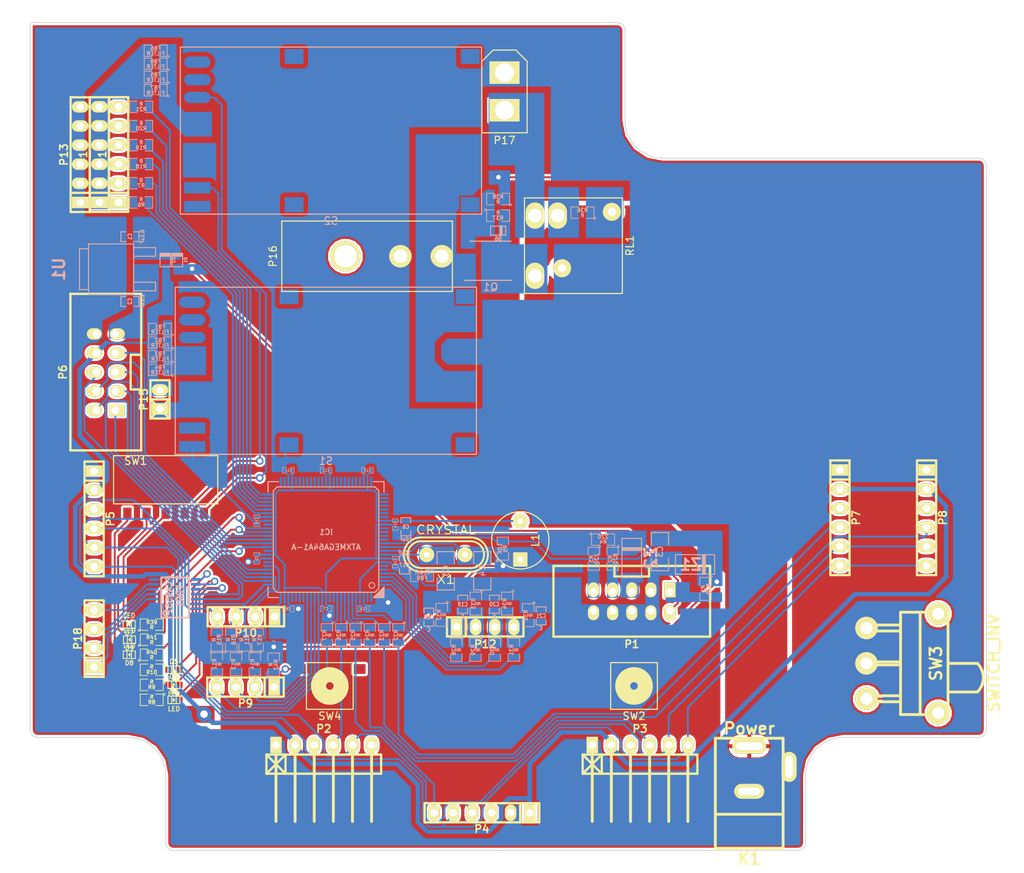
<source format=kicad_pcb>
(kicad_pcb (version 4) (host pcbnew "(2015-10-27 BZR 6284, Git 48df08c)-product")
  (layers (0 F.Cu signal) (31 B.Cu signal) (34 B.Paste user) (35 F.Paste user) (36 B.SilkS user) (37 F.SilkS user) (38 B.Mask user) (39 F.Mask user) (44 Edge.Cuts user))
  (net 0 "")
  (net 1 "Net-(C1-Pad1)")
  (net 2 GND)
  (net 3 +3v3)
  (net 4 CLK_PDI)
  (net 5 "Net-(C10-Pad2)")
  (net 6 "Net-(C15-Pad2)")
  (net 7 5Vin)
  (net 8 5Vout)
  (net 9 "Net-(IC1-Pad1)")
  (net 10 "Net-(IC1-Pad2)")
  (net 11 "Net-(IC1-Pad20)")
  (net 12 "Net-(IC1-Pad21)")
  (net 13 "Net-(IC1-Pad22)")
  (net 14 "Net-(IC1-Pad35)")
  (net 15 "Net-(IC1-Pad36)")
  (net 16 "Net-(IC1-Pad40)")
  (net 17 "Net-(IC1-Pad49)")
  (net 18 "Net-(IC1-Pad50)")
  (net 19 "Net-(IC1-Pad51)")
  (net 20 "Net-(IC1-Pad52)")
  (net 21 "Net-(IC1-Pad55)")
  (net 22 "Net-(IC1-Pad56)")
  (net 23 "Net-(IC1-Pad9)")
  (net 24 "Net-(IC1-Pad10)")
  (net 25 "Net-(IC1-Pad11)")
  (net 26 "Net-(IC1-Pad59)")
  (net 27 "Net-(IC1-Pad12)")
  (net 28 "Net-(IC1-Pad32)")
  (net 29 "Net-(IC1-Pad45)")
  (net 30 "Net-(IC1-Pad46)")
  (net 31 "Net-(IC1-Pad60)")
  (net 32 "Net-(IC1-Pad61)")
  (net 33 "Net-(IC1-Pad62)")
  (net 34 "Net-(IC1-Pad65)")
  (net 35 "Net-(IC1-Pad66)")
  (net 36 "Net-(IC1-Pad67)")
  (net 37 "Net-(IC1-Pad68)")
  (net 38 "Net-(IC1-Pad69)")
  (net 39 "Net-(IC1-Pad70)")
  (net 40 "Net-(IC1-Pad71)")
  (net 41 "Net-(IC1-Pad72)")
  (net 42 "Net-(IC1-Pad75)")
  (net 43 "Net-(IC1-Pad76)")
  (net 44 "Net-(IC1-Pad77)")
  (net 45 "Net-(IC1-Pad78)")
  (net 46 "Net-(IC1-Pad79)")
  (net 47 "Net-(IC1-Pad80)")
  (net 48 "Net-(IC1-Pad81)")
  (net 49 "Net-(IC1-Pad82)")
  (net 50 "Net-(IC1-Pad85)")
  (net 51 "Net-(IC1-Pad86)")
  (net 52 "Net-(IC1-Pad87)")
  (net 53 "Net-(IC1-Pad88)")
  (net 54 DT_PDI)
  (net 55 Light)
  (net 56 "Net-(P1-Pad9)")
  (net 57 "Net-(P1-Pad7)")
  (net 58 "Net-(P1-Pad1)")
  (net 59 "Net-(P1-Pad5)")
  (net 60 INT_A_0)
  (net 61 INT_B_0)
  (net 62 INT_A_1)
  (net 63 INT_B_1)
  (net 64 MTR_1)
  (net 65 "Net-(R2-Pad1)")
  (net 66 SW1)
  (net 67 SW0)
  (net 68 "Net-(IC1-Pad95)")
  (net 69 "Net-(IC1-Pad96)")
  (net 70 MTR_0)
  (net 71 "Net-(C4-Pad1)")
  (net 72 "Net-(C5-Pad1)")
  (net 73 "Net-(D3-Pad2)")
  (net 74 "Net-(D4-Pad2)")
  (net 75 "Net-(D5-Pad2)")
  (net 76 "Net-(P2-Pad3)")
  (net 77 sens0int)
  (net 78 "Net-(P3-Pad3)")
  (net 79 sens1int)
  (net 80 "Net-(P4-Pad3)")
  (net 81 speed_up)
  (net 82 "Net-(P5-Pad3)")
  (net 83 "Net-(P7-Pad3)")
  (net 84 "Net-(P8-Pad3)")
  (net 85 INT_0)
  (net 86 INT_1)
  (net 87 sens4int)
  (net 88 sens3int)
  (net 89 sens2int)
  (net 90 RST)
  (net 91 I2C_1+)
  (net 92 I2C_1-)
  (net 93 I2C_0+)
  (net 94 I2C_0-)
  (net 95 "Net-(P11-Pad1)")
  (net 96 "Net-(P11-Pad2)")
  (net 97 "Net-(P11-Pad3)")
  (net 98 "Net-(P11-Pad4)")
  (net 99 "Net-(P11-Pad5)")
  (net 100 "Net-(P11-Pad6)")
  (net 101 "Net-(C18-Pad1)")
  (net 102 "Net-(C19-Pad1)")
  (net 103 "Net-(C20-Pad1)")
  (net 104 "Net-(C21-Pad1)")
  (net 105 ADC_0)
  (net 106 ADC_1)
  (net 107 ADC_2)
  (net 108 ADC_3)
  (net 109 "Net-(FB1-Pad1)")
  (net 110 "Net-(S1-Pad3)")
  (net 111 +12V)
  (net 112 "Net-(S1-Pad4)")
  (net 113 "Net-(FB5-Pad1)")
  (net 114 +6Vout)
  (net 115 "Net-(P17-Pad2)")
  (net 116 "Net-(K1-Pad3)")
  (net 117 "Net-(R36-Pad1)")
  (net 118 "Net-(D6-Pad1)")
  (net 119 "Net-(D6-Pad2)")
  (net 120 ON/OFF)
  (net 121 "Net-(IC1-Pad41)")
  (net 122 "Net-(IC1-Pad42)")
  (net 123 "Net-(IC1-Pad47)")
  (net 124 "Net-(IC1-Pad48)")
  (net 125 "Net-(IC1-Pad57)")
  (net 126 "Net-(IC1-Pad58)")
  (net 127 "Net-(IC1-Pad5)")
  (net 128 "Net-(IC1-Pad6)")
  (net 129 "Net-(IC1-Pad7)")
  (net 130 "Net-(IC1-Pad8)")
  (net 131 "Net-(LDR1-Pad4)")
  (net 132 "Net-(LDR1-Pad5)")
  (net 133 "Net-(LDR1-Pad6)")
  (net 134 "Net-(LDR1-Pad7)")
  (net 135 "Net-(IC1-Pad18)")
  (net 136 "Net-(IC1-Pad19)")
  (net 137 "Net-(D3-Pad1)")
  (net 138 "Net-(D4-Pad1)")
  (net 139 "Net-(D5-Pad1)")
  (net 140 "Net-(D7-Pad1)")
  (net 141 SW4)
  (net 142 "Net-(D8-Pad1)")
  (net 143 SW3)
  (net 144 "Net-(D9-Pad1)")
  (net 145 SW2)
  (module w_smd_leds:Led_0603 (layer F.Cu) (at 81.0993 133)
    (fp_text reference D3 (at 0 -1.09982) (layer F.SilkS) (effects (font (size 0.59944 0.59944) (thickness 0.11938))))
    (fp_text value LED (at 0 1.19888) (layer F.SilkS) (effects (font (size 0.59944 0.59944) (thickness 0.11938))))
    (pad 1 smd rect (at -0.7493 0) (size 0.79756 0.79756) (layers F.Cu F.Paste F.Mask) (net 137 "Net-(D3-Pad1)"))
    (pad 2 smd rect (at 0.7493 0) (size 0.79756 0.79756) (layers F.Cu F.Paste F.Mask) (net 73 "Net-(D3-Pad2)"))
  )
  (module libcms:SM0805 (layer F.Cu) (at 78.1475 133 180)
    (fp_text reference R8 (at 0 -0.3175 180) (layer F.SilkS) (effects (font (size 0.50038 0.50038) (thickness 0.10922))))
    (fp_text value R (at 0 0.381 180) (layer F.SilkS) (effects (font (size 0.50038 0.50038) (thickness 0.10922))))
    (pad 1 smd rect (at -0.9525 0 180) (size 0.889 1.397) (layers F.Cu F.Paste F.Mask) (net 137 "Net-(D3-Pad1)"))
    (pad 2 smd rect (at 0.9525 0 180) (size 0.889 1.397) (layers F.Cu F.Paste F.Mask) (net 8 5Vout))
  )
  (module libcms:SM0805 (layer F.Cu) (at 78.1475 129 180)
    (fp_text reference R10 (at 0 -0.3175 180) (layer F.SilkS) (effects (font (size 0.50038 0.50038) (thickness 0.10922))))
    (fp_text value R (at 0 0.381 180) (layer F.SilkS) (effects (font (size 0.50038 0.50038) (thickness 0.10922))))
    (pad 1 smd rect (at -0.9525 0 180) (size 0.889 1.397) (layers F.Cu F.Paste F.Mask) (net 139 "Net-(D5-Pad1)"))
    (pad 2 smd rect (at 0.9525 0 180) (size 0.889 1.397) (layers F.Cu F.Paste F.Mask) (net 8 5Vout))
  )
  (module libcms:SM0805 (layer F.Cu) (at 78.1475 131 180)
    (fp_text reference R9 (at 0 -0.3175 180) (layer F.SilkS) (effects (font (size 0.50038 0.50038) (thickness 0.10922))))
    (fp_text value R (at 0 0.381 180) (layer F.SilkS) (effects (font (size 0.50038 0.50038) (thickness 0.10922))))
    (pad 1 smd rect (at -0.9525 0 180) (size 0.889 1.397) (layers F.Cu F.Paste F.Mask) (net 138 "Net-(D4-Pad1)"))
    (pad 2 smd rect (at 0.9525 0 180) (size 0.889 1.397) (layers F.Cu F.Paste F.Mask) (net 8 5Vout))
  )
  (module w_smd_leds:Led_0603 (layer F.Cu) (at 81.1007 131)
    (fp_text reference D4 (at 0 -1.09982) (layer F.SilkS) (effects (font (size 0.59944 0.59944) (thickness 0.11938))))
    (fp_text value LED (at 0 1.19888) (layer F.SilkS) (effects (font (size 0.59944 0.59944) (thickness 0.11938))))
    (pad 1 smd rect (at -0.7493 0) (size 0.79756 0.79756) (layers F.Cu F.Paste F.Mask) (net 138 "Net-(D4-Pad1)"))
    (pad 2 smd rect (at 0.7493 0) (size 0.79756 0.79756) (layers F.Cu F.Paste F.Mask) (net 74 "Net-(D4-Pad2)"))
  )
  (module w_smd_leds:Led_0603 (layer F.Cu) (at 81.0993 129)
    (fp_text reference D5 (at 0 -1.09982) (layer F.SilkS) (effects (font (size 0.59944 0.59944) (thickness 0.11938))))
    (fp_text value LED (at 0 1.19888) (layer F.SilkS) (effects (font (size 0.59944 0.59944) (thickness 0.11938))))
    (pad 1 smd rect (at -0.7493 0) (size 0.79756 0.79756) (layers F.Cu F.Paste F.Mask) (net 139 "Net-(D5-Pad1)"))
    (pad 2 smd rect (at 0.7493 0) (size 0.79756 0.79756) (layers F.Cu F.Paste F.Mask) (net 75 "Net-(D5-Pad2)"))
  )
  (module myfootprint:UBEC_5A (layer B.Cu) (at 101.95 57.35 180)
    (fp_text reference S2 (at 0 -12 180) (layer B.SilkS) (effects (justify mirror)))
    (fp_text value "UBEC(5A)")
    (pad "" smd rect (at 17.75 -10.1 180) (size 3.5 1.5) (layers B.Cu B.Paste B.Mask))
    (pad "" smd oval (at 17.75 9.1 180) (size 3.5 1.5) (layers B.Cu B.Paste B.Mask))
    (pad "" smd oval (at 17.75 6.75 180) (size 3.5 1.5) (layers B.Cu B.Paste B.Mask))
    (pad 3 smd oval (at 17.75 4.4 180) (size 3.5 1.5) (layers B.Cu B.Paste B.Mask) (net 67 SW0))
    (pad 5 smd oval (at 17.75 -2.6 180) (size 3.5 1.5) (layers B.Cu B.Paste B.Mask) (net 2 GND))
    (pad 2 smd oval (at 17.75 0.4 180) (size 3.5 1.5) (layers B.Cu B.Paste B.Mask) (net 113 "Net-(FB5-Pad1)"))
    (pad 1 smd oval (at -17.5 -2 180) (size 4 2) (layers B.Cu B.Paste B.Mask) (net 111 +12V))
    (pad "" smd rect (at 4.9 9.85 180) (size 2.5 2) (layers B.Cu B.Paste B.Mask))
    (pad "" smd rect (at -18.5 -9.85 180) (size 2.5 2) (layers B.Cu B.Paste B.Mask))
    (pad "" smd rect (at -18.5 9.85 180) (size 2.5 2) (layers B.Cu B.Paste B.Mask))
    (pad "" smd rect (at 4.9 -9.85 180) (size 2.5 2) (layers B.Cu B.Paste B.Mask))
    (pad 5 smd oval (at -17.5 2 180) (size 4 2) (layers B.Cu B.Paste B.Mask) (net 2 GND))
    (pad 4 smd rect (at 17.75 -7.6 180) (size 3.5 1.5) (layers B.Cu B.Paste B.Mask) (net 66 SW1))
  )
  (module libcms:SM0805 (layer B.Cu) (at 124.78 112.9025 90)
    (fp_text reference R5 (at 0 0.3175 90) (layer B.SilkS) (effects (font (size 0.50038 0.50038) (thickness 0.10922)) (justify mirror)))
    (fp_text value 10K (at 0 -0.381 90) (layer B.SilkS) (effects (font (size 0.50038 0.50038) (thickness 0.10922)) (justify mirror)))
    (pad 1 smd rect (at -0.9525 0 90) (size 0.889 1.397) (layers B.Cu B.Paste B.Mask) (net 3 +3v3))
    (pad 2 smd rect (at 0.9525 0 90) (size 0.889 1.397) (layers B.Cu B.Paste B.Mask) (net 4 CLK_PDI))
  )
  (module myfootprint:UBEC_5A (layer B.Cu) (at 101.27 89.264 180)
    (fp_text reference S1 (at 0 -12 180) (layer B.SilkS) (effects (justify mirror)))
    (fp_text value "UBEC(5A)")
    (pad "" smd rect (at 17.75 -10.1 180) (size 3.5 1.5) (layers B.Cu B.Paste B.Mask))
    (pad "" smd oval (at 17.75 9.1 180) (size 3.5 1.5) (layers B.Cu B.Paste B.Mask))
    (pad "" smd oval (at 17.75 6.75 180) (size 3.5 1.5) (layers B.Cu B.Paste B.Mask))
    (pad 3 smd oval (at 17.75 4.4 180) (size 3.5 1.5) (layers B.Cu B.Paste B.Mask) (net 110 "Net-(S1-Pad3)"))
    (pad 5 smd oval (at 17.75 -2.6 180) (size 3.5 1.5) (layers B.Cu B.Paste B.Mask) (net 2 GND))
    (pad 2 smd oval (at 17.75 0.4 180) (size 3.5 1.5) (layers B.Cu B.Paste B.Mask) (net 109 "Net-(FB1-Pad1)"))
    (pad 1 smd oval (at -17.5 -2 180) (size 4 2) (layers B.Cu B.Paste B.Mask) (net 111 +12V))
    (pad "" smd rect (at 4.9 9.85 180) (size 2.5 2) (layers B.Cu B.Paste B.Mask))
    (pad "" smd rect (at -18.5 -9.85 180) (size 2.5 2) (layers B.Cu B.Paste B.Mask))
    (pad "" smd rect (at -18.5 9.85 180) (size 2.5 2) (layers B.Cu B.Paste B.Mask))
    (pad "" smd rect (at 4.9 -9.85 180) (size 2.5 2) (layers B.Cu B.Paste B.Mask))
    (pad 5 smd oval (at -17.5 2 180) (size 4 2) (layers B.Cu B.Paste B.Mask) (net 2 GND))
    (pad 4 smd rect (at 17.75 -7.6 180) (size 3.5 1.5) (layers B.Cu B.Paste B.Mask) (net 112 "Net-(S1-Pad4)"))
  )
  (module libcms:SM1206 (layer B.Cu) (at 117.2 115.851 270)
    (fp_text reference C5 (at 0 0 270) (layer B.SilkS) (effects (font (size 0.762 0.762) (thickness 0.127)) (justify mirror)))
    (fp_text value 22pF hide)
    (pad 1 smd rect (at -1.651 0 270) (size 1.524 2.032) (layers B.Cu B.Paste B.Mask) (net 72 "Net-(C5-Pad1)"))
    (pad 2 smd rect (at 1.651 0 270) (size 1.524 2.032) (layers B.Cu B.Paste B.Mask) (net 2 GND))
  )
  (module libcms:SM0603_Capa (layer B.Cu) (at 111.7 115.062 270)
    (fp_text reference C17 (at 0 0 540) (layer B.SilkS) (effects (font (size 0.508 0.4572) (thickness 0.1143)) (justify mirror)))
    (fp_text value 10uF (at -1.651 0 540) (layer B.SilkS) (effects (font (size 0.508 0.4572) (thickness 0.1143)) (justify mirror)))
    (pad 1 smd rect (at -0.762 0 270) (size 0.635 1.143) (layers B.Cu B.Paste B.Mask) (net 2 GND))
    (pad 2 smd rect (at 0.762 0 270) (size 0.635 1.143) (layers B.Cu B.Paste B.Mask) (net 6 "Net-(C15-Pad2)"))
  )
  (module libcms:SM0805 (layer B.Cu) (at 109.015277 124.391921 270)
    (fp_text reference R23 (at 0 0.3175 270) (layer B.SilkS) (effects (font (size 0.50038 0.50038) (thickness 0.10922)) (justify mirror)))
    (fp_text value R (at 0 -0.381 270) (layer B.SilkS) (effects (font (size 0.50038 0.50038) (thickness 0.10922)) (justify mirror)))
    (pad 1 smd rect (at -0.9525 0 270) (size 0.889 1.397) (layers B.Cu B.Paste B.Mask) (net 128 "Net-(IC1-Pad6)"))
    (pad 2 smd rect (at 0.9525 0 270) (size 0.889 1.397) (layers B.Cu B.Paste B.Mask) (net 79 sens1int))
  )
  (module libcms:SM0805 (layer B.Cu) (at 107.115277 124.396921 270)
    (fp_text reference R24 (at 0 0.3175 270) (layer B.SilkS) (effects (font (size 0.50038 0.50038) (thickness 0.10922)) (justify mirror)))
    (fp_text value R (at 0 -0.381 270) (layer B.SilkS) (effects (font (size 0.50038 0.50038) (thickness 0.10922)) (justify mirror)))
    (pad 1 smd rect (at -0.9525 0 270) (size 0.889 1.397) (layers B.Cu B.Paste B.Mask) (net 129 "Net-(IC1-Pad7)"))
    (pad 2 smd rect (at 0.9525 0 270) (size 0.889 1.397) (layers B.Cu B.Paste B.Mask) (net 89 sens2int))
  )
  (module w_pin_strip:pin_strip_6-90 (layer F.Cu) (at 143 139)
    (fp_text reference P3 (at 0 -2.159) (layer F.SilkS) (effects (font (size 1.016 1.016) (thickness 0.2032))))
    (fp_text value Sens2 hide)
    (pad 1 thru_hole rect (at -6.35 0) (size 1.524 2.19964) (drill 1.00076) (layers *.Cu *.Mask F.SilkS) (net 2 GND))
    (pad 2 thru_hole oval (at -3.81 0) (size 1.524 2.19964) (drill 1.00076) (layers *.Cu *.Mask F.SilkS) (net 8 5Vout))
    (pad 3 thru_hole oval (at -1.27 0) (size 1.524 2.19964) (drill 1.00076) (layers *.Cu *.Mask F.SilkS) (net 78 "Net-(P3-Pad3)"))
    (pad 4 thru_hole oval (at 1.27 0) (size 1.524 2.19964) (drill 1.00076) (layers *.Cu *.Mask F.SilkS) (net 89 sens2int))
    (pad 5 thru_hole oval (at 3.81 0) (size 1.524 2.19964) (drill 1.00076) (layers *.Cu *.Mask F.SilkS) (net 93 I2C_0+))
    (pad 6 thru_hole oval (at 6.35 0) (size 1.524 2.19964) (drill 1.00076) (layers *.Cu *.Mask F.SilkS) (net 94 I2C_0-))
  )
  (module w_pin_strip:pin_strip_6 (layer F.Cu) (at 169.55 108.8 270)
    (fp_text reference P7 (at 0 -2.159 270) (layer F.SilkS) (effects (font (size 1.016 1.016) (thickness 0.2032))))
    (fp_text value Sens0 hide)
    (pad 1 thru_hole rect (at -6.35 0 270) (size 1.524 2.19964) (drill 1.00076) (layers *.Cu *.Mask F.SilkS) (net 2 GND))
    (pad 2 thru_hole oval (at -3.81 0 270) (size 1.524 2.19964) (drill 1.00076) (layers *.Cu *.Mask F.SilkS) (net 8 5Vout))
    (pad 3 thru_hole oval (at -1.27 0 270) (size 1.524 2.19964) (drill 1.00076) (layers *.Cu *.Mask F.SilkS) (net 83 "Net-(P7-Pad3)"))
    (pad 4 thru_hole oval (at 1.27 0 270) (size 1.524 2.19964) (drill 1.00076) (layers *.Cu *.Mask F.SilkS) (net 77 sens0int))
    (pad 5 thru_hole oval (at 3.81 0 270) (size 1.524 2.19964) (drill 1.00076) (layers *.Cu *.Mask F.SilkS) (net 93 I2C_0+))
    (pad 6 thru_hole oval (at 6.35 0 270) (size 1.524 2.19964) (drill 1.00076) (layers *.Cu *.Mask F.SilkS) (net 94 I2C_0-))
  )
  (module w_pin_strip:pin_strip_6-90 (layer F.Cu) (at 101 139)
    (fp_text reference P2 (at 0 -2.159) (layer F.SilkS) (effects (font (size 1.016 1.016) (thickness 0.2032))))
    (fp_text value Sens3 hide)
    (pad 1 thru_hole rect (at -6.35 0) (size 1.524 2.19964) (drill 1.00076) (layers *.Cu *.Mask F.SilkS) (net 2 GND))
    (pad 2 thru_hole oval (at -3.81 0) (size 1.524 2.19964) (drill 1.00076) (layers *.Cu *.Mask F.SilkS) (net 8 5Vout))
    (pad 3 thru_hole oval (at -1.27 0) (size 1.524 2.19964) (drill 1.00076) (layers *.Cu *.Mask F.SilkS) (net 76 "Net-(P2-Pad3)"))
    (pad 4 thru_hole oval (at 1.27 0) (size 1.524 2.19964) (drill 1.00076) (layers *.Cu *.Mask F.SilkS) (net 88 sens3int))
    (pad 5 thru_hole oval (at 3.81 0) (size 1.524 2.19964) (drill 1.00076) (layers *.Cu *.Mask F.SilkS) (net 93 I2C_0+))
    (pad 6 thru_hole oval (at 6.35 0) (size 1.524 2.19964) (drill 1.00076) (layers *.Cu *.Mask F.SilkS) (net 94 I2C_0-))
  )
  (module Inductors:INDUCTOR_V (layer F.Cu) (at 127.1 111.8 90)
    (fp_text reference L1 (at 0 1.99898 90) (layer F.SilkS))
    (fp_text value 10uH)
    (pad 1 thru_hole rect (at -2.54 0 90) (size 1.905 1.905) (drill 0.8128) (layers *.Cu *.Mask F.SilkS) (net 3 +3v3))
    (pad 2 thru_hole circle (at 2.54 0 90) (size 1.905 1.905) (drill 0.8128) (layers *.Cu *.Mask F.SilkS) (net 5 "Net-(C10-Pad2)"))
  )
  (module libcms:SM0805 (layer B.Cu) (at 114.0525 116.5)
    (fp_text reference FB9 (at 0 0.3175) (layer B.SilkS) (effects (font (size 0.50038 0.50038) (thickness 0.10922)) (justify mirror)))
    (fp_text value FERIT (at 0 -0.381) (layer B.SilkS) (effects (font (size 0.50038 0.50038) (thickness 0.10922)) (justify mirror)))
    (pad 1 smd rect (at -0.9525 0) (size 0.889 1.397) (layers B.Cu B.Paste B.Mask) (net 6 "Net-(C15-Pad2)"))
    (pad 2 smd rect (at 0.9525 0) (size 0.889 1.397) (layers B.Cu B.Paste B.Mask) (net 3 +3v3))
  )
  (module w_crystal:crystal_hc-49s (layer F.Cu) (at 117.21 113.7 180)
    (fp_text reference X1 (at 0 -3.302 180) (layer F.SilkS) (effects (font (size 1.143 1.27) (thickness 0.1524))))
    (fp_text value CRYSTAL (at 0 3.302 180) (layer F.SilkS) (effects (font (size 1.143 1.27) (thickness 0.1524))))
    (pad 1 thru_hole circle (at -2.54 0 180) (size 1.99898 1.99898) (drill 0.8001) (layers *.Cu *.Mask F.SilkS) (net 71 "Net-(C4-Pad1)"))
    (pad 2 thru_hole circle (at 2.54 0 180) (size 1.99898 1.99898) (drill 0.8001) (layers *.Cu *.Mask F.SilkS) (net 72 "Net-(C5-Pad1)"))
  )
  (module libcms:TSSOP16 (layer B.Cu) (at 81.20092 119.2744 90)
    (fp_text reference LDR1 (at 0 0.7493 90) (layer B.SilkS) (effects (font (size 1.016 0.762) (thickness 0.1905)) (justify mirror)))
    (fp_text value PCA9551 (at 0.24892 -0.7493 90) (layer B.SilkS) (effects (font (size 0.762 0.762) (thickness 0.1905)) (justify mirror)))
    (pad 1 smd rect (at -2.27584 -2.79908 90) (size 0.381 1.27) (layers B.Cu B.Paste B.Mask) (net 2 GND))
    (pad 2 smd rect (at -1.6256 -2.79908 90) (size 0.381 1.27) (layers B.Cu B.Paste B.Mask) (net 2 GND))
    (pad 3 smd rect (at -0.97536 -2.79908 90) (size 0.381 1.27) (layers B.Cu B.Paste B.Mask) (net 2 GND))
    (pad 4 smd rect (at -0.32512 -2.79908 90) (size 0.381 1.27) (layers B.Cu B.Paste B.Mask) (net 131 "Net-(LDR1-Pad4)"))
    (pad 5 smd rect (at 0.32512 -2.79908 90) (size 0.381 1.27) (layers B.Cu B.Paste B.Mask) (net 132 "Net-(LDR1-Pad5)"))
    (pad 6 smd rect (at 0.97536 -2.79908 90) (size 0.381 1.27) (layers B.Cu B.Paste B.Mask) (net 133 "Net-(LDR1-Pad6)"))
    (pad 7 smd rect (at 1.6256 -2.79908 90) (size 0.381 1.27) (layers B.Cu B.Paste B.Mask) (net 134 "Net-(LDR1-Pad7)"))
    (pad 8 smd rect (at 2.27584 -2.79908 90) (size 0.381 1.27) (layers B.Cu B.Paste B.Mask) (net 2 GND))
    (pad 9 smd rect (at 2.27584 2.79908 90) (size 0.381 1.27) (layers B.Cu B.Paste B.Mask) (net 75 "Net-(D5-Pad2)"))
    (pad 10 smd rect (at 1.6256 2.79908 90) (size 0.381 1.27) (layers B.Cu B.Paste B.Mask) (net 74 "Net-(D4-Pad2)"))
    (pad 11 smd rect (at 0.97536 2.79908 90) (size 0.381 1.27) (layers B.Cu B.Paste B.Mask) (net 73 "Net-(D3-Pad2)"))
    (pad 12 smd rect (at 0.32512 2.79908 90) (size 0.381 1.27) (layers B.Cu B.Paste B.Mask) (net 55 Light))
    (pad 13 smd rect (at -0.32512 2.79908 90) (size 0.381 1.27) (layers B.Cu B.Paste B.Mask) (net 90 RST))
    (pad 14 smd rect (at -0.97536 2.79908 90) (size 0.381 1.27) (layers B.Cu B.Paste B.Mask) (net 94 I2C_0-))
    (pad 15 smd rect (at -1.6256 2.79908 90) (size 0.381 1.27) (layers B.Cu B.Paste B.Mask) (net 93 I2C_0+))
    (pad 16 smd rect (at -2.27584 2.79908 90) (size 0.381 1.27) (layers B.Cu B.Paste B.Mask) (net 3 +3v3))
  )
  (module libcms:SM0805 (layer B.Cu) (at 103.315277 124.391921 270)
    (fp_text reference R26 (at 0 0.3175 270) (layer B.SilkS) (effects (font (size 0.50038 0.50038) (thickness 0.10922)) (justify mirror)))
    (fp_text value R (at 0 -0.381 270) (layer B.SilkS) (effects (font (size 0.50038 0.50038) (thickness 0.10922)) (justify mirror)))
    (pad 1 smd rect (at -0.9525 0 270) (size 0.889 1.397) (layers B.Cu B.Paste B.Mask) (net 23 "Net-(IC1-Pad9)"))
    (pad 2 smd rect (at 0.9525 0 270) (size 0.889 1.397) (layers B.Cu B.Paste B.Mask) (net 88 sens3int))
  )
  (module libcms:SM0805 (layer B.Cu) (at 101.415277 124.391921 270)
    (fp_text reference R27 (at 0 0.3175 270) (layer B.SilkS) (effects (font (size 0.50038 0.50038) (thickness 0.10922)) (justify mirror)))
    (fp_text value R (at 0 -0.381 270) (layer B.SilkS) (effects (font (size 0.50038 0.50038) (thickness 0.10922)) (justify mirror)))
    (pad 1 smd rect (at -0.9525 0 270) (size 0.889 1.397) (layers B.Cu B.Paste B.Mask) (net 24 "Net-(IC1-Pad10)"))
    (pad 2 smd rect (at 0.9525 0 270) (size 0.889 1.397) (layers B.Cu B.Paste B.Mask) (net 87 sens4int))
  )
  (module w_conn_strip:vasch_strip_5x2 (layer F.Cu) (at 72.05 89.45 90)
    (fp_text reference P6 (at 0 -5.7 90) (layer F.SilkS) (effects (font (thickness 0.2032))))
    (fp_text value Supp_board hide)
    (pad 9 thru_hole oval (at 5.08 1.27 90) (size 1.5 2) (drill 1 (offset 0 0.25)) (layers *.Cu *.Mask F.SilkS) (net 3 +3v3))
    (pad 10 thru_hole oval (at 5.08 -1.27 90) (size 1.5 2) (drill 1 (offset 0 -0.25)) (layers *.Cu *.Mask F.SilkS) (net 2 GND))
    (pad 8 thru_hole oval (at 2.54 -1.27 90) (size 1.5 2) (drill 1 (offset 0 -0.25)) (layers *.Cu *.Mask F.SilkS) (net 8 5Vout))
    (pad 7 thru_hole oval (at 2.54 1.27 90) (size 1.5 2) (drill 1 (offset 0 0.25)) (layers *.Cu *.Mask F.SilkS) (net 62 INT_A_1))
    (pad 1 thru_hole rect (at -5.08 1.27 90) (size 1.5 2) (drill 1 (offset 0 0.25)) (layers *.Cu *.Mask F.SilkS) (net 61 INT_B_0))
    (pad 2 thru_hole oval (at -5.08 -1.27 90) (size 1.5 2) (drill 1 (offset 0 -0.25)) (layers *.Cu *.Mask F.SilkS) (net 70 MTR_0))
    (pad 3 thru_hole oval (at -2.54 1.27 90) (size 1.5 2) (drill 1 (offset 0 0.25)) (layers *.Cu *.Mask F.SilkS) (net 60 INT_A_0))
    (pad 4 thru_hole oval (at -2.54 -1.27 90) (size 1.5 2) (drill 1 (offset 0 -0.25)) (layers *.Cu *.Mask F.SilkS) (net 64 MTR_1))
    (pad 5 thru_hole oval (at 0 1.27 90) (size 1.5 2) (drill 1 (offset 0 0.25)) (layers *.Cu *.Mask F.SilkS) (net 63 INT_B_1))
    (pad 6 thru_hole oval (at 0 -1.27 90) (size 1.5 2) (drill 1 (offset 0 -0.25)) (layers *.Cu *.Mask F.SilkS) (net 55 Light))
  )
  (module libcms:SM0805 (layer B.Cu) (at 76.7525 59.3)
    (fp_text reference R19 (at 0 0.3175) (layer B.SilkS) (effects (font (size 0.50038 0.50038) (thickness 0.10922)) (justify mirror)))
    (fp_text value R (at 0 -0.381) (layer B.SilkS) (effects (font (size 0.50038 0.50038) (thickness 0.10922)) (justify mirror)))
    (pad 1 smd rect (at -0.9525 0) (size 0.889 1.397) (layers B.Cu B.Paste B.Mask) (net 98 "Net-(P11-Pad4)"))
    (pad 2 smd rect (at 0.9525 0) (size 0.889 1.397) (layers B.Cu B.Paste B.Mask) (net 124 "Net-(IC1-Pad48)"))
  )
  (module libcms:SM0805 (layer B.Cu) (at 110.915277 124.391921 270)
    (fp_text reference R22 (at 0 0.3175 270) (layer B.SilkS) (effects (font (size 0.50038 0.50038) (thickness 0.10922)) (justify mirror)))
    (fp_text value R (at 0 -0.381 270) (layer B.SilkS) (effects (font (size 0.50038 0.50038) (thickness 0.10922)) (justify mirror)))
    (pad 1 smd rect (at -0.9525 0 270) (size 0.889 1.397) (layers B.Cu B.Paste B.Mask) (net 127 "Net-(IC1-Pad5)"))
    (pad 2 smd rect (at 0.9525 0 270) (size 0.889 1.397) (layers B.Cu B.Paste B.Mask) (net 77 sens0int))
  )
  (module w_smd_lqfp:TQFP-100 (layer B.Cu) (at 101.3 111.7 180)
    (fp_text reference IC1 (at 0 1.00076 180) (layer B.SilkS) (effects (font (size 0.7493 0.7493) (thickness 0.14986)) (justify mirror)))
    (fp_text value ATXMEGA64A1-A (at 0 -1.00076 180) (layer B.SilkS) (effects (font (size 0.7493 0.7493) (thickness 0.14986)) (justify mirror)))
    (pad 4 smd rect (at -4.50088 -7.67588 180) (size 0.29972 1.30048) (layers B.Cu B.Paste B.Mask) (net 6 "Net-(C15-Pad2)"))
    (pad 5 smd rect (at -4.0005 -7.67588 180) (size 0.29972 1.30048) (layers B.Cu B.Paste B.Mask) (net 127 "Net-(IC1-Pad5)"))
    (pad 6 smd rect (at -3.50012 -7.67588 180) (size 0.29972 1.30048) (layers B.Cu B.Paste B.Mask) (net 128 "Net-(IC1-Pad6)"))
    (pad 7 smd rect (at -2.99974 -7.67588 180) (size 0.29972 1.30048) (layers B.Cu B.Paste B.Mask) (net 129 "Net-(IC1-Pad7)"))
    (pad 8 smd rect (at -2.49936 -7.67588 180) (size 0.29972 1.30048) (layers B.Cu B.Paste B.Mask) (net 130 "Net-(IC1-Pad8)"))
    (pad 1 smd rect (at -5.99948 -7.67588 180) (size 0.29972 1.30048) (layers B.Cu B.Paste B.Mask) (net 9 "Net-(IC1-Pad1)"))
    (pad 2 smd rect (at -5.4991 -7.67588 180) (size 0.29972 1.30048) (layers B.Cu B.Paste B.Mask) (net 10 "Net-(IC1-Pad2)"))
    (pad 3 smd rect (at -5.00126 -7.67588 180) (size 0.29972 1.30048) (layers B.Cu B.Paste B.Mask) (net 2 GND))
    (pad 17 smd rect (at 1.99898 -7.67588 180) (size 0.29972 1.30048) (layers B.Cu B.Paste B.Mask) (net 86 INT_1))
    (pad 18 smd rect (at 2.49936 -7.67588 180) (size 0.29972 1.30048) (layers B.Cu B.Paste B.Mask) (net 135 "Net-(IC1-Pad18)"))
    (pad 19 smd rect (at 2.99974 -7.67588 180) (size 0.29972 1.30048) (layers B.Cu B.Paste B.Mask) (net 136 "Net-(IC1-Pad19)"))
    (pad 20 smd rect (at 3.50012 -7.67588 180) (size 0.29972 1.30048) (layers B.Cu B.Paste B.Mask) (net 11 "Net-(IC1-Pad20)"))
    (pad 21 smd rect (at 4.0005 -7.67588 180) (size 0.29972 1.30048) (layers B.Cu B.Paste B.Mask) (net 12 "Net-(IC1-Pad21)"))
    (pad 22 smd rect (at 4.50088 -7.67588 180) (size 0.29972 1.30048) (layers B.Cu B.Paste B.Mask) (net 13 "Net-(IC1-Pad22)"))
    (pad 23 smd rect (at 5.00126 -7.67588 180) (size 0.29972 1.30048) (layers B.Cu B.Paste B.Mask) (net 2 GND))
    (pad 24 smd rect (at 5.4991 -7.67588 180) (size 0.29972 1.30048) (layers B.Cu B.Paste B.Mask) (net 5 "Net-(C10-Pad2)"))
    (pad 33 smd rect (at 7.67588 -2.49936 180) (size 1.30048 0.29972) (layers B.Cu B.Paste B.Mask) (net 2 GND))
    (pad 34 smd rect (at 7.67588 -1.99898 180) (size 1.30048 0.29972) (layers B.Cu B.Paste B.Mask) (net 5 "Net-(C10-Pad2)"))
    (pad 35 smd rect (at 7.67588 -1.50114 180) (size 1.30048 0.29972) (layers B.Cu B.Paste B.Mask) (net 14 "Net-(IC1-Pad35)"))
    (pad 36 smd rect (at 7.67588 -1.00076 180) (size 1.30048 0.29972) (layers B.Cu B.Paste B.Mask) (net 15 "Net-(IC1-Pad36)"))
    (pad 37 smd rect (at 7.67588 -0.50038 180) (size 1.30048 0.29972) (layers B.Cu B.Paste B.Mask) (net 63 INT_B_1))
    (pad 38 smd rect (at 7.67588 0 180) (size 1.30048 0.29972) (layers B.Cu B.Paste B.Mask) (net 64 MTR_1))
    (pad 39 smd rect (at 7.67588 0.50038 180) (size 1.30048 0.29972) (layers B.Cu B.Paste B.Mask) (net 62 INT_A_1))
    (pad 40 smd rect (at 7.67588 1.00076 180) (size 1.30048 0.29972) (layers B.Cu B.Paste B.Mask) (net 16 "Net-(IC1-Pad40)"))
    (pad 49 smd rect (at 7.67588 5.4991 180) (size 1.30048 0.29972) (layers B.Cu B.Paste B.Mask) (net 17 "Net-(IC1-Pad49)"))
    (pad 50 smd rect (at 7.67588 5.99948 180) (size 1.30048 0.29972) (layers B.Cu B.Paste B.Mask) (net 18 "Net-(IC1-Pad50)"))
    (pad 51 smd rect (at 5.99948 7.67588 180) (size 0.29972 1.30048) (layers B.Cu B.Paste B.Mask) (net 19 "Net-(IC1-Pad51)"))
    (pad 52 smd rect (at 5.4991 7.67588 180) (size 0.29972 1.30048) (layers B.Cu B.Paste B.Mask) (net 20 "Net-(IC1-Pad52)"))
    (pad 53 smd rect (at 5.00126 7.67588 180) (size 0.29972 1.30048) (layers B.Cu B.Paste B.Mask) (net 2 GND))
    (pad 54 smd rect (at 4.50088 7.67588 180) (size 0.29972 1.30048) (layers B.Cu B.Paste B.Mask) (net 5 "Net-(C10-Pad2)"))
    (pad 55 smd rect (at 4.0005 7.67588 180) (size 0.29972 1.30048) (layers B.Cu B.Paste B.Mask) (net 21 "Net-(IC1-Pad55)"))
    (pad 56 smd rect (at 3.50012 7.67588 180) (size 0.29972 1.30048) (layers B.Cu B.Paste B.Mask) (net 22 "Net-(IC1-Pad56)"))
    (pad 9 smd rect (at -1.99898 -7.67588 180) (size 0.29972 1.30048) (layers B.Cu B.Paste B.Mask) (net 23 "Net-(IC1-Pad9)"))
    (pad 10 smd rect (at -1.50114 -7.67588 180) (size 0.29972 1.30048) (layers B.Cu B.Paste B.Mask) (net 24 "Net-(IC1-Pad10)"))
    (pad 11 smd rect (at -1.00076 -7.67588 180) (size 0.29972 1.30048) (layers B.Cu B.Paste B.Mask) (net 25 "Net-(IC1-Pad11)"))
    (pad 25 smd rect (at 5.99948 -7.67588 180) (size 0.29972 1.30048) (layers B.Cu B.Paste B.Mask) (net 93 I2C_0+))
    (pad 26 smd rect (at 7.67588 -5.99948 180) (size 1.30048 0.29972) (layers B.Cu B.Paste B.Mask) (net 94 I2C_0-))
    (pad 27 smd rect (at 7.67588 -5.4991 180) (size 1.30048 0.29972) (layers B.Cu B.Paste B.Mask) (net 61 INT_B_0))
    (pad 41 smd rect (at 7.67588 1.50114 180) (size 1.30048 0.29972) (layers B.Cu B.Paste B.Mask) (net 121 "Net-(IC1-Pad41)"))
    (pad 42 smd rect (at 7.67588 1.99898 180) (size 1.30048 0.29972) (layers B.Cu B.Paste B.Mask) (net 122 "Net-(IC1-Pad42)"))
    (pad 43 smd rect (at 7.67588 2.49936 180) (size 1.30048 0.29972) (layers B.Cu B.Paste B.Mask) (net 2 GND))
    (pad 57 smd rect (at 2.99974 7.67588 180) (size 0.29972 1.30048) (layers B.Cu B.Paste B.Mask) (net 125 "Net-(IC1-Pad57)"))
    (pad 58 smd rect (at 2.49936 7.67588 180) (size 0.29972 1.30048) (layers B.Cu B.Paste B.Mask) (net 126 "Net-(IC1-Pad58)"))
    (pad 59 smd rect (at 1.99898 7.67588 180) (size 0.29972 1.30048) (layers B.Cu B.Paste B.Mask) (net 26 "Net-(IC1-Pad59)"))
    (pad 12 smd rect (at -0.50038 -7.67588 180) (size 0.29972 1.30048) (layers B.Cu B.Paste B.Mask) (net 27 "Net-(IC1-Pad12)"))
    (pad 13 smd rect (at 0 -7.67588 180) (size 0.29972 1.30048) (layers B.Cu B.Paste B.Mask) (net 2 GND))
    (pad 14 smd rect (at 0.50038 -7.67588 180) (size 0.29972 1.30048) (layers B.Cu B.Paste B.Mask) (net 5 "Net-(C10-Pad2)"))
    (pad 15 smd rect (at 1.00076 -7.67588 180) (size 0.29972 1.30048) (layers B.Cu B.Paste B.Mask) (net 91 I2C_1+))
    (pad 16 smd rect (at 1.50114 -7.67588 180) (size 0.29972 1.30048) (layers B.Cu B.Paste B.Mask) (net 92 I2C_1-))
    (pad 28 smd rect (at 7.67588 -5.00126 180) (size 1.30048 0.29972) (layers B.Cu B.Paste B.Mask) (net 90 RST))
    (pad 29 smd rect (at 7.67588 -4.50088 180) (size 1.30048 0.29972) (layers B.Cu B.Paste B.Mask) (net 60 INT_A_0))
    (pad 30 smd rect (at 7.67588 -4.0005 180) (size 1.30048 0.29972) (layers B.Cu B.Paste B.Mask) (net 70 MTR_0))
    (pad 31 smd rect (at 7.67588 -3.50012 180) (size 1.30048 0.29972) (layers B.Cu B.Paste B.Mask) (net 85 INT_0))
    (pad 32 smd rect (at 7.67588 -2.99974 180) (size 1.30048 0.29972) (layers B.Cu B.Paste B.Mask) (net 28 "Net-(IC1-Pad32)"))
    (pad 44 smd rect (at 7.67588 2.99974 180) (size 1.30048 0.29972) (layers B.Cu B.Paste B.Mask) (net 5 "Net-(C10-Pad2)"))
    (pad 45 smd rect (at 7.67588 3.50012 180) (size 1.30048 0.29972) (layers B.Cu B.Paste B.Mask) (net 29 "Net-(IC1-Pad45)"))
    (pad 46 smd rect (at 7.67588 4.0005 180) (size 1.30048 0.29972) (layers B.Cu B.Paste B.Mask) (net 30 "Net-(IC1-Pad46)"))
    (pad 47 smd rect (at 7.67588 4.50088 180) (size 1.30048 0.29972) (layers B.Cu B.Paste B.Mask) (net 123 "Net-(IC1-Pad47)"))
    (pad 48 smd rect (at 7.67588 5.00126 180) (size 1.30048 0.29972) (layers B.Cu B.Paste B.Mask) (net 124 "Net-(IC1-Pad48)"))
    (pad 60 smd rect (at 1.50114 7.67588 180) (size 0.29972 1.30048) (layers B.Cu B.Paste B.Mask) (net 31 "Net-(IC1-Pad60)"))
    (pad 61 smd rect (at 1.00076 7.67588 180) (size 0.29972 1.30048) (layers B.Cu B.Paste B.Mask) (net 32 "Net-(IC1-Pad61)"))
    (pad 62 smd rect (at 0.50038 7.67588 180) (size 0.29972 1.30048) (layers B.Cu B.Paste B.Mask) (net 33 "Net-(IC1-Pad62)"))
    (pad 63 smd rect (at 0 7.67588 180) (size 0.29972 1.30048) (layers B.Cu B.Paste B.Mask) (net 2 GND))
    (pad 64 smd rect (at -0.50038 7.67588 180) (size 0.29972 1.30048) (layers B.Cu B.Paste B.Mask) (net 5 "Net-(C10-Pad2)"))
    (pad 65 smd rect (at -1.00076 7.67588 180) (size 0.29972 1.30048) (layers B.Cu B.Paste B.Mask) (net 34 "Net-(IC1-Pad65)"))
    (pad 66 smd rect (at -1.50114 7.67588 180) (size 0.29972 1.30048) (layers B.Cu B.Paste B.Mask) (net 35 "Net-(IC1-Pad66)"))
    (pad 67 smd rect (at -1.99898 7.67588 180) (size 0.29972 1.30048) (layers B.Cu B.Paste B.Mask) (net 36 "Net-(IC1-Pad67)"))
    (pad 68 smd rect (at -2.49936 7.67588 180) (size 0.29972 1.30048) (layers B.Cu B.Paste B.Mask) (net 37 "Net-(IC1-Pad68)"))
    (pad 69 smd rect (at -2.99974 7.67588 180) (size 0.29972 1.30048) (layers B.Cu B.Paste B.Mask) (net 38 "Net-(IC1-Pad69)"))
    (pad 70 smd rect (at -3.50012 7.67588 180) (size 0.29972 1.30048) (layers B.Cu B.Paste B.Mask) (net 39 "Net-(IC1-Pad70)"))
    (pad 71 smd rect (at -4.0005 7.67588 180) (size 0.29972 1.30048) (layers B.Cu B.Paste B.Mask) (net 40 "Net-(IC1-Pad71)"))
    (pad 72 smd rect (at -4.50088 7.67588 180) (size 0.29972 1.30048) (layers B.Cu B.Paste B.Mask) (net 41 "Net-(IC1-Pad72)"))
    (pad 73 smd rect (at -5.00126 7.67588 180) (size 0.29972 1.30048) (layers B.Cu B.Paste B.Mask) (net 2 GND))
    (pad 74 smd rect (at -5.4991 7.67588 180) (size 0.29972 1.30048) (layers B.Cu B.Paste B.Mask) (net 5 "Net-(C10-Pad2)"))
    (pad 75 smd rect (at -5.99948 7.67588 180) (size 0.29972 1.30048) (layers B.Cu B.Paste B.Mask) (net 42 "Net-(IC1-Pad75)"))
    (pad 76 smd rect (at -7.67588 5.99948 180) (size 1.30048 0.29972) (layers B.Cu B.Paste B.Mask) (net 43 "Net-(IC1-Pad76)"))
    (pad 77 smd rect (at -7.67588 5.4991 180) (size 1.30048 0.29972) (layers B.Cu B.Paste B.Mask) (net 44 "Net-(IC1-Pad77)"))
    (pad 78 smd rect (at -7.67588 5.00126 180) (size 1.30048 0.29972) (layers B.Cu B.Paste B.Mask) (net 45 "Net-(IC1-Pad78)"))
    (pad 79 smd rect (at -7.67588 4.50088 180) (size 1.30048 0.29972) (layers B.Cu B.Paste B.Mask) (net 46 "Net-(IC1-Pad79)"))
    (pad 80 smd rect (at -7.67588 4.0005 180) (size 1.30048 0.29972) (layers B.Cu B.Paste B.Mask) (net 47 "Net-(IC1-Pad80)"))
    (pad 81 smd rect (at -7.67588 3.50012 180) (size 1.30048 0.29972) (layers B.Cu B.Paste B.Mask) (net 48 "Net-(IC1-Pad81)"))
    (pad 82 smd rect (at -7.67588 2.99974 180) (size 1.30048 0.29972) (layers B.Cu B.Paste B.Mask) (net 49 "Net-(IC1-Pad82)"))
    (pad 83 smd rect (at -7.67588 2.49936 180) (size 1.30048 0.29972) (layers B.Cu B.Paste B.Mask) (net 5 "Net-(C10-Pad2)"))
    (pad 84 smd rect (at -7.67588 1.99898 180) (size 1.30048 0.29972) (layers B.Cu B.Paste B.Mask) (net 2 GND))
    (pad 85 smd rect (at -7.67588 1.50114 180) (size 1.30048 0.29972) (layers B.Cu B.Paste B.Mask) (net 50 "Net-(IC1-Pad85)"))
    (pad 86 smd rect (at -7.67588 1.00076 180) (size 1.30048 0.29972) (layers B.Cu B.Paste B.Mask) (net 51 "Net-(IC1-Pad86)"))
    (pad 87 smd rect (at -7.67588 0.50038 180) (size 1.30048 0.29972) (layers B.Cu B.Paste B.Mask) (net 52 "Net-(IC1-Pad87)"))
    (pad 88 smd rect (at -7.67588 0 180) (size 1.30048 0.29972) (layers B.Cu B.Paste B.Mask) (net 53 "Net-(IC1-Pad88)"))
    (pad 89 smd rect (at -7.67588 -0.50038 180) (size 1.30048 0.29972) (layers B.Cu B.Paste B.Mask) (net 54 DT_PDI))
    (pad 90 smd rect (at -7.67588 -1.00076 180) (size 1.30048 0.29972) (layers B.Cu B.Paste B.Mask) (net 4 CLK_PDI))
    (pad 91 smd rect (at -7.67588 -1.50114 180) (size 1.30048 0.29972) (layers B.Cu B.Paste B.Mask) (net 71 "Net-(C4-Pad1)"))
    (pad 92 smd rect (at -7.67588 -1.99898 180) (size 1.30048 0.29972) (layers B.Cu B.Paste B.Mask) (net 72 "Net-(C5-Pad1)"))
    (pad 93 smd rect (at -7.67588 -2.49936 180) (size 1.30048 0.29972) (layers B.Cu B.Paste B.Mask) (net 2 GND))
    (pad 94 smd rect (at -7.67588 -2.99974 180) (size 1.30048 0.29972) (layers B.Cu B.Paste B.Mask) (net 6 "Net-(C15-Pad2)"))
    (pad 95 smd rect (at -7.67588 -3.50012 180) (size 1.30048 0.29972) (layers B.Cu B.Paste B.Mask) (net 68 "Net-(IC1-Pad95)"))
    (pad 96 smd rect (at -7.67588 -4.0005 180) (size 1.30048 0.29972) (layers B.Cu B.Paste B.Mask) (net 69 "Net-(IC1-Pad96)"))
    (pad 97 smd rect (at -7.67588 -4.50088 180) (size 1.30048 0.29972) (layers B.Cu B.Paste B.Mask) (net 105 ADC_0))
    (pad 98 smd rect (at -7.67588 -5.00126 180) (size 1.30048 0.29972) (layers B.Cu B.Paste B.Mask) (net 106 ADC_1))
    (pad 99 smd rect (at -7.67588 -5.4991 180) (size 1.30048 0.29972) (layers B.Cu B.Paste B.Mask) (net 107 ADC_2))
    (pad 100 smd rect (at -7.67588 -5.99948 180) (size 1.30048 0.29972) (layers B.Cu B.Paste B.Mask) (net 108 ADC_3))
  )
  (module w_pin_strip:pin_strip_4 (layer F.Cu) (at 90.65 121.95 180)
    (fp_text reference P10 (at 0 -2.159 180) (layer F.SilkS) (effects (font (size 1.016 1.016) (thickness 0.2032))))
    (fp_text value I2C_0 hide)
    (pad 1 thru_hole rect (at -3.81 0 180) (size 1.524 2.19964) (drill 1.00076) (layers *.Cu *.Mask F.SilkS) (net 2 GND))
    (pad 2 thru_hole oval (at -1.27 0 180) (size 1.524 2.19964) (drill 1.00076) (layers *.Cu *.Mask F.SilkS) (net 85 INT_0))
    (pad 3 thru_hole oval (at 1.27 0 180) (size 1.524 2.19964) (drill 1.00076) (layers *.Cu *.Mask F.SilkS) (net 94 I2C_0-))
    (pad 4 thru_hole oval (at 3.81 0 180) (size 1.524 2.19964) (drill 1.00076) (layers *.Cu *.Mask F.SilkS) (net 93 I2C_0+))
  )
  (module w_pin_strip:pin_strip_4 (layer F.Cu) (at 90.6 131.3 180)
    (fp_text reference P9 (at 0 -2.159 180) (layer F.SilkS) (effects (font (size 1.016 1.016) (thickness 0.2032))))
    (fp_text value I2C_1 hide)
    (pad 1 thru_hole rect (at -3.81 0 180) (size 1.524 2.19964) (drill 1.00076) (layers *.Cu *.Mask F.SilkS) (net 2 GND))
    (pad 2 thru_hole oval (at -1.27 0 180) (size 1.524 2.19964) (drill 1.00076) (layers *.Cu *.Mask F.SilkS) (net 86 INT_1))
    (pad 3 thru_hole oval (at 1.27 0 180) (size 1.524 2.19964) (drill 1.00076) (layers *.Cu *.Mask F.SilkS) (net 92 I2C_1-))
    (pad 4 thru_hole oval (at 3.81 0 180) (size 1.524 2.19964) (drill 1.00076) (layers *.Cu *.Mask F.SilkS) (net 91 I2C_1+))
  )
  (module w_pin_strip:pin_socket_6 (layer F.Cu) (at 122 148 180)
    (fp_text reference P4 (at 0 -2.159 180) (layer F.SilkS) (effects (font (size 1.016 1.016) (thickness 0.2032))))
    (fp_text value compss hide)
    (pad 1 thru_hole rect (at -6.35 0 180) (size 1.524 2.19964) (drill 1.00076) (layers *.Cu *.Mask F.SilkS) (net 8 5Vout))
    (pad 2 thru_hole oval (at -3.81 0 180) (size 1.524 2.19964) (drill 1.00076) (layers *.Cu *.Mask F.SilkS) (net 2 GND))
    (pad 3 thru_hole oval (at -1.27 0 180) (size 1.524 2.19964) (drill 1.00076) (layers *.Cu *.Mask F.SilkS) (net 80 "Net-(P4-Pad3)"))
    (pad 4 thru_hole oval (at 1.27 0 180) (size 1.524 2.19964) (drill 1.00076) (layers *.Cu *.Mask F.SilkS) (net 93 I2C_0+))
    (pad 5 thru_hole oval (at 3.81 0 180) (size 1.524 2.19964) (drill 1.00076) (layers *.Cu *.Mask F.SilkS) (net 94 I2C_0-))
    (pad 6 thru_hole oval (at 6.35 0 180) (size 1.524 2.19964) (drill 1.00076) (layers *.Cu *.Mask F.SilkS) (net 81 speed_up))
  )
  (module w_pin_strip:pin_strip_4 (layer F.Cu) (at 70.5 124.86 90)
    (fp_text reference P18 (at 0 -2.159 90) (layer F.SilkS) (effects (font (size 1.016 1.016) (thickness 0.2032))))
    (fp_text value GPIOs hide)
    (pad 1 thru_hole rect (at -3.81 0 90) (size 1.524 2.19964) (drill 1.00076) (layers *.Cu *.Mask F.SilkS) (net 131 "Net-(LDR1-Pad4)"))
    (pad 2 thru_hole oval (at -1.27 0 90) (size 1.524 2.19964) (drill 1.00076) (layers *.Cu *.Mask F.SilkS) (net 132 "Net-(LDR1-Pad5)"))
    (pad 3 thru_hole oval (at 1.27 0 90) (size 1.524 2.19964) (drill 1.00076) (layers *.Cu *.Mask F.SilkS) (net 133 "Net-(LDR1-Pad6)"))
    (pad 4 thru_hole oval (at 3.81 0 90) (size 1.524 2.19964) (drill 1.00076) (layers *.Cu *.Mask F.SilkS) (net 134 "Net-(LDR1-Pad7)"))
  )
  (module w_pin_strip:pin_strip_6 (layer F.Cu) (at 70.5 108.95 270)
    (fp_text reference P5 (at 0 -2.159 270) (layer F.SilkS) (effects (font (size 1.016 1.016) (thickness 0.2032))))
    (fp_text value Sens4 hide)
    (pad 1 thru_hole rect (at -6.35 0 270) (size 1.524 2.19964) (drill 1.00076) (layers *.Cu *.Mask F.SilkS) (net 2 GND))
    (pad 2 thru_hole oval (at -3.81 0 270) (size 1.524 2.19964) (drill 1.00076) (layers *.Cu *.Mask F.SilkS) (net 8 5Vout))
    (pad 3 thru_hole oval (at -1.27 0 270) (size 1.524 2.19964) (drill 1.00076) (layers *.Cu *.Mask F.SilkS) (net 82 "Net-(P5-Pad3)"))
    (pad 4 thru_hole oval (at 1.27 0 270) (size 1.524 2.19964) (drill 1.00076) (layers *.Cu *.Mask F.SilkS) (net 87 sens4int))
    (pad 5 thru_hole oval (at 3.81 0 270) (size 1.524 2.19964) (drill 1.00076) (layers *.Cu *.Mask F.SilkS) (net 93 I2C_0+))
    (pad 6 thru_hole oval (at 6.35 0 270) (size 1.524 2.19964) (drill 1.00076) (layers *.Cu *.Mask F.SilkS) (net 94 I2C_0-))
  )
  (module libcms:SM0603_Capa (layer B.Cu) (at 123.65 120.3 90)
    (fp_text reference C20 (at 0 0 360) (layer B.SilkS) (effects (font (size 0.508 0.4572) (thickness 0.1143)) (justify mirror)))
    (fp_text value C (at -1.651 0 360) (layer B.SilkS) (effects (font (size 0.508 0.4572) (thickness 0.1143)) (justify mirror)))
    (pad 1 smd rect (at -0.762 0 90) (size 0.635 1.143) (layers B.Cu B.Paste B.Mask) (net 103 "Net-(C20-Pad1)"))
    (pad 2 smd rect (at 0.762 0 90) (size 0.635 1.143) (layers B.Cu B.Paste B.Mask) (net 2 GND))
  )
  (module libcms:SM0603_Capa (layer B.Cu) (at 119.45 120.3 90)
    (fp_text reference C19 (at 0 0 360) (layer B.SilkS) (effects (font (size 0.508 0.4572) (thickness 0.1143)) (justify mirror)))
    (fp_text value C (at -1.651 0 360) (layer B.SilkS) (effects (font (size 0.508 0.4572) (thickness 0.1143)) (justify mirror)))
    (pad 1 smd rect (at -0.762 0 90) (size 0.635 1.143) (layers B.Cu B.Paste B.Mask) (net 102 "Net-(C19-Pad1)"))
    (pad 2 smd rect (at 0.762 0 90) (size 0.635 1.143) (layers B.Cu B.Paste B.Mask) (net 2 GND))
  )
  (module libcms:SM0805 (layer B.Cu) (at 105.215277 124.391921 270)
    (fp_text reference R25 (at 0 0.3175 270) (layer B.SilkS) (effects (font (size 0.50038 0.50038) (thickness 0.10922)) (justify mirror)))
    (fp_text value R (at 0 -0.381 270) (layer B.SilkS) (effects (font (size 0.50038 0.50038) (thickness 0.10922)) (justify mirror)))
    (pad 1 smd rect (at -0.9525 0 270) (size 0.889 1.397) (layers B.Cu B.Paste B.Mask) (net 130 "Net-(IC1-Pad8)"))
    (pad 2 smd rect (at 0.9525 0 270) (size 0.889 1.397) (layers B.Cu B.Paste B.Mask) (net 81 speed_up))
  )
  (module myfootprint:relay_TRS_L_12 (layer F.Cu) (at 134.15 72.65 90)
    (fp_text reference RL1 (at 0 7.5 90) (layer F.SilkS))
    (fp_text value relay)
    (pad 1 thru_hole oval (at 4 -5.1 90) (size 3.5 2.5) (drill 1.8) (layers *.Cu *.Mask F.SilkS) (net 115 "Net-(P17-Pad2)"))
    (pad 3 thru_hole oval (at -4 -5.1 90) (size 3.5 2.5) (drill 1.8) (layers *.Cu *.Mask F.SilkS) (net 119 "Net-(D6-Pad2)"))
    (pad 2 thru_hole oval (at 4 -2.1 90) (size 3.5 2.5) (drill 1.8) (layers *.Cu *.Mask F.SilkS) (net 116 "Net-(K1-Pad3)"))
    (pad 5 thru_hole circle (at -3 -1.5 90) (size 2.4 2.4) (drill 1.1) (layers *.Cu *.Mask F.SilkS) (net 2 GND))
    (pad 4 thru_hole circle (at 4.5 5.1 90) (size 2.4 2.4) (drill 1.1) (layers *.Cu *.Mask F.SilkS) (net 117 "Net-(R36-Pad1)"))
  )
  (module w_switch:switch_mfp116dg-ra (layer F.Cu) (at 182.6 128.15 90)
    (fp_text reference SW3 (at 0 -0.29972 90) (layer F.SilkS) (effects (font (thickness 0.3048))))
    (fp_text value SWITCH_INV (at 0 7.39902 90) (layer F.SilkS) (effects (font (thickness 0.3048))))
    (pad 1 thru_hole circle (at -4.699 -9.525 90) (size 3 3) (drill 1.6) (layers *.Cu *.Mask F.SilkS) (net 120 ON/OFF))
    (pad 2 thru_hole circle (at 0 -9.52754 90) (size 3 3) (drill 1.6) (layers *.Cu *.Mask F.SilkS) (net 2 GND))
    (pad 3 thru_hole circle (at 4.699 -9.52754 90) (size 3 3) (drill 1.6) (layers *.Cu *.Mask F.SilkS) (net 2 GND))
    (pad "" thru_hole circle (at -6.59638 0 90) (size 3 3) (drill 1.6) (layers *.Cu *.Mask F.SilkS))
    (pad "" thru_hole circle (at 6.59638 0 90) (size 3 3) (drill 1.6) (layers *.Cu *.Mask F.SilkS))
  )
  (module libcms:SM0805 (layer B.Cu) (at 88.7 124.9975 90)
    (fp_text reference R16 (at 0 0.3175 90) (layer B.SilkS) (effects (font (size 0.50038 0.50038) (thickness 0.10922)) (justify mirror)))
    (fp_text value R (at 0 -0.381 90) (layer B.SilkS) (effects (font (size 0.50038 0.50038) (thickness 0.10922)) (justify mirror)))
    (pad 1 smd rect (at -0.9525 0 90) (size 0.889 1.397) (layers B.Cu B.Paste B.Mask) (net 3 +3v3))
    (pad 2 smd rect (at 0.9525 0 90) (size 0.889 1.397) (layers B.Cu B.Paste B.Mask) (net 94 I2C_0-))
  )
  (module libcms:SM0805 (layer B.Cu) (at 86.8 124.9975 90)
    (fp_text reference R15 (at 0 0.3175 90) (layer B.SilkS) (effects (font (size 0.50038 0.50038) (thickness 0.10922)) (justify mirror)))
    (fp_text value R (at 0 -0.381 90) (layer B.SilkS) (effects (font (size 0.50038 0.50038) (thickness 0.10922)) (justify mirror)))
    (pad 1 smd rect (at -0.9525 0 90) (size 0.889 1.397) (layers B.Cu B.Paste B.Mask) (net 3 +3v3))
    (pad 2 smd rect (at 0.9525 0 90) (size 0.889 1.397) (layers B.Cu B.Paste B.Mask) (net 93 I2C_0+))
  )
  (module libcms:SM0402 (layer B.Cu) (at 92.1 109.2 90)
    (fp_text reference C10 (at 0 0 90) (layer B.SilkS) (effects (font (size 0.35052 0.3048) (thickness 0.07112)) (justify mirror)))
    (fp_text value 100nF hide)
    (pad 1 smd rect (at -0.44958 0 90) (size 0.39878 0.59944) (layers B.Cu B.Paste B.Mask) (net 2 GND))
    (pad 2 smd rect (at 0.44958 0 90) (size 0.39878 0.59944) (layers B.Cu B.Paste B.Mask) (net 5 "Net-(C10-Pad2)"))
  )
  (module w_pin_strip:pin_strip_6 (layer F.Cu) (at 181.05 108.8 270)
    (fp_text reference P8 (at 0 -2.159 270) (layer F.SilkS) (effects (font (size 1.016 1.016) (thickness 0.2032))))
    (fp_text value Sens1 hide)
    (pad 1 thru_hole rect (at -6.35 0 270) (size 1.524 2.19964) (drill 1.00076) (layers *.Cu *.Mask F.SilkS) (net 2 GND))
    (pad 2 thru_hole oval (at -3.81 0 270) (size 1.524 2.19964) (drill 1.00076) (layers *.Cu *.Mask F.SilkS) (net 8 5Vout))
    (pad 3 thru_hole oval (at -1.27 0 270) (size 1.524 2.19964) (drill 1.00076) (layers *.Cu *.Mask F.SilkS) (net 84 "Net-(P8-Pad3)"))
    (pad 4 thru_hole oval (at 1.27 0 270) (size 1.524 2.19964) (drill 1.00076) (layers *.Cu *.Mask F.SilkS) (net 79 sens1int))
    (pad 5 thru_hole oval (at 3.81 0 270) (size 1.524 2.19964) (drill 1.00076) (layers *.Cu *.Mask F.SilkS) (net 93 I2C_0+))
    (pad 6 thru_hole oval (at 6.35 0 270) (size 1.524 2.19964) (drill 1.00076) (layers *.Cu *.Mask F.SilkS) (net 94 I2C_0-))
  )
  (module libcms:SM0603_Capa (layer B.Cu) (at 111.9 110 90)
    (fp_text reference C6 (at 0 0 360) (layer B.SilkS) (effects (font (size 0.508 0.4572) (thickness 0.1143)) (justify mirror)))
    (fp_text value 10uF (at -1.651 0 360) (layer B.SilkS) (effects (font (size 0.508 0.4572) (thickness 0.1143)) (justify mirror)))
    (pad 1 smd rect (at -0.762 0 90) (size 0.635 1.143) (layers B.Cu B.Paste B.Mask) (net 2 GND))
    (pad 2 smd rect (at 0.762 0 90) (size 0.635 1.143) (layers B.Cu B.Paste B.Mask) (net 5 "Net-(C10-Pad2)"))
  )
  (module libcms:SM0402 (layer B.Cu) (at 101.3 120.9 180)
    (fp_text reference C7 (at 0 0 180) (layer B.SilkS) (effects (font (size 0.35052 0.3048) (thickness 0.07112)) (justify mirror)))
    (fp_text value 100nF hide)
    (pad 1 smd rect (at -0.44958 0 180) (size 0.39878 0.59944) (layers B.Cu B.Paste B.Mask) (net 2 GND))
    (pad 2 smd rect (at 0.44958 0 180) (size 0.39878 0.59944) (layers B.Cu B.Paste B.Mask) (net 5 "Net-(C10-Pad2)"))
  )
  (module libcms:SM0402 (layer B.Cu) (at 96.3 120.9 180)
    (fp_text reference C8 (at 0 0 180) (layer B.SilkS) (effects (font (size 0.35052 0.3048) (thickness 0.07112)) (justify mirror)))
    (fp_text value 100nF hide)
    (pad 1 smd rect (at -0.44958 0 180) (size 0.39878 0.59944) (layers B.Cu B.Paste B.Mask) (net 2 GND))
    (pad 2 smd rect (at 0.44958 0 180) (size 0.39878 0.59944) (layers B.Cu B.Paste B.Mask) (net 5 "Net-(C10-Pad2)"))
  )
  (module libcms:SM0402 (layer B.Cu) (at 92.1 114.2 90)
    (fp_text reference C9 (at 0 0 90) (layer B.SilkS) (effects (font (size 0.35052 0.3048) (thickness 0.07112)) (justify mirror)))
    (fp_text value 100nF hide)
    (pad 1 smd rect (at -0.44958 0 90) (size 0.39878 0.59944) (layers B.Cu B.Paste B.Mask) (net 2 GND))
    (pad 2 smd rect (at 0.44958 0 90) (size 0.39878 0.59944) (layers B.Cu B.Paste B.Mask) (net 5 "Net-(C10-Pad2)"))
  )
  (module libcms:SM0402 (layer B.Cu) (at 96.3 102.5)
    (fp_text reference C11 (at 0 0) (layer B.SilkS) (effects (font (size 0.35052 0.3048) (thickness 0.07112)) (justify mirror)))
    (fp_text value 100nF hide)
    (pad 1 smd rect (at -0.44958 0) (size 0.39878 0.59944) (layers B.Cu B.Paste B.Mask) (net 2 GND))
    (pad 2 smd rect (at 0.44958 0) (size 0.39878 0.59944) (layers B.Cu B.Paste B.Mask) (net 5 "Net-(C10-Pad2)"))
  )
  (module libcms:SM0402 (layer B.Cu) (at 101.3 102.5)
    (fp_text reference C12 (at 0 0) (layer B.SilkS) (effects (font (size 0.35052 0.3048) (thickness 0.07112)) (justify mirror)))
    (fp_text value 100nF hide)
    (pad 1 smd rect (at -0.44958 0) (size 0.39878 0.59944) (layers B.Cu B.Paste B.Mask) (net 2 GND))
    (pad 2 smd rect (at 0.44958 0) (size 0.39878 0.59944) (layers B.Cu B.Paste B.Mask) (net 5 "Net-(C10-Pad2)"))
  )
  (module libcms:SM0402 (layer B.Cu) (at 106.8 102.5)
    (fp_text reference C13 (at 0 0) (layer B.SilkS) (effects (font (size 0.35052 0.3048) (thickness 0.07112)) (justify mirror)))
    (fp_text value 100nF hide)
    (pad 1 smd rect (at -0.44958 0) (size 0.39878 0.59944) (layers B.Cu B.Paste B.Mask) (net 2 GND))
    (pad 2 smd rect (at 0.44958 0) (size 0.39878 0.59944) (layers B.Cu B.Paste B.Mask) (net 5 "Net-(C10-Pad2)"))
  )
  (module libcms:SM0402 (layer B.Cu) (at 110.5 109.7 90)
    (fp_text reference C14 (at 0 0 90) (layer B.SilkS) (effects (font (size 0.35052 0.3048) (thickness 0.07112)) (justify mirror)))
    (fp_text value 100nF hide)
    (pad 1 smd rect (at -0.44958 0 90) (size 0.39878 0.59944) (layers B.Cu B.Paste B.Mask) (net 2 GND))
    (pad 2 smd rect (at 0.44958 0 90) (size 0.39878 0.59944) (layers B.Cu B.Paste B.Mask) (net 5 "Net-(C10-Pad2)"))
  )
  (module libcms:SM0402 (layer B.Cu) (at 106.3 120.9 180)
    (fp_text reference C15 (at 0 0 180) (layer B.SilkS) (effects (font (size 0.35052 0.3048) (thickness 0.07112)) (justify mirror)))
    (fp_text value 100nF hide)
    (pad 1 smd rect (at -0.44958 0 180) (size 0.39878 0.59944) (layers B.Cu B.Paste B.Mask) (net 2 GND))
    (pad 2 smd rect (at 0.44958 0 180) (size 0.39878 0.59944) (layers B.Cu B.Paste B.Mask) (net 6 "Net-(C15-Pad2)"))
  )
  (module libcms:SM0402 (layer B.Cu) (at 110.5 114.7 270)
    (fp_text reference C16 (at 0 0 270) (layer B.SilkS) (effects (font (size 0.35052 0.3048) (thickness 0.07112)) (justify mirror)))
    (fp_text value 100nF hide)
    (pad 1 smd rect (at -0.44958 0 270) (size 0.39878 0.59944) (layers B.Cu B.Paste B.Mask) (net 2 GND))
    (pad 2 smd rect (at 0.44958 0 270) (size 0.39878 0.59944) (layers B.Cu B.Paste B.Mask) (net 6 "Net-(C15-Pad2)"))
  )
  (module libcms:SM0805 (layer B.Cu) (at 151.7 118.2525 270)
    (fp_text reference R1 (at 0 0.3175 270) (layer B.SilkS) (effects (font (size 0.50038 0.50038) (thickness 0.10922)) (justify mirror)))
    (fp_text value 820 (at 0 -0.381 270) (layer B.SilkS) (effects (font (size 0.50038 0.50038) (thickness 0.10922)) (justify mirror)))
    (pad 1 smd rect (at -0.9525 0 270) (size 0.889 1.397) (layers B.Cu B.Paste B.Mask) (net 4 CLK_PDI))
    (pad 2 smd rect (at 0.9525 0 270) (size 0.889 1.397) (layers B.Cu B.Paste B.Mask) (net 58 "Net-(P1-Pad1)"))
  )
  (module libcms:SM0805 (layer B.Cu) (at 139.35 114.25 270)
    (fp_text reference R2 (at 0 0.3175 270) (layer B.SilkS) (effects (font (size 0.50038 0.50038) (thickness 0.10922)) (justify mirror)))
    (fp_text value 820 (at 0 -0.381 270) (layer B.SilkS) (effects (font (size 0.50038 0.50038) (thickness 0.10922)) (justify mirror)))
    (pad 1 smd rect (at -0.9525 0 270) (size 0.889 1.397) (layers B.Cu B.Paste B.Mask) (net 65 "Net-(R2-Pad1)"))
    (pad 2 smd rect (at 0.9525 0 270) (size 0.889 1.397) (layers B.Cu B.Paste B.Mask) (net 57 "Net-(P1-Pad7)"))
  )
  (module libcms:SM0805 (layer B.Cu) (at 136.85 114.2475 270)
    (fp_text reference R3 (at 0 0.3175 270) (layer B.SilkS) (effects (font (size 0.50038 0.50038) (thickness 0.10922)) (justify mirror)))
    (fp_text value 220 (at 0 -0.381 270) (layer B.SilkS) (effects (font (size 0.50038 0.50038) (thickness 0.10922)) (justify mirror)))
    (pad 1 smd rect (at -0.9525 0 270) (size 0.889 1.397) (layers B.Cu B.Paste B.Mask) (net 54 DT_PDI))
    (pad 2 smd rect (at 0.9525 0 270) (size 0.889 1.397) (layers B.Cu B.Paste B.Mask) (net 56 "Net-(P1-Pad9)"))
  )
  (module libcms:SM0805 (layer B.Cu) (at 138.0975 111.7)
    (fp_text reference R4 (at 0 0.3175) (layer B.SilkS) (effects (font (size 0.50038 0.50038) (thickness 0.10922)) (justify mirror)))
    (fp_text value 220 (at 0 -0.381) (layer B.SilkS) (effects (font (size 0.50038 0.50038) (thickness 0.10922)) (justify mirror)))
    (pad 1 smd rect (at -0.9525 0) (size 0.889 1.397) (layers B.Cu B.Paste B.Mask) (net 54 DT_PDI))
    (pad 2 smd rect (at 0.9525 0) (size 0.889 1.397) (layers B.Cu B.Paste B.Mask) (net 65 "Net-(R2-Pad1)"))
  )
  (module w_smd_diode:melf (layer B.Cu) (at 150.3 115)
    (fp_text reference Z1 (at -0.575 0.025) (layer B.SilkS) (effects (font (thickness 0.3048)) (justify mirror)))
    (fp_text value 3V6 hide)
    (pad 1 smd rect (at -2.62382 0) (size 1.24968 2.99974) (layers B.Cu B.Paste B.Mask) (net 2 GND))
    (pad 2 smd rect (at 2.62382 0) (size 1.24968 2.99974) (layers B.Cu B.Paste B.Mask) (net 4 CLK_PDI))
  )
  (module w_smd_diode:melf (layer B.Cu) (at 141.9 114.15 90)
    (fp_text reference Z2 (at 0 2.54 90) (layer B.SilkS) (effects (font (thickness 0.3048)) (justify mirror)))
    (fp_text value 3V6 hide)
    (pad 1 smd rect (at -2.62382 0 90) (size 1.24968 2.99974) (layers B.Cu B.Paste B.Mask) (net 59 "Net-(P1-Pad5)"))
    (pad 2 smd rect (at 2.62382 0 90) (size 1.24968 2.99974) (layers B.Cu B.Paste B.Mask) (net 65 "Net-(R2-Pad1)"))
  )
  (module libcms:SM0805 (layer B.Cu) (at 86.8 128.2475 270)
    (fp_text reference R12 (at 0 0.3175 270) (layer B.SilkS) (effects (font (size 0.50038 0.50038) (thickness 0.10922)) (justify mirror)))
    (fp_text value R (at 0 -0.381 270) (layer B.SilkS) (effects (font (size 0.50038 0.50038) (thickness 0.10922)) (justify mirror)))
    (pad 1 smd rect (at -0.9525 0 270) (size 0.889 1.397) (layers B.Cu B.Paste B.Mask) (net 3 +3v3))
    (pad 2 smd rect (at 0.9525 0 270) (size 0.889 1.397) (layers B.Cu B.Paste B.Mask) (net 91 I2C_1+))
  )
  (module libcms:SM0805 (layer B.Cu) (at 89.35 128.2475 270)
    (fp_text reference R13 (at 0 0.3175 270) (layer B.SilkS) (effects (font (size 0.50038 0.50038) (thickness 0.10922)) (justify mirror)))
    (fp_text value R (at 0 -0.381 270) (layer B.SilkS) (effects (font (size 0.50038 0.50038) (thickness 0.10922)) (justify mirror)))
    (pad 1 smd rect (at -0.9525 0 270) (size 0.889 1.397) (layers B.Cu B.Paste B.Mask) (net 3 +3v3))
    (pad 2 smd rect (at 0.9525 0 270) (size 0.889 1.397) (layers B.Cu B.Paste B.Mask) (net 92 I2C_1-))
  )
  (module libcms:SM0805 (layer B.Cu) (at 91.85 128.2475 270)
    (fp_text reference R14 (at 0 0.3175 270) (layer B.SilkS) (effects (font (size 0.50038 0.50038) (thickness 0.10922)) (justify mirror)))
    (fp_text value R (at 0 -0.381 270) (layer B.SilkS) (effects (font (size 0.50038 0.50038) (thickness 0.10922)) (justify mirror)))
    (pad 1 smd rect (at -0.9525 0 270) (size 0.889 1.397) (layers B.Cu B.Paste B.Mask) (net 3 +3v3))
    (pad 2 smd rect (at 0.9525 0 270) (size 0.889 1.397) (layers B.Cu B.Paste B.Mask) (net 86 INT_1))
  )
  (module libcms:SM0805 (layer B.Cu) (at 92.2 125.0025 90)
    (fp_text reference R17 (at 0 0.3175 90) (layer B.SilkS) (effects (font (size 0.50038 0.50038) (thickness 0.10922)) (justify mirror)))
    (fp_text value R (at 0 -0.381 90) (layer B.SilkS) (effects (font (size 0.50038 0.50038) (thickness 0.10922)) (justify mirror)))
    (pad 1 smd rect (at -0.9525 0 90) (size 0.889 1.397) (layers B.Cu B.Paste B.Mask) (net 3 +3v3))
    (pad 2 smd rect (at 0.9525 0 90) (size 0.889 1.397) (layers B.Cu B.Paste B.Mask) (net 85 INT_0))
  )
  (module libcms:SM0805 (layer B.Cu) (at 90.5 125.0025 90)
    (fp_text reference R11 (at 0 0.3175 90) (layer B.SilkS) (effects (font (size 0.50038 0.50038) (thickness 0.10922)) (justify mirror)))
    (fp_text value R (at 0 -0.381 90) (layer B.SilkS) (effects (font (size 0.50038 0.50038) (thickness 0.10922)) (justify mirror)))
    (pad 1 smd rect (at -0.9525 0 90) (size 0.889 1.397) (layers B.Cu B.Paste B.Mask) (net 3 +3v3))
    (pad 2 smd rect (at 0.9525 0 90) (size 0.889 1.397) (layers B.Cu B.Paste B.Mask) (net 90 RST))
  )
  (module w_pin_strip:pin_strip_6 (layer F.Cu) (at 73.75 60.53 90)
    (fp_text reference P11 (at 0 -2.159 90) (layer F.SilkS) (effects (font (size 1.016 1.016) (thickness 0.2032))))
    (fp_text value CONN_6 hide)
    (pad 1 thru_hole rect (at -6.35 0 90) (size 1.524 2.19964) (drill 1.00076) (layers *.Cu *.Mask F.SilkS) (net 95 "Net-(P11-Pad1)"))
    (pad 2 thru_hole oval (at -3.81 0 90) (size 1.524 2.19964) (drill 1.00076) (layers *.Cu *.Mask F.SilkS) (net 96 "Net-(P11-Pad2)"))
    (pad 3 thru_hole oval (at -1.27 0 90) (size 1.524 2.19964) (drill 1.00076) (layers *.Cu *.Mask F.SilkS) (net 97 "Net-(P11-Pad3)"))
    (pad 4 thru_hole oval (at 1.27 0 90) (size 1.524 2.19964) (drill 1.00076) (layers *.Cu *.Mask F.SilkS) (net 98 "Net-(P11-Pad4)"))
    (pad 5 thru_hole oval (at 3.81 0 90) (size 1.524 2.19964) (drill 1.00076) (layers *.Cu *.Mask F.SilkS) (net 99 "Net-(P11-Pad5)"))
    (pad 6 thru_hole oval (at 6.35 0 90) (size 1.524 2.19964) (drill 1.00076) (layers *.Cu *.Mask F.SilkS) (net 100 "Net-(P11-Pad6)"))
  )
  (module libcms:SM0805 (layer B.Cu) (at 76.7475 66.9)
    (fp_text reference R6 (at 0 0.3175) (layer B.SilkS) (effects (font (size 0.50038 0.50038) (thickness 0.10922)) (justify mirror)))
    (fp_text value R (at 0 -0.381) (layer B.SilkS) (effects (font (size 0.50038 0.50038) (thickness 0.10922)) (justify mirror)))
    (pad 1 smd rect (at -0.9525 0) (size 0.889 1.397) (layers B.Cu B.Paste B.Mask) (net 95 "Net-(P11-Pad1)"))
    (pad 2 smd rect (at 0.9525 0) (size 0.889 1.397) (layers B.Cu B.Paste B.Mask) (net 29 "Net-(IC1-Pad45)"))
  )
  (module libcms:SM0805 (layer B.Cu) (at 76.7475 64.35)
    (fp_text reference R7 (at 0 0.3175) (layer B.SilkS) (effects (font (size 0.50038 0.50038) (thickness 0.10922)) (justify mirror)))
    (fp_text value R (at 0 -0.381) (layer B.SilkS) (effects (font (size 0.50038 0.50038) (thickness 0.10922)) (justify mirror)))
    (pad 1 smd rect (at -0.9525 0) (size 0.889 1.397) (layers B.Cu B.Paste B.Mask) (net 96 "Net-(P11-Pad2)"))
    (pad 2 smd rect (at 0.9525 0) (size 0.889 1.397) (layers B.Cu B.Paste B.Mask) (net 30 "Net-(IC1-Pad46)"))
  )
  (module libcms:SM0805 (layer B.Cu) (at 76.7525 61.8)
    (fp_text reference R18 (at 0 0.3175) (layer B.SilkS) (effects (font (size 0.50038 0.50038) (thickness 0.10922)) (justify mirror)))
    (fp_text value R (at 0 -0.381) (layer B.SilkS) (effects (font (size 0.50038 0.50038) (thickness 0.10922)) (justify mirror)))
    (pad 1 smd rect (at -0.9525 0) (size 0.889 1.397) (layers B.Cu B.Paste B.Mask) (net 97 "Net-(P11-Pad3)"))
    (pad 2 smd rect (at 0.9525 0) (size 0.889 1.397) (layers B.Cu B.Paste B.Mask) (net 123 "Net-(IC1-Pad47)"))
  )
  (module libcms:SM0805 (layer B.Cu) (at 76.7525 56.75)
    (fp_text reference R20 (at 0 0.3175) (layer B.SilkS) (effects (font (size 0.50038 0.50038) (thickness 0.10922)) (justify mirror)))
    (fp_text value R (at 0 -0.381) (layer B.SilkS) (effects (font (size 0.50038 0.50038) (thickness 0.10922)) (justify mirror)))
    (pad 1 smd rect (at -0.9525 0) (size 0.889 1.397) (layers B.Cu B.Paste B.Mask) (net 99 "Net-(P11-Pad5)"))
    (pad 2 smd rect (at 0.9525 0) (size 0.889 1.397) (layers B.Cu B.Paste B.Mask) (net 17 "Net-(IC1-Pad49)"))
  )
  (module libcms:SM0805 (layer B.Cu) (at 76.7525 54.2)
    (fp_text reference R21 (at 0 0.3175) (layer B.SilkS) (effects (font (size 0.50038 0.50038) (thickness 0.10922)) (justify mirror)))
    (fp_text value R (at 0 -0.381) (layer B.SilkS) (effects (font (size 0.50038 0.50038) (thickness 0.10922)) (justify mirror)))
    (pad 1 smd rect (at -0.9525 0) (size 0.889 1.397) (layers B.Cu B.Paste B.Mask) (net 100 "Net-(P11-Pad6)"))
    (pad 2 smd rect (at 0.9525 0) (size 0.889 1.397) (layers B.Cu B.Paste B.Mask) (net 18 "Net-(IC1-Pad50)"))
  )
  (module w_pin_strip:pin_strip_4 (layer F.Cu) (at 122.437538 123.302208)
    (fp_text reference P12 (at 0.012462 2.297792) (layer F.SilkS) (effects (font (size 1.016 1.016) (thickness 0.2032))))
    (fp_text value CONN_4 hide)
    (pad 1 thru_hole rect (at -3.81 0) (size 1.524 2.19964) (drill 1.00076) (layers *.Cu *.Mask F.SilkS) (net 101 "Net-(C18-Pad1)"))
    (pad 2 thru_hole oval (at -1.27 0) (size 1.524 2.19964) (drill 1.00076) (layers *.Cu *.Mask F.SilkS) (net 102 "Net-(C19-Pad1)"))
    (pad 3 thru_hole oval (at 1.27 0) (size 1.524 2.19964) (drill 1.00076) (layers *.Cu *.Mask F.SilkS) (net 103 "Net-(C20-Pad1)"))
    (pad 4 thru_hole oval (at 3.81 0) (size 1.524 2.19964) (drill 1.00076) (layers *.Cu *.Mask F.SilkS) (net 104 "Net-(C21-Pad1)"))
  )
  (module libcms:SM0805 (layer B.Cu) (at 118.6 126.35 270)
    (fp_text reference R28 (at 0 0.3175 270) (layer B.SilkS) (effects (font (size 0.50038 0.50038) (thickness 0.10922)) (justify mirror)))
    (fp_text value R (at 0 -0.381 270) (layer B.SilkS) (effects (font (size 0.50038 0.50038) (thickness 0.10922)) (justify mirror)))
    (pad 1 smd rect (at -0.9525 0 270) (size 0.889 1.397) (layers B.Cu B.Paste B.Mask) (net 101 "Net-(C18-Pad1)"))
    (pad 2 smd rect (at 0.9525 0 270) (size 0.889 1.397) (layers B.Cu B.Paste B.Mask) (net 105 ADC_0))
  )
  (module libcms:SM0805 (layer B.Cu) (at 121.15 126.35 270)
    (fp_text reference R29 (at 0 0.3175 270) (layer B.SilkS) (effects (font (size 0.50038 0.50038) (thickness 0.10922)) (justify mirror)))
    (fp_text value R (at 0 -0.381 270) (layer B.SilkS) (effects (font (size 0.50038 0.50038) (thickness 0.10922)) (justify mirror)))
    (pad 1 smd rect (at -0.9525 0 270) (size 0.889 1.397) (layers B.Cu B.Paste B.Mask) (net 102 "Net-(C19-Pad1)"))
    (pad 2 smd rect (at 0.9525 0 270) (size 0.889 1.397) (layers B.Cu B.Paste B.Mask) (net 106 ADC_1))
  )
  (module libcms:SM0805 (layer B.Cu) (at 123.7 126.35 270)
    (fp_text reference R30 (at 0 0.3175 270) (layer B.SilkS) (effects (font (size 0.50038 0.50038) (thickness 0.10922)) (justify mirror)))
    (fp_text value R (at 0 -0.381 270) (layer B.SilkS) (effects (font (size 0.50038 0.50038) (thickness 0.10922)) (justify mirror)))
    (pad 1 smd rect (at -0.9525 0 270) (size 0.889 1.397) (layers B.Cu B.Paste B.Mask) (net 103 "Net-(C20-Pad1)"))
    (pad 2 smd rect (at 0.9525 0 270) (size 0.889 1.397) (layers B.Cu B.Paste B.Mask) (net 107 ADC_2))
  )
  (module libcms:SM0805 (layer B.Cu) (at 126.25 126.35 270)
    (fp_text reference R31 (at 0 0.3175 270) (layer B.SilkS) (effects (font (size 0.50038 0.50038) (thickness 0.10922)) (justify mirror)))
    (fp_text value R (at 0 -0.381 270) (layer B.SilkS) (effects (font (size 0.50038 0.50038) (thickness 0.10922)) (justify mirror)))
    (pad 1 smd rect (at -0.9525 0 270) (size 0.889 1.397) (layers B.Cu B.Paste B.Mask) (net 104 "Net-(C21-Pad1)"))
    (pad 2 smd rect (at 0.9525 0 270) (size 0.889 1.397) (layers B.Cu B.Paste B.Mask) (net 108 ADC_3))
  )
  (module libcms:SM0603_Capa (layer B.Cu) (at 114.95 122 90)
    (fp_text reference C18 (at 0 0 360) (layer B.SilkS) (effects (font (size 0.508 0.4572) (thickness 0.1143)) (justify mirror)))
    (fp_text value C (at -1.651 0 360) (layer B.SilkS) (effects (font (size 0.508 0.4572) (thickness 0.1143)) (justify mirror)))
    (pad 1 smd rect (at -0.762 0 90) (size 0.635 1.143) (layers B.Cu B.Paste B.Mask) (net 101 "Net-(C18-Pad1)"))
    (pad 2 smd rect (at 0.762 0 90) (size 0.635 1.143) (layers B.Cu B.Paste B.Mask) (net 2 GND))
  )
  (module libcms:SM0603_Capa (layer B.Cu) (at 129.85 121.838 90)
    (fp_text reference C21 (at 0 0 360) (layer B.SilkS) (effects (font (size 0.508 0.4572) (thickness 0.1143)) (justify mirror)))
    (fp_text value C (at -1.651 0 360) (layer B.SilkS) (effects (font (size 0.508 0.4572) (thickness 0.1143)) (justify mirror)))
    (pad 1 smd rect (at -0.762 0 90) (size 0.635 1.143) (layers B.Cu B.Paste B.Mask) (net 104 "Net-(C21-Pad1)"))
    (pad 2 smd rect (at 0.762 0 90) (size 0.635 1.143) (layers B.Cu B.Paste B.Mask) (net 2 GND))
  )
  (module libcms:SM0805 (layer B.Cu) (at 116.65 121.7 270)
    (fp_text reference R32 (at 0 0.3175 270) (layer B.SilkS) (effects (font (size 0.50038 0.50038) (thickness 0.10922)) (justify mirror)))
    (fp_text value R (at 0 -0.381 270) (layer B.SilkS) (effects (font (size 0.50038 0.50038) (thickness 0.10922)) (justify mirror)))
    (pad 1 smd rect (at -0.9525 0 270) (size 0.889 1.397) (layers B.Cu B.Paste B.Mask) (net 2 GND))
    (pad 2 smd rect (at 0.9525 0 270) (size 0.889 1.397) (layers B.Cu B.Paste B.Mask) (net 101 "Net-(C18-Pad1)"))
  )
  (module libcms:SM0805 (layer B.Cu) (at 121.2 120.2 270)
    (fp_text reference R33 (at 0 0.3175 270) (layer B.SilkS) (effects (font (size 0.50038 0.50038) (thickness 0.10922)) (justify mirror)))
    (fp_text value R (at 0 -0.381 270) (layer B.SilkS) (effects (font (size 0.50038 0.50038) (thickness 0.10922)) (justify mirror)))
    (pad 1 smd rect (at -0.9525 0 270) (size 0.889 1.397) (layers B.Cu B.Paste B.Mask) (net 2 GND))
    (pad 2 smd rect (at 0.9525 0 270) (size 0.889 1.397) (layers B.Cu B.Paste B.Mask) (net 102 "Net-(C19-Pad1)"))
  )
  (module libcms:SM0805 (layer B.Cu) (at 125.35 120.2025 270)
    (fp_text reference R34 (at 0 0.3175 270) (layer B.SilkS) (effects (font (size 0.50038 0.50038) (thickness 0.10922)) (justify mirror)))
    (fp_text value R (at 0 -0.381 270) (layer B.SilkS) (effects (font (size 0.50038 0.50038) (thickness 0.10922)) (justify mirror)))
    (pad 1 smd rect (at -0.9525 0 270) (size 0.889 1.397) (layers B.Cu B.Paste B.Mask) (net 2 GND))
    (pad 2 smd rect (at 0.9525 0 270) (size 0.889 1.397) (layers B.Cu B.Paste B.Mask) (net 103 "Net-(C20-Pad1)"))
  )
  (module libcms:SM0805 (layer B.Cu) (at 128.15 121.75 270)
    (fp_text reference R35 (at 0 0.3175 270) (layer B.SilkS) (effects (font (size 0.50038 0.50038) (thickness 0.10922)) (justify mirror)))
    (fp_text value R (at 0 -0.381 270) (layer B.SilkS) (effects (font (size 0.50038 0.50038) (thickness 0.10922)) (justify mirror)))
    (pad 1 smd rect (at -0.9525 0 270) (size 0.889 1.397) (layers B.Cu B.Paste B.Mask) (net 2 GND))
    (pad 2 smd rect (at 0.9525 0 270) (size 0.889 1.397) (layers B.Cu B.Paste B.Mask) (net 104 "Net-(C21-Pad1)"))
  )
  (module w_pin_strip:pin_strip_6 (layer F.Cu) (at 68.65 60.55 90)
    (fp_text reference P13 (at 0 -2.159 90) (layer F.SilkS) (effects (font (size 1.016 1.016) (thickness 0.2032))))
    (fp_text value CONN_6 hide)
    (pad 1 thru_hole rect (at -6.35 0 90) (size 1.524 2.19964) (drill 1.00076) (layers *.Cu *.Mask F.SilkS) (net 2 GND))
    (pad 2 thru_hole oval (at -3.81 0 90) (size 1.524 2.19964) (drill 1.00076) (layers *.Cu *.Mask F.SilkS) (net 2 GND))
    (pad 3 thru_hole oval (at -1.27 0 90) (size 1.524 2.19964) (drill 1.00076) (layers *.Cu *.Mask F.SilkS) (net 2 GND))
    (pad 4 thru_hole oval (at 1.27 0 90) (size 1.524 2.19964) (drill 1.00076) (layers *.Cu *.Mask F.SilkS) (net 2 GND))
    (pad 5 thru_hole oval (at 3.81 0 90) (size 1.524 2.19964) (drill 1.00076) (layers *.Cu *.Mask F.SilkS) (net 2 GND))
    (pad 6 thru_hole oval (at 6.35 0 90) (size 1.524 2.19964) (drill 1.00076) (layers *.Cu *.Mask F.SilkS) (net 2 GND))
  )
  (module w_pin_strip:pin_strip_6 (layer F.Cu) (at 71.2 60.54 90)
    (fp_text reference P14 (at 0 -2.159 90) (layer F.SilkS) (effects (font (size 1.016 1.016) (thickness 0.2032))))
    (fp_text value CONN_6 hide)
    (pad 1 thru_hole rect (at -6.35 0 90) (size 1.524 2.19964) (drill 1.00076) (layers *.Cu *.Mask F.SilkS) (net 114 +6Vout))
    (pad 2 thru_hole oval (at -3.81 0 90) (size 1.524 2.19964) (drill 1.00076) (layers *.Cu *.Mask F.SilkS) (net 114 +6Vout))
    (pad 3 thru_hole oval (at -1.27 0 90) (size 1.524 2.19964) (drill 1.00076) (layers *.Cu *.Mask F.SilkS) (net 114 +6Vout))
    (pad 4 thru_hole oval (at 1.27 0 90) (size 1.524 2.19964) (drill 1.00076) (layers *.Cu *.Mask F.SilkS) (net 114 +6Vout))
    (pad 5 thru_hole oval (at 3.81 0 90) (size 1.524 2.19964) (drill 1.00076) (layers *.Cu *.Mask F.SilkS) (net 114 +6Vout))
    (pad 6 thru_hole oval (at 6.35 0 90) (size 1.524 2.19964) (drill 1.00076) (layers *.Cu *.Mask F.SilkS) (net 114 +6Vout))
  )
  (module libcms:SM0805 (layer B.Cu) (at 78.6725 50.24 180)
    (fp_text reference FB5 (at 0 0.3175 180) (layer B.SilkS) (effects (font (size 0.50038 0.50038) (thickness 0.10922)) (justify mirror)))
    (fp_text value FILTER (at 0 -0.381 180) (layer B.SilkS) (effects (font (size 0.50038 0.50038) (thickness 0.10922)) (justify mirror)))
    (pad 1 smd rect (at -0.9525 0 180) (size 0.889 1.397) (layers B.Cu B.Paste B.Mask) (net 113 "Net-(FB5-Pad1)"))
    (pad 2 smd rect (at 0.9525 0 180) (size 0.889 1.397) (layers B.Cu B.Paste B.Mask) (net 114 +6Vout))
  )
  (module libcms:SM0805 (layer B.Cu) (at 78.6725 46.74 180)
    (fp_text reference FB6 (at 0 0.3175 180) (layer B.SilkS) (effects (font (size 0.50038 0.50038) (thickness 0.10922)) (justify mirror)))
    (fp_text value FILTER (at 0 -0.381 180) (layer B.SilkS) (effects (font (size 0.50038 0.50038) (thickness 0.10922)) (justify mirror)))
    (pad 1 smd rect (at -0.9525 0 180) (size 0.889 1.397) (layers B.Cu B.Paste B.Mask) (net 113 "Net-(FB5-Pad1)"))
    (pad 2 smd rect (at 0.9525 0 180) (size 0.889 1.397) (layers B.Cu B.Paste B.Mask) (net 114 +6Vout))
  )
  (module libcms:SM0805 (layer B.Cu) (at 78.6725 51.99 180)
    (fp_text reference FB7 (at 0 0.3175 180) (layer B.SilkS) (effects (font (size 0.50038 0.50038) (thickness 0.10922)) (justify mirror)))
    (fp_text value FILTER (at 0 -0.381 180) (layer B.SilkS) (effects (font (size 0.50038 0.50038) (thickness 0.10922)) (justify mirror)))
    (pad 1 smd rect (at -0.9525 0 180) (size 0.889 1.397) (layers B.Cu B.Paste B.Mask) (net 113 "Net-(FB5-Pad1)"))
    (pad 2 smd rect (at 0.9525 0 180) (size 0.889 1.397) (layers B.Cu B.Paste B.Mask) (net 114 +6Vout))
  )
  (module libcms:SM0805 (layer B.Cu) (at 78.6725 48.49 180)
    (fp_text reference FB8 (at 0 0.3175 180) (layer B.SilkS) (effects (font (size 0.50038 0.50038) (thickness 0.10922)) (justify mirror)))
    (fp_text value FILTER (at 0 -0.381 180) (layer B.SilkS) (effects (font (size 0.50038 0.50038) (thickness 0.10922)) (justify mirror)))
    (pad 1 smd rect (at -0.9525 0 180) (size 0.889 1.397) (layers B.Cu B.Paste B.Mask) (net 113 "Net-(FB5-Pad1)"))
    (pad 2 smd rect (at 0.9525 0 180) (size 0.889 1.397) (layers B.Cu B.Paste B.Mask) (net 114 +6Vout))
  )
  (module myfootprint:MOLEX_mega_fit_2 (layer F.Cu) (at 106.75 74.05 270)
    (fp_text reference P16 (at 0 12.5 270) (layer F.SilkS))
    (fp_text value Add_BRD)
    (pad 3 thru_hole circle (at 0 2.875 270) (size 4 4) (drill 3) (layers *.Cu *.Mask F.SilkS))
    (pad 1 thru_hole circle (at 0 -4.425 270) (size 3 3) (drill 1.8) (layers *.Cu *.Mask F.SilkS) (net 2 GND))
    (pad 2 thru_hole circle (at 0 -9.925 270) (size 3 3) (drill 1.8) (layers *.Cu *.Mask F.SilkS) (net 111 +12V))
  )
  (module myfootprint:XT30 (layer F.Cu) (at 125 52.15 270)
    (fp_text reference P17 (at 6.5 0 360) (layer F.SilkS))
    (fp_text value BATT)
    (pad 1 thru_hole trapezoid (at -2.5 0 270) (size 3 4) (drill 2.5) (layers *.Cu *.Mask F.SilkS) (net 2 GND))
    (pad 2 thru_hole trapezoid (at 2.5 0 270) (size 3 4) (drill 2.5) (layers *.Cu *.Mask F.SilkS) (net 115 "Net-(P17-Pad2)"))
  )
  (module w_conn_misc:dc_socket (layer F.Cu) (at 157.5 145.4)
    (fp_text reference K1 (at 0 8.6995) (layer F.SilkS) (effects (font (thickness 0.3048))))
    (fp_text value Power (at 0 -8.60044) (layer F.SilkS) (effects (font (thickness 0.3048))))
    (pad 1 thru_hole oval (at 5.30098 -3.50012) (size 1.99898 4.0005) (drill oval 1.00076 2.99974) (layers *.Cu *.Mask F.SilkS) (net 2 GND))
    (pad 2 thru_hole oval (at 0 -0.24892) (size 4.0005 1.99898) (drill oval 2.99974 1.00076) (layers *.Cu *.Mask F.SilkS) (net 2 GND))
    (pad 3 thru_hole oval (at 0 -6.25094) (size 4.50088 1.99898) (drill oval 3.50012 1.00076) (layers *.Cu *.Mask F.SilkS) (net 116 "Net-(K1-Pad3)"))
  )
  (module libcms:SM0805 (layer B.Cu) (at 135.35 68.25 180)
    (fp_text reference R36 (at 0 0.3175 180) (layer B.SilkS) (effects (font (size 0.50038 0.50038) (thickness 0.10922)) (justify mirror)))
    (fp_text value R (at 0 -0.381 180) (layer B.SilkS) (effects (font (size 0.50038 0.50038) (thickness 0.10922)) (justify mirror)))
    (pad 1 smd rect (at -0.9525 0 180) (size 0.889 1.397) (layers B.Cu B.Paste B.Mask) (net 117 "Net-(R36-Pad1)"))
    (pad 2 smd rect (at 0.9525 0 180) (size 0.889 1.397) (layers B.Cu B.Paste B.Mask) (net 116 "Net-(K1-Pad3)"))
  )
  (module w_smd_diode:micromelf (layer B.Cu) (at 124.15 70.65)
    (fp_text reference D6 (at 0 1.0668) (layer B.SilkS) (effects (font (size 0.50038 0.50038) (thickness 0.11938)) (justify mirror)))
    (fp_text value ZENER hide)
    (pad 1 smd rect (at -1.00076 0) (size 0.8001 1.30048) (layers B.Cu B.Paste B.Mask) (net 118 "Net-(D6-Pad1)"))
    (pad 2 smd rect (at 1.00076 0) (size 0.8001 1.30048) (layers B.Cu B.Paste B.Mask) (net 119 "Net-(D6-Pad2)"))
  )
  (module myfootprint:SO-8_PowerPAK_Vishay (layer B.Cu) (at 123.15 74.65)
    (fp_text reference Q1 (at 0 3.5) (layer B.SilkS) (effects (justify mirror)))
    (fp_text value MOS_P)
    (pad 1 smd rect (at -2.67 1.905) (size 1.27 0.61) (layers B.Cu B.Paste B.Mask) (net 111 +12V))
    (pad 1 smd rect (at -2.67 0.635) (size 1.27 0.61) (layers B.Cu B.Paste B.Mask) (net 111 +12V))
    (pad 1 smd rect (at -2.67 -0.635) (size 1.27 0.61) (layers B.Cu B.Paste B.Mask) (net 111 +12V))
    (pad 2 smd rect (at -2.67 -1.905) (size 1.27 0.61) (layers B.Cu B.Paste B.Mask) (net 118 "Net-(D6-Pad1)"))
    (pad 3 smd rect (at 2.795 -1.905) (size 1.02 0.61) (layers B.Cu B.Paste B.Mask) (net 119 "Net-(D6-Pad2)"))
    (pad 3 smd rect (at 2.795 -0.635) (size 1.02 0.61) (layers B.Cu B.Paste B.Mask) (net 119 "Net-(D6-Pad2)"))
    (pad 3 smd rect (at 2.795 0.635) (size 1.02 0.61) (layers B.Cu B.Paste B.Mask) (net 119 "Net-(D6-Pad2)"))
    (pad 3 smd rect (at 2.795 1.905) (size 1.02 0.61) (layers B.Cu B.Paste B.Mask) (net 119 "Net-(D6-Pad2)"))
    (pad 3 smd rect (at 0.69 0) (size 3.81 3.91) (layers B.Cu B.Paste B.Mask) (net 119 "Net-(D6-Pad2)"))
  )
  (module libcms:SM0805 (layer B.Cu) (at 124.15 68.65)
    (fp_text reference R37 (at 0 0.3175) (layer B.SilkS) (effects (font (size 0.50038 0.50038) (thickness 0.10922)) (justify mirror)))
    (fp_text value R (at 0 -0.381) (layer B.SilkS) (effects (font (size 0.50038 0.50038) (thickness 0.10922)) (justify mirror)))
    (pad 1 smd rect (at -0.9525 0) (size 0.889 1.397) (layers B.Cu B.Paste B.Mask) (net 118 "Net-(D6-Pad1)"))
    (pad 2 smd rect (at 0.9525 0) (size 0.889 1.397) (layers B.Cu B.Paste B.Mask) (net 119 "Net-(D6-Pad2)"))
  )
  (module libcms:SM0805 (layer B.Cu) (at 124.15 66.45 180)
    (fp_text reference R38 (at 0 0.3175 180) (layer B.SilkS) (effects (font (size 0.50038 0.50038) (thickness 0.10922)) (justify mirror)))
    (fp_text value R (at 0 -0.381 180) (layer B.SilkS) (effects (font (size 0.50038 0.50038) (thickness 0.10922)) (justify mirror)))
    (pad 1 smd rect (at -0.9525 0 180) (size 0.889 1.397) (layers B.Cu B.Paste B.Mask) (net 120 ON/OFF))
    (pad 2 smd rect (at 0.9525 0 180) (size 0.889 1.397) (layers B.Cu B.Paste B.Mask) (net 118 "Net-(D6-Pad1)"))
  )
  (module w_pin_strip:pin_strip_2 (layer F.Cu) (at 79.25 93.07 90)
    (fp_text reference P15 (at 0 -2.159 90) (layer F.SilkS) (effects (font (size 1.016 1.016) (thickness 0.2032))))
    (fp_text value RPI_supp hide)
    (pad 1 thru_hole rect (at -1.27 0 90) (size 1.524 2.19964) (drill 1.00076) (layers *.Cu *.Mask F.SilkS) (net 2 GND))
    (pad 2 thru_hole oval (at 1.27 0 90) (size 1.524 2.19964) (drill 1.00076) (layers *.Cu *.Mask F.SilkS) (net 8 5Vout))
  )
  (module libcms:SM0805 (layer B.Cu) (at 79.2525 83.735816 180)
    (fp_text reference FB1 (at 0 0.3175 180) (layer B.SilkS) (effects (font (size 0.50038 0.50038) (thickness 0.10922)) (justify mirror)))
    (fp_text value FILTER (at 0 -0.381 180) (layer B.SilkS) (effects (font (size 0.50038 0.50038) (thickness 0.10922)) (justify mirror)))
    (pad 1 smd rect (at -0.9525 0 180) (size 0.889 1.397) (layers B.Cu B.Paste B.Mask) (net 109 "Net-(FB1-Pad1)"))
    (pad 2 smd rect (at 0.9525 0 180) (size 0.889 1.397) (layers B.Cu B.Paste B.Mask) (net 8 5Vout))
  )
  (module libcms:SM0805 (layer B.Cu) (at 79.2525 85.535816 180)
    (fp_text reference FB2 (at 0 0.3175 180) (layer B.SilkS) (effects (font (size 0.50038 0.50038) (thickness 0.10922)) (justify mirror)))
    (fp_text value FILTER (at 0 -0.381 180) (layer B.SilkS) (effects (font (size 0.50038 0.50038) (thickness 0.10922)) (justify mirror)))
    (pad 1 smd rect (at -0.9525 0 180) (size 0.889 1.397) (layers B.Cu B.Paste B.Mask) (net 109 "Net-(FB1-Pad1)"))
    (pad 2 smd rect (at 0.9525 0 180) (size 0.889 1.397) (layers B.Cu B.Paste B.Mask) (net 8 5Vout))
  )
  (module libcms:SM0805 (layer B.Cu) (at 79.2525 87.335816 180)
    (fp_text reference FB3 (at 0 0.3175 180) (layer B.SilkS) (effects (font (size 0.50038 0.50038) (thickness 0.10922)) (justify mirror)))
    (fp_text value FILTER (at 0 -0.381 180) (layer B.SilkS) (effects (font (size 0.50038 0.50038) (thickness 0.10922)) (justify mirror)))
    (pad 1 smd rect (at -0.9525 0 180) (size 0.889 1.397) (layers B.Cu B.Paste B.Mask) (net 109 "Net-(FB1-Pad1)"))
    (pad 2 smd rect (at 0.9525 0 180) (size 0.889 1.397) (layers B.Cu B.Paste B.Mask) (net 8 5Vout))
  )
  (module libcms:SM0805 (layer B.Cu) (at 79.2525 89.135816 180)
    (fp_text reference FB4 (at 0 0.3175 180) (layer B.SilkS) (effects (font (size 0.50038 0.50038) (thickness 0.10922)) (justify mirror)))
    (fp_text value FILTER (at 0 -0.381 180) (layer B.SilkS) (effects (font (size 0.50038 0.50038) (thickness 0.10922)) (justify mirror)))
    (pad 1 smd rect (at -0.9525 0 180) (size 0.889 1.397) (layers B.Cu B.Paste B.Mask) (net 109 "Net-(FB1-Pad1)"))
    (pad 2 smd rect (at 0.9525 0 180) (size 0.889 1.397) (layers B.Cu B.Paste B.Mask) (net 8 5Vout))
  )
  (module libcms:SM0805 (layer B.Cu) (at 94.35 128.3025 90)
    (fp_text reference R42 (at 0 0.3175 90) (layer B.SilkS) (effects (font (size 0.50038 0.50038) (thickness 0.10922)) (justify mirror)))
    (fp_text value R (at 0 -0.381 90) (layer B.SilkS) (effects (font (size 0.50038 0.50038) (thickness 0.10922)) (justify mirror)))
    (pad 1 smd rect (at -0.9525 0 90) (size 0.889 1.397) (layers B.Cu B.Paste B.Mask) (net 135 "Net-(IC1-Pad18)"))
    (pad 2 smd rect (at 0.9525 0 90) (size 0.889 1.397) (layers B.Cu B.Paste B.Mask) (net 3 +3v3))
  )
  (module libcms:SM0603_Capa (layer B.Cu) (at 75.25 71.45 180)
    (fp_text reference C1 (at 0 0 450) (layer B.SilkS) (effects (font (size 0.508 0.4572) (thickness 0.1143)) (justify mirror)))
    (fp_text value 0.1uF (at -1.651 0 450) (layer B.SilkS) (effects (font (size 0.508 0.4572) (thickness 0.1143)) (justify mirror)))
    (pad 1 smd rect (at -0.762 0 180) (size 0.635 1.143) (layers B.Cu B.Paste B.Mask) (net 1 "Net-(C1-Pad1)"))
    (pad 2 smd rect (at 0.762 0 180) (size 0.635 1.143) (layers B.Cu B.Paste B.Mask) (net 2 GND))
  )
  (module libcms:SM0603_Capa (layer B.Cu) (at 75.25 80.05 180)
    (fp_text reference C2 (at 0 0 450) (layer B.SilkS) (effects (font (size 0.508 0.4572) (thickness 0.1143)) (justify mirror)))
    (fp_text value 2.2uF (at -1.651 0 450) (layer B.SilkS) (effects (font (size 0.508 0.4572) (thickness 0.1143)) (justify mirror)))
    (pad 1 smd rect (at -0.762 0 180) (size 0.635 1.143) (layers B.Cu B.Paste B.Mask) (net 3 +3v3))
    (pad 2 smd rect (at 0.762 0 180) (size 0.635 1.143) (layers B.Cu B.Paste B.Mask) (net 2 GND))
  )
  (module libcms:SM1206 (layer B.Cu) (at 145.65 113.3 270)
    (fp_text reference C3 (at 0 0 270) (layer B.SilkS) (effects (font (size 0.762 0.762) (thickness 0.127)) (justify mirror)))
    (fp_text value 22pF hide)
    (pad 1 smd rect (at -1.651 0 270) (size 1.524 2.032) (layers B.Cu B.Paste B.Mask) (net 4 CLK_PDI))
    (pad 2 smd rect (at 1.651 0 270) (size 1.524 2.032) (layers B.Cu B.Paste B.Mask) (net 2 GND))
  )
  (module libcms:SM1206 (layer B.Cu) (at 122.05 115.85 270)
    (fp_text reference C4 (at 0 0 270) (layer B.SilkS) (effects (font (size 0.762 0.762) (thickness 0.127)) (justify mirror)))
    (fp_text value 22pF hide)
    (pad 1 smd rect (at -1.651 0 270) (size 1.524 2.032) (layers B.Cu B.Paste B.Mask) (net 71 "Net-(C4-Pad1)"))
    (pad 2 smd rect (at 1.651 0 270) (size 1.524 2.032) (layers B.Cu B.Paste B.Mask) (net 2 GND))
  )
  (module w_smd_diode:sod323 (layer B.Cu) (at 81.55 74.55 90)
    (fp_text reference D1 (at 0 1.09982 90) (layer B.SilkS) (effects (font (size 0.39878 0.39878) (thickness 0.09906)) (justify mirror)))
    (fp_text value DIODESCH hide)
    (pad 2 smd rect (at 1.09982 0 90) (size 1.00076 0.59944) (layers B.Cu B.Paste B.Mask) (net 1 "Net-(C1-Pad1)"))
    (pad 1 smd rect (at -1.09982 0 90) (size 1.00076 0.59944) (layers B.Cu B.Paste B.Mask) (net 7 5Vin))
  )
  (module w_smd_diode:sod323 (layer B.Cu) (at 79.95 74.55018 90)
    (fp_text reference D2 (at 0 1.09982 90) (layer B.SilkS) (effects (font (size 0.39878 0.39878) (thickness 0.09906)) (justify mirror)))
    (fp_text value DIODESCH hide)
    (pad 2 smd rect (at 1.09982 0 90) (size 1.00076 0.59944) (layers B.Cu B.Paste B.Mask) (net 1 "Net-(C1-Pad1)"))
    (pad 1 smd rect (at -1.09982 0 90) (size 1.00076 0.59944) (layers B.Cu B.Paste B.Mask) (net 8 5Vout))
  )
  (module w_smd_trans:d-pak (layer B.Cu) (at 74.178796 75.7702 270)
    (fp_text reference U1 (at 0 8.3566 270) (layer B.SilkS) (effects (font (thickness 0.3048)) (justify mirror)))
    (fp_text value LF33CDT hide)
    (pad 1 smd rect (at -2.30124 -3.1242 270) (size 1.6002 3.2004) (layers B.Cu B.Paste B.Mask) (net 1 "Net-(C1-Pad1)"))
    (pad 3 smd rect (at 2.30124 -3.1242 270) (size 1.6002 3.2004) (layers B.Cu B.Paste B.Mask) (net 3 +3v3))
    (pad 2 smd rect (at 0 3.1242 270) (size 6.49986 7.00024) (layers B.Cu B.Paste B.Mask) (net 2 GND))
  )
  (module w_conn_strip:vasch_strip_5x2 (layer F.Cu) (at 141.9 119.9 180)
    (fp_text reference P1 (at 0 -5.7 180) (layer F.SilkS) (effects (font (thickness 0.2032))))
    (fp_text value CONN_5X2 hide)
    (pad 9 thru_hole oval (at 5.08 1.27 180) (size 1.5 2) (drill 1 (offset 0 0.25)) (layers *.Cu *.Mask F.SilkS) (net 56 "Net-(P1-Pad9)"))
    (pad 10 thru_hole oval (at 5.08 -1.27 180) (size 1.5 2) (drill 1 (offset 0 -0.25)) (layers *.Cu *.Mask F.SilkS) (net 2 GND))
    (pad 8 thru_hole oval (at 2.54 -1.27 180) (size 1.5 2) (drill 1 (offset 0 -0.25)) (layers *.Cu *.Mask F.SilkS) (net 2 GND))
    (pad 7 thru_hole oval (at 2.54 1.27 180) (size 1.5 2) (drill 1 (offset 0 0.25)) (layers *.Cu *.Mask F.SilkS) (net 57 "Net-(P1-Pad7)"))
    (pad 1 thru_hole rect (at -5.08 1.27 180) (size 1.5 2) (drill 1 (offset 0 0.25)) (layers *.Cu *.Mask F.SilkS) (net 58 "Net-(P1-Pad1)"))
    (pad 2 thru_hole oval (at -5.08 -1.27 180) (size 1.5 2) (drill 1 (offset 0 -0.25)) (layers *.Cu *.Mask F.SilkS) (net 7 5Vin))
    (pad 3 thru_hole oval (at -2.54 1.27 180) (size 1.5 2) (drill 1 (offset 0 0.25)) (layers *.Cu *.Mask F.SilkS) (net 2 GND))
    (pad 4 thru_hole oval (at -2.54 -1.27 180) (size 1.5 2) (drill 1 (offset 0 -0.25)) (layers *.Cu *.Mask F.SilkS) (net 2 GND))
    (pad 5 thru_hole oval (at 0 1.27 180) (size 1.5 2) (drill 1 (offset 0 0.25)) (layers *.Cu *.Mask F.SilkS) (net 59 "Net-(P1-Pad5)"))
    (pad 6 thru_hole oval (at 0 -1.27 180) (size 1.5 2) (drill 1 (offset 0 -0.25)) (layers *.Cu *.Mask F.SilkS) (net 2 GND))
  )
  (module w_smd_leds:Led_0603 (layer F.Cu) (at 75.160394 123 180)
    (fp_text reference D7 (at 0 -1.09982 180) (layer F.SilkS) (effects (font (size 0.59944 0.59944) (thickness 0.11938))))
    (fp_text value LED (at 0 1.19888 180) (layer F.SilkS) (effects (font (size 0.59944 0.59944) (thickness 0.11938))))
    (pad 1 smd rect (at -0.7493 0 180) (size 0.79756 0.79756) (layers F.Cu F.Paste F.Mask) (net 140 "Net-(D7-Pad1)"))
    (pad 2 smd rect (at 0.7493 0 180) (size 0.79756 0.79756) (layers F.Cu F.Paste F.Mask) (net 141 SW4))
  )
  (module w_smd_leds:Led_0603 (layer F.Cu) (at 75.161666 127 180)
    (fp_text reference D8 (at 0 -1.09982 180) (layer F.SilkS) (effects (font (size 0.59944 0.59944) (thickness 0.11938))))
    (fp_text value LED (at 0 1.19888 180) (layer F.SilkS) (effects (font (size 0.59944 0.59944) (thickness 0.11938))))
    (pad 1 smd rect (at -0.7493 0 180) (size 0.79756 0.79756) (layers F.Cu F.Paste F.Mask) (net 142 "Net-(D8-Pad1)"))
    (pad 2 smd rect (at 0.7493 0 180) (size 0.79756 0.79756) (layers F.Cu F.Paste F.Mask) (net 143 SW3))
  )
  (module w_smd_leds:Led_0603 (layer F.Cu) (at 75.2007 125 180)
    (fp_text reference D9 (at 0 -1.09982 180) (layer F.SilkS) (effects (font (size 0.59944 0.59944) (thickness 0.11938))))
    (fp_text value LED (at 0 1.19888 180) (layer F.SilkS) (effects (font (size 0.59944 0.59944) (thickness 0.11938))))
    (pad 1 smd rect (at -0.7493 0 180) (size 0.79756 0.79756) (layers F.Cu F.Paste F.Mask) (net 144 "Net-(D9-Pad1)"))
    (pad 2 smd rect (at 0.7493 0 180) (size 0.79756 0.79756) (layers F.Cu F.Paste F.Mask) (net 145 SW2))
  )
  (module libcms:SM0805 (layer F.Cu) (at 78.1525 123)
    (fp_text reference R39 (at 0 -0.3175) (layer F.SilkS) (effects (font (size 0.50038 0.50038) (thickness 0.10922))))
    (fp_text value R (at 0 0.381) (layer F.SilkS) (effects (font (size 0.50038 0.50038) (thickness 0.10922))))
    (pad 1 smd rect (at -0.9525 0) (size 0.889 1.397) (layers F.Cu F.Paste F.Mask) (net 140 "Net-(D7-Pad1)"))
    (pad 2 smd rect (at 0.9525 0) (size 0.889 1.397) (layers F.Cu F.Paste F.Mask) (net 121 "Net-(IC1-Pad41)"))
  )
  (module libcms:SM0805 (layer F.Cu) (at 78.1525 127)
    (fp_text reference R40 (at 0 -0.3175) (layer F.SilkS) (effects (font (size 0.50038 0.50038) (thickness 0.10922))))
    (fp_text value R (at 0 0.381) (layer F.SilkS) (effects (font (size 0.50038 0.50038) (thickness 0.10922))))
    (pad 1 smd rect (at -0.9525 0) (size 0.889 1.397) (layers F.Cu F.Paste F.Mask) (net 142 "Net-(D8-Pad1)"))
    (pad 2 smd rect (at 0.9525 0) (size 0.889 1.397) (layers F.Cu F.Paste F.Mask) (net 15 "Net-(IC1-Pad36)"))
  )
  (module libcms:SM0805 (layer F.Cu) (at 78.1525 125)
    (fp_text reference R41 (at 0 -0.3175) (layer F.SilkS) (effects (font (size 0.50038 0.50038) (thickness 0.10922))))
    (fp_text value R (at 0 0.381) (layer F.SilkS) (effects (font (size 0.50038 0.50038) (thickness 0.10922))))
    (pad 1 smd rect (at -0.9525 0) (size 0.889 1.397) (layers F.Cu F.Paste F.Mask) (net 144 "Net-(D9-Pad1)"))
    (pad 2 smd rect (at 0.9525 0) (size 0.889 1.397) (layers F.Cu F.Paste F.Mask) (net 16 "Net-(IC1-Pad40)"))
  )
  (module myfootprint:dip_switch_5 (layer F.Cu) (at 80 103.75 180)
    (fp_text reference SW1 (at 4 2.5 180) (layer F.SilkS))
    (fp_text value DIPS_05)
    (pad 1 smd rect (at -5.08 4.45 180) (size 1.1 1.5) (layers F.Cu F.Paste F.Mask) (net 2 GND))
    (pad 2 smd rect (at -2.54 4.45 180) (size 1.1 1.5) (layers F.Cu F.Paste F.Mask) (net 2 GND))
    (pad 3 smd rect (at 0 4.45 180) (size 1.1 1.5) (layers F.Cu F.Paste F.Mask) (net 2 GND))
    (pad 4 smd rect (at 2.54 4.45 180) (size 1.1 1.5) (layers F.Cu F.Paste F.Mask) (net 2 GND))
    (pad 10 smd rect (at -5.08 -4.45 180) (size 1.1 1.5) (layers F.Cu F.Paste F.Mask) (net 67 SW0))
    (pad 9 smd rect (at -2.54 -4.45 180) (size 1.1 1.5) (layers F.Cu F.Paste F.Mask) (net 66 SW1))
    (pad 8 smd rect (at 0 -4.45 180) (size 1.1 1.5) (layers F.Cu F.Paste F.Mask) (net 141 SW4))
    (pad 7 smd rect (at 2.54 -4.45 180) (size 1.1 1.5) (layers F.Cu F.Paste F.Mask) (net 145 SW2))
    (pad 6 smd rect (at 5.08 -4.45 180) (size 1.1 1.5) (layers F.Cu F.Paste F.Mask) (net 143 SW3))
    (pad 5 smd rect (at 5.08 4.45 180) (size 1.1 1.5) (layers F.Cu F.Paste F.Mask) (net 2 GND))
  )
  (module myfootprint:Button_smd (layer F.Cu) (at 142.2 131.15)
    (fp_text reference SW2 (at 0 4) (layer F.SilkS))
    (fp_text value REBOOT)
    (pad 2 smd trapezoid (at 3.975 2.25) (size 1.55 1.3) (layers F.Cu F.Paste F.Mask) (net 2 GND))
    (pad 1 smd trapezoid (at 3.975 -2.25) (size 1.55 1.3) (layers F.Cu F.Paste F.Mask) (net 4 CLK_PDI))
    (pad 1 smd trapezoid (at -3.975 -2.25) (size 1.55 1.3) (layers F.Cu F.Paste F.Mask) (net 4 CLK_PDI))
    (pad 2 smd trapezoid (at -3.975 2.25) (size 1.55 1.3) (layers F.Cu F.Paste F.Mask) (net 2 GND))
  )
  (module myfootprint:Button_smd (layer F.Cu) (at 101.8 131.15)
    (fp_text reference SW4 (at 0 4) (layer F.SilkS))
    (fp_text value MODE)
    (pad 2 smd trapezoid (at 3.975 2.25) (size 1.55 1.3) (layers F.Cu F.Paste F.Mask) (net 2 GND))
    (pad 1 smd trapezoid (at 3.975 -2.25) (size 1.55 1.3) (layers F.Cu F.Paste F.Mask) (net 135 "Net-(IC1-Pad18)"))
    (pad 1 smd trapezoid (at -3.975 -2.25) (size 1.55 1.3) (layers F.Cu F.Paste F.Mask) (net 135 "Net-(IC1-Pad18)"))
    (pad 2 smd trapezoid (at -3.975 2.25) (size 1.55 1.3) (layers F.Cu F.Paste F.Mask) (net 2 GND))
  )
  (gr_line (start 62.4 43) (end 140 43) (angle 90) (layer Edge.Cuts) (width 0.1))
  (gr_line (start 62 137) (end 62 43.4) (angle 90) (layer Edge.Cuts) (width 0.1))
  (gr_arc (start 62.4 43.4) (end 62 43.4) (angle 90) (layer Edge.Cuts) (width 0.1))
  (gr_line (start 80 152) (end 80 143) (angle 90) (layer Edge.Cuts) (width 0.1))
  (gr_line (start 164 153) (end 81 153) (angle 90) (layer Edge.Cuts) (width 0.1))
  (gr_arc (start 81 152) (end 81 153) (angle 90) (layer Edge.Cuts) (width 0.1))
  (gr_line (start 165 152) (end 165 143) (angle 90) (layer Edge.Cuts) (width 0.1))
  (gr_arc (start 164 152) (end 165 152) (angle 90) (layer Edge.Cuts) (width 0.1))
  (gr_line (start 170 138) (end 188 138) (angle 90) (layer Edge.Cuts) (width 0.1))
  (gr_arc (start 170 143) (end 165 143) (angle 90) (layer Edge.Cuts) (width 0.1))
  (gr_line (start 189 62) (end 189 137) (angle 90) (layer Edge.Cuts) (width 0.1))
  (gr_line (start 146 61) (end 188 61) (angle 90) (layer Edge.Cuts) (width 0.1))
  (gr_arc (start 188 137) (end 189 137) (angle 90) (layer Edge.Cuts) (width 0.1))
  (gr_arc (start 188 62) (end 188 61) (angle 90) (layer Edge.Cuts) (width 0.1))
  (gr_line (start 141 44) (end 141 56) (angle 90) (layer Edge.Cuts) (width 0.1))
  (gr_arc (start 146 56) (end 146 61) (angle 90) (layer Edge.Cuts) (width 0.1))
  (gr_arc (start 140 44) (end 140 43) (angle 90) (layer Edge.Cuts) (width 0.1))
  (gr_line (start 63 138) (end 75 138) (angle 90) (layer Edge.Cuts) (width 0.1))
  (gr_arc (start 63 137) (end 63 138) (angle 90) (layer Edge.Cuts) (width 0.1))
  (gr_arc (start 75 143) (end 75 138) (angle 90) (layer Edge.Cuts) (width 0.1))
  (segment (start 105.91 101.48) (end 106.35042 101.92042) (width 0.25) (layer B.Cu) (net 2))
  (segment (start 106.35042 101.92042) (end 106.35042 102.5) (width 0.25) (layer B.Cu) (net 2))
  (segment (start 101.17 101.48) (end 105.91 101.48) (width 0.25) (layer B.Cu) (net 2))
  (segment (start 100.85 101.8) (end 101.17 101.48) (width 0.25) (layer B.Cu) (net 2))
  (segment (start 100.85 101.94986) (end 100.85 101.8) (width 0.25) (layer B.Cu) (net 2))
  (segment (start 100.85042 101.95028) (end 100.85 101.94986) (width 0.25) (layer B.Cu) (net 2))
  (segment (start 101.75 121.8) (end 98.52 121.8) (width 0.25) (layer F.Cu) (net 2))
  (segment (start 98.52 121.8) (end 97.62 120.9) (width 0.25) (layer F.Cu) (net 2))
  (segment (start 109.54 120.06) (end 108.832894 120.06) (width 0.25) (layer B.Cu) (net 2))
  (segment (start 108.832894 120.06) (end 107.992894 120.9) (width 0.25) (layer B.Cu) (net 2))
  (segment (start 107.992894 120.9) (end 107.19897 120.9) (width 0.25) (layer B.Cu) (net 2))
  (segment (start 107.19897 120.9) (end 106.74958 120.9) (width 0.25) (layer B.Cu) (net 2))
  (segment (start 101.75 121.8) (end 107.8 121.8) (width 0.25) (layer F.Cu) (net 2))
  (segment (start 107.8 121.8) (end 109.54 120.06) (width 0.25) (layer F.Cu) (net 2))
  (via (at 109.54 120.06) (size 1) (drill 0.6) (layers F.Cu B.Cu) (net 2))
  (segment (start 101.75 121.8) (end 101.75 120.90042) (width 0.25) (layer B.Cu) (net 2))
  (via (at 101.75 121.8) (size 1) (drill 0.6) (layers F.Cu B.Cu) (net 2))
  (via (at 97.62 120.9) (size 1) (drill 0.6) (layers F.Cu B.Cu) (net 2))
  (segment (start 96.74958 120.9) (end 97.62 120.9) (width 0.25) (layer B.Cu) (net 2))
  (segment (start 90.96837 114.65163) (end 92.09795 114.65163) (width 0.25) (layer B.Cu) (net 2))
  (segment (start 92.09795 114.65163) (end 92.1 114.64958) (width 0.25) (layer B.Cu) (net 2))
  (segment (start 97.62 120.9) (end 91.37163 114.65163) (width 0.25) (layer F.Cu) (net 2))
  (segment (start 91.37163 114.65163) (end 90.96837 114.65163) (width 0.25) (layer F.Cu) (net 2))
  (via (at 90.96837 114.65163) (size 1) (drill 0.6) (layers F.Cu B.Cu) (net 2))
  (segment (start 101.75 120.90042) (end 101.74958 120.9) (width 0.25) (layer B.Cu) (net 2))
  (segment (start 83.52 99.364) (end 83.52 101.16991) (width 0.25) (layer B.Cu) (net 2))
  (segment (start 83.52 101.16991) (end 91.99967 109.64958) (width 0.25) (layer B.Cu) (net 2))
  (segment (start 91.99967 109.64958) (end 92.1 109.64958) (width 0.25) (layer B.Cu) (net 2))
  (segment (start 95.85042 102.5) (end 95.85042 100.797029) (width 0.25) (layer B.Cu) (net 2))
  (segment (start 95.85042 100.797029) (end 95.85042 99.63358) (width 0.25) (layer B.Cu) (net 2))
  (segment (start 100.85042 102.5) (end 100.85042 101.95028) (width 0.25) (layer B.Cu) (net 2))
  (segment (start 100.85042 101.95028) (end 99.697169 100.797029) (width 0.25) (layer B.Cu) (net 2))
  (segment (start 99.697169 100.797029) (end 95.85042 100.797029) (width 0.25) (layer B.Cu) (net 2))
  (segment (start 95.85042 99.63358) (end 96.37 99.114) (width 0.25) (layer B.Cu) (net 2))
  (segment (start 114 117.223002) (end 114 117.3) (width 0.25) (layer B.Cu) (net 2))
  (segment (start 112.628002 114.3) (end 114 115.671998) (width 0.25) (layer B.Cu) (net 2))
  (segment (start 111.7 114.3) (end 112.628002 114.3) (width 0.25) (layer B.Cu) (net 2))
  (segment (start 114 115.671998) (end 114 117.223002) (width 0.25) (layer B.Cu) (net 2))
  (segment (start 114.5 117.8) (end 116.902 117.8) (width 0.25) (layer B.Cu) (net 2))
  (segment (start 114 117.3) (end 114.5 117.8) (width 0.25) (layer B.Cu) (net 2))
  (segment (start 116.902 117.8) (end 117.2 117.502) (width 0.25) (layer B.Cu) (net 2))
  (segment (start 101.3 119.37588) (end 101.3 116.23989) (width 0.25) (layer B.Cu) (net 2))
  (segment (start 101.3 116.23989) (end 103.34053 114.19936) (width 0.25) (layer B.Cu) (net 2))
  (segment (start 103.34053 114.19936) (end 108.07564 114.19936) (width 0.25) (layer B.Cu) (net 2))
  (segment (start 110.5 114.25042) (end 111.65042 114.25042) (width 0.25) (layer B.Cu) (net 2))
  (segment (start 111.65042 114.25042) (end 111.7 114.3) (width 0.25) (layer B.Cu) (net 2))
  (segment (start 96.29874 119.37588) (end 96.29874 120.34883) (width 0.25) (layer B.Cu) (net 2))
  (segment (start 96.29874 120.34883) (end 96.74958 120.79967) (width 0.25) (layer B.Cu) (net 2))
  (segment (start 96.74958 120.79967) (end 96.74958 120.9) (width 0.25) (layer B.Cu) (net 2))
  (segment (start 78.40184 116.99856) (end 79.28684 116.99856) (width 0.25) (layer B.Cu) (net 2))
  (segment (start 79.28684 116.99856) (end 79.361841 117.073561) (width 0.25) (layer B.Cu) (net 2))
  (segment (start 79.28684 120.24976) (end 78.40184 120.24976) (width 0.25) (layer B.Cu) (net 2))
  (segment (start 79.361841 117.073561) (end 79.361841 120.174759) (width 0.25) (layer B.Cu) (net 2))
  (segment (start 79.361841 120.174759) (end 79.28684 120.24976) (width 0.25) (layer B.Cu) (net 2))
  (segment (start 83.52 91.864) (end 83.52 92.864) (width 0.25) (layer B.Cu) (net 2))
  (segment (start 80.59982 94.34) (end 79.25 94.34) (width 0.25) (layer B.Cu) (net 2))
  (segment (start 83.52 92.864) (end 82.044 94.34) (width 0.25) (layer B.Cu) (net 2))
  (segment (start 82.044 94.34) (end 80.59982 94.34) (width 0.25) (layer B.Cu) (net 2))
  (segment (start 93.62412 109.20064) (end 92.64927 109.20064) (width 0.25) (layer B.Cu) (net 2))
  (segment (start 92.64927 109.20064) (end 92.20033 109.64958) (width 0.25) (layer B.Cu) (net 2))
  (segment (start 92.20033 109.64958) (end 92.1 109.64958) (width 0.25) (layer B.Cu) (net 2))
  (segment (start 101.3 120.35009) (end 101.74958 120.79967) (width 0.25) (layer B.Cu) (net 2))
  (segment (start 101.3 119.37588) (end 101.3 120.35009) (width 0.25) (layer B.Cu) (net 2))
  (segment (start 101.74958 120.79967) (end 101.74958 120.9) (width 0.25) (layer B.Cu) (net 2))
  (segment (start 101.74958 120.74958) (end 101.74958 120.9) (width 0.25) (layer B.Cu) (net 2))
  (segment (start 93.62412 114.19936) (end 92.65055 114.19936) (width 0.25) (layer B.Cu) (net 2))
  (segment (start 92.65055 114.19936) (end 92.20033 114.64958) (width 0.25) (layer B.Cu) (net 2))
  (segment (start 92.20033 114.64958) (end 92.1 114.64958) (width 0.25) (layer B.Cu) (net 2))
  (segment (start 108.97588 114.19936) (end 110.44894 114.19936) (width 0.25) (layer B.Cu) (net 2))
  (segment (start 110.44894 114.19936) (end 110.5 114.25042) (width 0.25) (layer B.Cu) (net 2))
  (segment (start 107.95 114.19936) (end 108.07564 114.19936) (width 0.25) (layer B.Cu) (net 2))
  (segment (start 107.95 114.19936) (end 107.95 109.82666) (width 0.25) (layer B.Cu) (net 2))
  (segment (start 107.95 109.82666) (end 108.07564 109.70102) (width 0.25) (layer B.Cu) (net 2))
  (segment (start 108.07564 109.70102) (end 108.97588 109.70102) (width 0.25) (layer B.Cu) (net 2))
  (segment (start 108.07564 114.19936) (end 108.97588 114.19936) (width 0.25) (layer B.Cu) (net 2))
  (segment (start 106.30126 119.37588) (end 106.30126 120.35135) (width 0.25) (layer B.Cu) (net 2))
  (segment (start 106.30126 120.35135) (end 106.74958 120.79967) (width 0.25) (layer B.Cu) (net 2))
  (segment (start 106.74958 120.79967) (end 106.74958 120.9) (width 0.25) (layer B.Cu) (net 2))
  (segment (start 110.5 110.14958) (end 111.28758 110.14958) (width 0.25) (layer B.Cu) (net 2))
  (segment (start 111.28758 110.14958) (end 111.9 110.762) (width 0.25) (layer B.Cu) (net 2))
  (segment (start 108.97588 109.70102) (end 109.95111 109.70102) (width 0.25) (layer B.Cu) (net 2))
  (segment (start 109.95111 109.70102) (end 110.39967 110.14958) (width 0.25) (layer B.Cu) (net 2))
  (segment (start 110.39967 110.14958) (end 110.5 110.14958) (width 0.25) (layer B.Cu) (net 2))
  (segment (start 100.85042 102.5) (end 100.85042 102.60033) (width 0.25) (layer B.Cu) (net 2))
  (segment (start 100.85042 102.60033) (end 101.3 103.04991) (width 0.25) (layer B.Cu) (net 2))
  (segment (start 101.3 103.04991) (end 101.3 103.12388) (width 0.25) (layer B.Cu) (net 2))
  (segment (start 101.3 103.12388) (end 101.3 104.02412) (width 0.25) (layer B.Cu) (net 2))
  (segment (start 106.35042 102.5) (end 106.30126 102.54916) (width 0.25) (layer B.Cu) (net 2))
  (segment (start 106.30126 102.54916) (end 106.30126 104.02412) (width 0.25) (layer B.Cu) (net 2))
  (segment (start 96.29874 104.02412) (end 96.29874 103.09874) (width 0.25) (layer B.Cu) (net 2))
  (segment (start 96.29874 103.09874) (end 95.85042 102.65042) (width 0.25) (layer B.Cu) (net 2))
  (segment (start 95.85042 102.65042) (end 95.85042 102.5) (width 0.25) (layer B.Cu) (net 2))
  (segment (start 100.85042 102.65042) (end 100.85042 102.5) (width 0.25) (layer B.Cu) (net 2))
  (segment (start 106.74958 120.74958) (end 106.74958 120.9) (width 0.25) (layer B.Cu) (net 2))
  (segment (start 110.34958 110.14958) (end 110.5 110.14958) (width 0.25) (layer B.Cu) (net 2))
  (segment (start 77.302996 78.07144) (end 77.302996 76.162996) (width 0.25) (layer B.Cu) (net 3))
  (segment (start 77.302996 76.162996) (end 77.3 76.16) (width 0.25) (layer B.Cu) (net 3))
  (segment (start 124.8 115.21) (end 124.8 113.8) (width 0.25) (layer B.Cu) (net 3))
  (segment (start 110.98 125.95) (end 121.72 115.21) (width 0.25) (layer F.Cu) (net 3))
  (segment (start 121.72 115.21) (end 124.8 115.21) (width 0.25) (layer F.Cu) (net 3))
  (via (at 124.8 115.21) (size 1) (drill 0.6) (layers F.Cu B.Cu) (net 3))
  (segment (start 95.057106 125.95) (end 110.98 125.95) (width 0.25) (layer F.Cu) (net 3))
  (segment (start 94.35 125.95) (end 95.057106 125.95) (width 0.25) (layer F.Cu) (net 3))
  (segment (start 94.35 127.35) (end 94.35 125.95) (width 0.25) (layer B.Cu) (net 3))
  (via (at 94.35 125.95) (size 1) (drill 0.6) (layers F.Cu B.Cu) (net 3))
  (segment (start 127.09 114.35) (end 127.1 114.34) (width 0.25) (layer B.Cu) (net 3))
  (segment (start 86.8 125.95) (end 86.546 125.95) (width 0.25) (layer B.Cu) (net 3))
  (segment (start 153.2 117.3) (end 146.175 124.325) (width 0.25) (layer F.Cu) (net 4))
  (segment (start 146.175 124.325) (end 146.175 128.9) (width 0.25) (layer F.Cu) (net 4))
  (segment (start 151.7 117.3) (end 153.2 117.3) (width 0.25) (layer B.Cu) (net 4))
  (via (at 153.2 117.3) (size 1) (drill 0.6) (layers F.Cu B.Cu) (net 4))
  (segment (start 124.78 111.95) (end 128.9 111.95) (width 0.25) (layer B.Cu) (net 4))
  (segment (start 128.9 111.95) (end 131.2 114.25) (width 0.25) (layer B.Cu) (net 4))
  (segment (start 112.56283 112.70076) (end 113.835581 111.428009) (width 0.25) (layer B.Cu) (net 4))
  (segment (start 113.835581 111.428009) (end 123.309509 111.428009) (width 0.25) (layer B.Cu) (net 4))
  (segment (start 123.309509 111.428009) (end 123.8315 111.95) (width 0.25) (layer B.Cu) (net 4))
  (segment (start 123.8315 111.95) (end 124.78 111.95) (width 0.25) (layer B.Cu) (net 4))
  (segment (start 108.97588 112.70076) (end 112.56283 112.70076) (width 0.25) (layer B.Cu) (net 4))
  (segment (start 145.396 111.649) (end 145.65 111.649) (width 0.25) (layer B.Cu) (net 4))
  (segment (start 131.2 114.25) (end 142.8 114.25) (width 0.25) (layer B.Cu) (net 4))
  (segment (start 142.8 114.25) (end 142.8 114.245) (width 0.25) (layer B.Cu) (net 4))
  (segment (start 142.8 114.245) (end 145.396 111.649) (width 0.25) (layer B.Cu) (net 4))
  (segment (start 94.599361 108.775261) (end 94.599361 105.600639) (width 0.25) (layer B.Cu) (net 5))
  (segment (start 94.599361 105.600639) (end 95.043445 105.156555) (width 0.25) (layer B.Cu) (net 5))
  (segment (start 95.043445 105.156555) (end 96.79912 105.156555) (width 0.25) (layer B.Cu) (net 5))
  (segment (start 94.58705 108.76295) (end 94.52436 108.70026) (width 0.25) (layer B.Cu) (net 5))
  (segment (start 94.52436 108.70026) (end 94.599361 108.775261) (width 0.25) (layer B.Cu) (net 5))
  (segment (start 94.599361 113.623979) (end 94.52436 113.69898) (width 0.25) (layer B.Cu) (net 5))
  (segment (start 94.599361 108.775261) (end 94.599361 113.623979) (width 0.25) (layer B.Cu) (net 5))
  (segment (start 95.8009 114.97552) (end 94.52436 113.69898) (width 0.25) (layer B.Cu) (net 5))
  (segment (start 107.656555 105.156555) (end 106.801537 105.156555) (width 0.25) (layer B.Cu) (net 5))
  (segment (start 106.801537 105.156555) (end 106.056555 105.156555) (width 0.25) (layer B.Cu) (net 5))
  (segment (start 106.7991 104.02412) (end 106.7991 105.154118) (width 0.25) (layer B.Cu) (net 5))
  (segment (start 106.7991 105.154118) (end 106.801537 105.156555) (width 0.25) (layer B.Cu) (net 5))
  (segment (start 108.97588 109.20064) (end 108.07564 109.20064) (width 0.25) (layer B.Cu) (net 5))
  (segment (start 108.07564 109.20064) (end 108.000639 109.125639) (width 0.25) (layer B.Cu) (net 5))
  (segment (start 108.000639 109.125639) (end 108.000639 105.500639) (width 0.25) (layer B.Cu) (net 5))
  (segment (start 108.000639 105.500639) (end 107.656555 105.156555) (width 0.25) (layer B.Cu) (net 5))
  (segment (start 106.056555 105.156555) (end 101.568185 105.156555) (width 0.25) (layer B.Cu) (net 5))
  (segment (start 100.79962 119.37588) (end 100.79962 120.8492) (width 0.25) (layer B.Cu) (net 5))
  (segment (start 100.79962 120.8492) (end 100.85042 120.9) (width 0.25) (layer B.Cu) (net 5))
  (segment (start 95.80084 120.6) (end 95.80084 119.37594) (width 0.25) (layer B.Cu) (net 5))
  (segment (start 95.80084 119.37594) (end 95.8009 119.37588) (width 0.25) (layer B.Cu) (net 5))
  (segment (start 96.74958 102.39967) (end 96.74958 102.5) (width 0.25) (layer B.Cu) (net 5))
  (segment (start 100.79962 118.491158) (end 100.428025 118.119563) (width 0.25) (layer B.Cu) (net 5))
  (segment (start 100.428025 118.119563) (end 95.8009 118.119563) (width 0.25) (layer B.Cu) (net 5))
  (segment (start 100.79962 119.37588) (end 100.79962 118.491158) (width 0.25) (layer B.Cu) (net 5))
  (segment (start 95.8009 119.37588) (end 95.8009 118.119563) (width 0.25) (layer B.Cu) (net 5))
  (segment (start 95.8009 118.119563) (end 95.8009 114.97552) (width 0.25) (layer B.Cu) (net 5))
  (segment (start 101.568185 105.156555) (end 101.734405 105.156555) (width 0.25) (layer B.Cu) (net 5))
  (segment (start 101.80038 104.02412) (end 101.80038 105.09058) (width 0.25) (layer B.Cu) (net 5))
  (segment (start 101.80038 105.09058) (end 101.734405 105.156555) (width 0.25) (layer B.Cu) (net 5))
  (segment (start 96.79912 104.02412) (end 96.79912 105.156555) (width 0.25) (layer B.Cu) (net 5))
  (segment (start 101.568185 105.156555) (end 96.79912 105.156555) (width 0.25) (layer B.Cu) (net 5))
  (segment (start 94.52436 108.70026) (end 93.62412 108.70026) (width 0.25) (layer B.Cu) (net 5))
  (segment (start 94.52436 113.69898) (end 93.62412 113.69898) (width 0.25) (layer B.Cu) (net 5))
  (segment (start 101.74958 102.39967) (end 101.74958 102.5) (width 0.25) (layer B.Cu) (net 5))
  (segment (start 106.7991 104.02412) (end 106.7991 103.1009) (width 0.25) (layer B.Cu) (net 5))
  (segment (start 106.7991 103.1009) (end 107.24958 102.65042) (width 0.25) (layer B.Cu) (net 5))
  (segment (start 107.24958 102.65042) (end 107.24958 102.5) (width 0.25) (layer B.Cu) (net 5))
  (segment (start 111.9 109.238) (end 127.078 109.238) (width 0.25) (layer B.Cu) (net 5))
  (segment (start 127.078 109.238) (end 127.1 109.26) (width 0.25) (layer B.Cu) (net 5))
  (segment (start 110.5 109.25042) (end 111.88758 109.25042) (width 0.25) (layer B.Cu) (net 5))
  (segment (start 111.88758 109.25042) (end 111.9 109.238) (width 0.25) (layer B.Cu) (net 5))
  (segment (start 96.79912 104.02412) (end 96.79912 102.54954) (width 0.25) (layer B.Cu) (net 5))
  (segment (start 96.79912 102.54954) (end 96.74958 102.5) (width 0.25) (layer B.Cu) (net 5))
  (segment (start 101.80038 104.02412) (end 101.80038 102.5508) (width 0.25) (layer B.Cu) (net 5))
  (segment (start 101.80038 102.5508) (end 101.74958 102.5) (width 0.25) (layer B.Cu) (net 5))
  (segment (start 108.97588 109.20064) (end 110.45022 109.20064) (width 0.25) (layer B.Cu) (net 5))
  (segment (start 110.45022 109.20064) (end 110.5 109.25042) (width 0.25) (layer B.Cu) (net 5))
  (segment (start 93.62412 113.69898) (end 92.15144 113.69898) (width 0.25) (layer B.Cu) (net 5))
  (segment (start 92.15144 113.69898) (end 92.1 113.75042) (width 0.25) (layer B.Cu) (net 5))
  (segment (start 93.62412 108.70026) (end 92.15016 108.70026) (width 0.25) (layer B.Cu) (net 5))
  (segment (start 92.15016 108.70026) (end 92.1 108.75042) (width 0.25) (layer B.Cu) (net 5))
  (segment (start 108.97588 114.69974) (end 108.07564 114.69974) (width 0.25) (layer B.Cu) (net 6))
  (segment (start 108.07564 114.69974) (end 105.80088 116.9745) (width 0.25) (layer B.Cu) (net 6))
  (segment (start 105.80088 116.9745) (end 105.80088 118.47564) (width 0.25) (layer B.Cu) (net 6))
  (segment (start 105.80088 118.47564) (end 105.80088 119.37588) (width 0.25) (layer B.Cu) (net 6))
  (segment (start 105.80088 119.37588) (end 105.80088 120.85046) (width 0.25) (layer B.Cu) (net 6))
  (segment (start 105.80088 120.85046) (end 105.85042 120.9) (width 0.25) (layer B.Cu) (net 6))
  (segment (start 108.97588 114.69974) (end 109.79974 114.69974) (width 0.25) (layer B.Cu) (net 6))
  (segment (start 109.79974 114.69974) (end 110.24958 115.14958) (width 0.25) (layer B.Cu) (net 6))
  (segment (start 110.24958 115.14958) (end 110.5 115.14958) (width 0.25) (layer B.Cu) (net 6))
  (segment (start 83.51 75.71) (end 118.337501 110.537501) (width 0.25) (layer F.Cu) (net 7))
  (segment (start 118.337501 110.537501) (end 141.472503 110.537501) (width 0.25) (layer F.Cu) (net 7))
  (segment (start 141.472503 110.537501) (end 148.055001 117.119999) (width 0.25) (layer F.Cu) (net 7))
  (segment (start 148.055001 117.119999) (end 148.055001 120.094999) (width 0.25) (layer F.Cu) (net 7))
  (segment (start 148.055001 120.094999) (end 146.98 121.17) (width 0.25) (layer F.Cu) (net 7))
  (segment (start 81.55 75.64982) (end 83.44982 75.64982) (width 0.25) (layer B.Cu) (net 7))
  (segment (start 83.44982 75.64982) (end 83.51 75.71) (width 0.25) (layer B.Cu) (net 7))
  (via (at 83.51 75.71) (size 1) (drill 0.6) (layers F.Cu B.Cu) (net 7))
  (segment (start 70.5 105.14) (end 70.126103 105.14) (width 0.6) (layer B.Cu) (net 8))
  (segment (start 70.126103 105.14) (end 68.00015 107.265953) (width 0.6) (layer B.Cu) (net 8))
  (segment (start 68.00015 107.265953) (end 68.00015 114.922721) (width 0.6) (layer B.Cu) (net 8))
  (segment (start 68.00015 114.922721) (end 69.677429 116.6) (width 0.6) (layer B.Cu) (net 8))
  (segment (start 69.677429 116.6) (end 77.074898 116.6) (width 0.6) (layer B.Cu) (net 8))
  (segment (start 77.074898 116.6) (end 77.366839 116.308059) (width 0.6) (layer B.Cu) (net 8))
  (segment (start 77.366839 116.308059) (end 79.958059 116.308059) (width 0.6) (layer B.Cu) (net 8))
  (segment (start 79.958059 116.308059) (end 80.614949 116.964949) (width 0.6) (layer B.Cu) (net 8))
  (segment (start 80.614949 116.964949) (end 80.614949 130.414949) (width 0.6) (layer B.Cu) (net 8))
  (segment (start 80.614949 130.414949) (end 85.1 134.9) (width 0.6) (layer B.Cu) (net 8))
  (segment (start 77.3 134.9) (end 77.195 134.795) (width 0.6) (layer F.Cu) (net 8))
  (segment (start 77.195 134.795) (end 77.195 133) (width 0.6) (layer F.Cu) (net 8))
  (segment (start 85.1 134.9) (end 77.3 134.9) (width 0.6) (layer F.Cu) (net 8))
  (segment (start 87.508088 136.049889) (end 86.249889 136.049889) (width 0.6) (layer B.Cu) (net 8))
  (segment (start 86.249889 136.049889) (end 85.1 134.9) (width 0.6) (layer B.Cu) (net 8))
  (via (at 85.1 134.9) (size 2) (drill 1) (layers F.Cu B.Cu) (net 8))
  (segment (start 94.577709 136.049889) (end 97.19 138.66218) (width 0.6) (layer B.Cu) (net 8))
  (segment (start 87.508088 136.049889) (end 94.577709 136.049889) (width 0.6) (layer B.Cu) (net 8))
  (segment (start 171.522571 118.95) (end 181.35 118.95) (width 0.6) (layer B.Cu) (net 8))
  (segment (start 181.35 118.95) (end 183.65 116.65) (width 0.6) (layer B.Cu) (net 8))
  (segment (start 141.352029 141.499849) (end 148.972722 141.499849) (width 0.6) (layer B.Cu) (net 8))
  (segment (start 148.972722 141.499849) (end 171.522571 118.95) (width 0.6) (layer B.Cu) (net 8))
  (segment (start 139.19 139) (end 139.19 139.33782) (width 0.6) (layer B.Cu) (net 8))
  (segment (start 139.19 139.33782) (end 141.352029 141.499849) (width 0.6) (layer B.Cu) (net 8))
  (segment (start 183.65 107.25218) (end 181.38782 104.99) (width 0.6) (layer B.Cu) (net 8))
  (segment (start 183.65 116.65) (end 183.65 107.25218) (width 0.6) (layer B.Cu) (net 8))
  (segment (start 181.38782 104.99) (end 181.05 104.99) (width 0.6) (layer B.Cu) (net 8))
  (segment (start 169.55 104.99) (end 171.24982 104.99) (width 0.6) (layer B.Cu) (net 8))
  (segment (start 171.24982 104.99) (end 181.05 104.99) (width 0.6) (layer B.Cu) (net 8))
  (segment (start 128.35 141.5) (end 132.54982 137.30018) (width 0.6) (layer B.Cu) (net 8))
  (segment (start 132.54982 137.30018) (end 137.828 137.30018) (width 0.6) (layer B.Cu) (net 8))
  (segment (start 137.828 137.30018) (end 139.19 138.66218) (width 0.6) (layer B.Cu) (net 8))
  (segment (start 139.19 138.66218) (end 139.19 139) (width 0.6) (layer B.Cu) (net 8))
  (segment (start 128.35 148) (end 128.35 141.5) (width 0.6) (layer B.Cu) (net 8))
  (segment (start 97.19 139) (end 97.19 139.218981) (width 0.6) (layer B.Cu) (net 8))
  (segment (start 124.54799 147.139439) (end 125.587429 146.1) (width 0.6) (layer B.Cu) (net 8))
  (segment (start 97.19 139.218981) (end 99.471019 141.5) (width 0.6) (layer B.Cu) (net 8))
  (segment (start 113.48797 144.258276) (end 113.48797 149.233361) (width 0.6) (layer B.Cu) (net 8))
  (segment (start 114.754459 150.49985) (end 122.892721 150.49985) (width 0.6) (layer B.Cu) (net 8))
  (segment (start 99.471019 141.5) (end 110.729694 141.5) (width 0.6) (layer B.Cu) (net 8))
  (segment (start 122.892721 150.49985) (end 124.54799 148.844581) (width 0.6) (layer B.Cu) (net 8))
  (segment (start 110.729694 141.5) (end 113.48797 144.258276) (width 0.6) (layer B.Cu) (net 8))
  (segment (start 124.54799 148.844581) (end 124.54799 147.139439) (width 0.6) (layer B.Cu) (net 8))
  (segment (start 113.48797 149.233361) (end 114.754459 150.49985) (width 0.6) (layer B.Cu) (net 8))
  (segment (start 128.35 146.2) (end 128.35 148) (width 0.6) (layer B.Cu) (net 8))
  (segment (start 125.587429 146.1) (end 128.25 146.1) (width 0.6) (layer B.Cu) (net 8))
  (segment (start 128.25 146.1) (end 128.35 146.2) (width 0.6) (layer B.Cu) (net 8))
  (segment (start 97.19 139) (end 97.19 139.33782) (width 0.6) (layer B.Cu) (net 8))
  (segment (start 97.19 138.66218) (end 97.19 139) (width 0.6) (layer B.Cu) (net 8))
  (segment (start 70.78 86.91) (end 68.57998 89.11002) (width 0.6) (layer B.Cu) (net 8))
  (segment (start 68.57998 97.918158) (end 72.19982 101.537998) (width 0.6) (layer B.Cu) (net 8))
  (segment (start 68.57998 89.11002) (end 68.57998 97.918158) (width 0.6) (layer B.Cu) (net 8))
  (segment (start 72.19982 101.537998) (end 72.19982 103.778) (width 0.6) (layer B.Cu) (net 8))
  (segment (start 72.19982 103.778) (end 70.83782 105.14) (width 0.6) (layer B.Cu) (net 8))
  (segment (start 78.3 85.535816) (end 72.154184 85.535816) (width 0.25) (layer B.Cu) (net 8))
  (segment (start 72.154184 85.535816) (end 70.78 86.91) (width 0.6) (layer B.Cu) (net 8))
  (segment (start 80.6 119.928998) (end 80.6 125.251) (width 0.25) (layer F.Cu) (net 15))
  (segment (start 80.6 125.251) (end 79.105 126.746) (width 0.25) (layer F.Cu) (net 15))
  (segment (start 79.105 126.746) (end 79.105 127) (width 0.25) (layer F.Cu) (net 15))
  (segment (start 89.75 113.25) (end 87.278998 113.25) (width 0.25) (layer F.Cu) (net 15))
  (segment (start 87.278998 113.25) (end 80.6 119.928998) (width 0.25) (layer F.Cu) (net 15))
  (segment (start 93.62412 112.70076) (end 90.29924 112.70076) (width 0.25) (layer B.Cu) (net 15))
  (segment (start 90.29924 112.70076) (end 89.75 113.25) (width 0.25) (layer B.Cu) (net 15))
  (via (at 89.75 113.25) (size 1) (drill 0.6) (layers F.Cu B.Cu) (net 15))
  (segment (start 79.874501 119.193785) (end 88.693676 110.37461) (width 0.25) (layer F.Cu) (net 16))
  (segment (start 88.693676 110.37461) (end 89.75 110.37461) (width 0.25) (layer F.Cu) (net 16))
  (segment (start 79.874501 119.193785) (end 79.874501 123.976499) (width 0.25) (layer F.Cu) (net 16))
  (segment (start 79.874501 123.976499) (end 79.105 124.746) (width 0.25) (layer F.Cu) (net 16))
  (segment (start 79.105 124.746) (end 79.105 125) (width 0.25) (layer F.Cu) (net 16))
  (segment (start 93.62412 110.69924) (end 90.07463 110.69924) (width 0.25) (layer B.Cu) (net 16))
  (segment (start 90.07463 110.69924) (end 89.75 110.37461) (width 0.25) (layer B.Cu) (net 16))
  (via (at 89.75 110.37461) (size 1) (drill 0.6) (layers F.Cu B.Cu) (net 16))
  (segment (start 93.62412 106.2009) (end 92.41449 106.2009) (width 0.25) (layer B.Cu) (net 17))
  (segment (start 92.41449 106.2009) (end 90.799991 104.586401) (width 0.25) (layer B.Cu) (net 17))
  (segment (start 90.799991 104.586401) (end 90.799991 78.469429) (width 0.25) (layer B.Cu) (net 17))
  (segment (start 80.10003 67.769468) (end 80.10003 59.39903) (width 0.25) (layer B.Cu) (net 17))
  (segment (start 90.799991 78.469429) (end 80.10003 67.769468) (width 0.25) (layer B.Cu) (net 17))
  (segment (start 80.10003 59.39903) (end 77.705 57.004) (width 0.25) (layer B.Cu) (net 17))
  (segment (start 77.705 57.004) (end 77.705 56.75) (width 0.25) (layer B.Cu) (net 17))
  (segment (start 91.25 104.4) (end 91.25 78.283028) (width 0.25) (layer B.Cu) (net 18))
  (segment (start 91.25 104.4) (end 92.55052 105.70052) (width 0.25) (layer B.Cu) (net 18))
  (segment (start 92.55052 105.70052) (end 93.62412 105.70052) (width 0.25) (layer B.Cu) (net 18))
  (segment (start 91.25 78.283028) (end 80.55004 67.583068) (width 0.25) (layer B.Cu) (net 18))
  (segment (start 80.55004 67.583068) (end 80.55004 57.29904) (width 0.25) (layer B.Cu) (net 18))
  (segment (start 80.55004 57.29904) (end 77.705 54.454) (width 0.25) (layer B.Cu) (net 18))
  (segment (start 77.705 54.454) (end 77.705 54.2) (width 0.25) (layer B.Cu) (net 18))
  (segment (start 93.12374 105.70052) (end 93.62412 105.70052) (width 0.25) (layer B.Cu) (net 18))
  (segment (start 103.29898 119.37588) (end 103.29898 123.423124) (width 0.25) (layer B.Cu) (net 23))
  (segment (start 103.29898 123.423124) (end 103.315277 123.439421) (width 0.25) (layer B.Cu) (net 23))
  (segment (start 102.80114 119.37588) (end 102.80114 122.307558) (width 0.25) (layer B.Cu) (net 24))
  (segment (start 102.80114 122.307558) (end 101.669277 123.439421) (width 0.25) (layer B.Cu) (net 24))
  (segment (start 101.669277 123.439421) (end 101.415277 123.439421) (width 0.25) (layer B.Cu) (net 24))
  (segment (start 88.94997 105.282018) (end 91.867832 108.19988) (width 0.25) (layer B.Cu) (net 29))
  (segment (start 93.62412 108.19988) (end 91.867832 108.19988) (width 0.25) (layer B.Cu) (net 29))
  (segment (start 77.7 66.9) (end 77.7 67.915078) (width 0.25) (layer B.Cu) (net 29))
  (segment (start 77.7 67.915078) (end 88.94997 79.165048) (width 0.25) (layer B.Cu) (net 29))
  (segment (start 88.94997 79.165048) (end 88.94997 105.282018) (width 0.25) (layer B.Cu) (net 29))
  (segment (start 89.39998 78.978648) (end 89.399981 105.095619) (width 0.25) (layer B.Cu) (net 30))
  (segment (start 89.399981 105.095619) (end 92.003862 107.6995) (width 0.25) (layer B.Cu) (net 30))
  (segment (start 78.75 68.328668) (end 89.39998 78.978648) (width 0.25) (layer B.Cu) (net 30))
  (segment (start 78.75 64.7055) (end 78.75 68.328668) (width 0.25) (layer B.Cu) (net 30))
  (segment (start 93.62412 107.6995) (end 92.003862 107.6995) (width 0.25) (layer B.Cu) (net 30))
  (segment (start 77.7 64.35) (end 78.3945 64.35) (width 0.25) (layer B.Cu) (net 30))
  (segment (start 78.3945 64.35) (end 78.75 64.7055) (width 0.25) (layer B.Cu) (net 30))
  (segment (start 108.97588 112.20038) (end 112.4268 112.20038) (width 0.25) (layer B.Cu) (net 54))
  (segment (start 112.4268 112.20038) (end 113.649181 110.977999) (width 0.25) (layer B.Cu) (net 54))
  (segment (start 113.649181 110.977999) (end 135.728499 110.977999) (width 0.25) (layer B.Cu) (net 54))
  (segment (start 135.728499 110.977999) (end 136.4505 111.7) (width 0.25) (layer B.Cu) (net 54))
  (segment (start 136.4505 111.7) (end 137.145 111.7) (width 0.25) (layer B.Cu) (net 54))
  (segment (start 89.726953 118.936637) (end 89.71431 118.94928) (width 0.25) (layer B.Cu) (net 55))
  (segment (start 89.71431 118.94928) (end 84 118.94928) (width 0.25) (layer B.Cu) (net 55))
  (segment (start 89.726953 117.776953) (end 89.726953 118.936637) (width 0.25) (layer B.Cu) (net 55))
  (segment (start 69.20499 91.544717) (end 70.78 89.969707) (width 0.25) (layer B.Cu) (net 55))
  (segment (start 89.726953 117.776953) (end 85.25 113.3) (width 0.25) (layer B.Cu) (net 55))
  (segment (start 85.25 113.3) (end 85.25 113.282484) (width 0.25) (layer B.Cu) (net 55))
  (segment (start 85.25 113.282484) (end 69.20499 97.237474) (width 0.25) (layer B.Cu) (net 55))
  (segment (start 69.20499 97.237474) (end 69.20499 91.544717) (width 0.25) (layer B.Cu) (net 55))
  (segment (start 70.78 89.969707) (end 70.78 89.45) (width 0.25) (layer B.Cu) (net 55))
  (segment (start 93.62412 116.20088) (end 90.714036 116.20088) (width 0.25) (layer B.Cu) (net 60))
  (segment (start 74.84 91.99) (end 73.32 91.99) (width 0.25) (layer B.Cu) (net 60))
  (segment (start 90.714036 116.20088) (end 75.39996 100.886804) (width 0.25) (layer B.Cu) (net 60))
  (segment (start 75.39996 100.886804) (end 75.39996 92.54996) (width 0.25) (layer B.Cu) (net 60))
  (segment (start 75.39996 92.54996) (end 74.84 91.99) (width 0.25) (layer B.Cu) (net 60))
  (segment (start 73.32 91.99) (end 74.12641 91.99) (width 0.25) (layer B.Cu) (net 60))
  (segment (start 93.62412 117.1991) (end 90.439436 117.1991) (width 0.25) (layer B.Cu) (net 61))
  (segment (start 90.439436 117.1991) (end 73.32 100.079664) (width 0.25) (layer B.Cu) (net 61))
  (segment (start 73.32 100.079664) (end 73.32 94.53) (width 0.25) (layer B.Cu) (net 61))
  (segment (start 73.32 94.53) (end 73.73 94.53) (width 0.25) (layer B.Cu) (net 61))
  (segment (start 73.32 86.91) (end 76.31 86.91) (width 0.25) (layer B.Cu) (net 62))
  (segment (start 76.31 86.91) (end 77.2 87.8) (width 0.25) (layer B.Cu) (net 62))
  (segment (start 77.2 87.8) (end 77.2 100.14077) (width 0.25) (layer B.Cu) (net 62))
  (segment (start 77.2 100.14077) (end 88.25885 111.19962) (width 0.25) (layer B.Cu) (net 62))
  (segment (start 88.25885 111.19962) (end 92.72388 111.19962) (width 0.25) (layer B.Cu) (net 62))
  (segment (start 92.72388 111.19962) (end 93.62412 111.19962) (width 0.25) (layer B.Cu) (net 62))
  (segment (start 73.32 89.45) (end 75.54998 89.45) (width 0.25) (layer B.Cu) (net 63))
  (segment (start 91.998558 112.20038) (end 93.62412 112.20038) (width 0.25) (layer B.Cu) (net 63))
  (segment (start 75.54998 89.45) (end 76.29998 90.2) (width 0.25) (layer B.Cu) (net 63))
  (segment (start 76.29998 90.2) (end 76.29998 100.51357) (width 0.25) (layer B.Cu) (net 63))
  (segment (start 76.29998 100.51357) (end 87.98679 112.20038) (width 0.25) (layer B.Cu) (net 63))
  (segment (start 87.98679 112.20038) (end 91.998558 112.20038) (width 0.25) (layer B.Cu) (net 63))
  (segment (start 70.78 91.99) (end 72.24499 90.52501) (width 0.25) (layer B.Cu) (net 64))
  (segment (start 76.74999 89.14999) (end 76.74999 100.32717) (width 0.25) (layer B.Cu) (net 64))
  (segment (start 72.24499 90.52501) (end 72.24499 88.614737) (width 0.25) (layer B.Cu) (net 64))
  (segment (start 72.24499 88.614737) (end 72.709727 88.15) (width 0.25) (layer B.Cu) (net 64))
  (segment (start 72.709727 88.15) (end 75.75 88.15) (width 0.25) (layer B.Cu) (net 64))
  (segment (start 75.75 88.15) (end 76.74999 89.14999) (width 0.25) (layer B.Cu) (net 64))
  (segment (start 76.74999 100.32717) (end 88.12282 111.7) (width 0.25) (layer B.Cu) (net 64))
  (segment (start 88.12282 111.7) (end 92.134588 111.7) (width 0.25) (layer B.Cu) (net 64))
  (segment (start 92.134588 111.7) (end 93.62412 111.7) (width 0.25) (layer B.Cu) (net 64))
  (segment (start 140.82618 111.6) (end 140.85 111.57618) (width 0.25) (layer B.Cu) (net 65))
  (segment (start 92.5 101.25) (end 89.29 101.25) (width 0.25) (layer F.Cu) (net 66))
  (segment (start 89.29 101.25) (end 82.54 108) (width 0.25) (layer F.Cu) (net 66))
  (segment (start 82.54 108) (end 82.54 108.2) (width 0.25) (layer F.Cu) (net 66))
  (segment (start 91.051691 77.448309) (end 92.5 78.896618) (width 0.25) (layer B.Cu) (net 66))
  (segment (start 92.5 78.896618) (end 92.5 101.25) (width 0.25) (layer B.Cu) (net 66))
  (via (at 92.5 101.25) (size 1) (drill 0.6) (layers F.Cu B.Cu) (net 66))
  (segment (start 87 73.396618) (end 91.051691 77.448309) (width 0.25) (layer B.Cu) (net 66))
  (segment (start 87 65.75) (end 87 73.396618) (width 0.25) (layer B.Cu) (net 66))
  (segment (start 84.2 64.95) (end 86.2 64.95) (width 0.25) (layer B.Cu) (net 66))
  (segment (start 86.2 64.95) (end 87 65.75) (width 0.25) (layer B.Cu) (net 66))
  (segment (start 92.5 103.5) (end 89.58 103.5) (width 0.25) (layer F.Cu) (net 67))
  (segment (start 89.58 103.5) (end 85.08 108) (width 0.25) (layer F.Cu) (net 67))
  (segment (start 85.08 108) (end 85.08 108.2) (width 0.25) (layer F.Cu) (net 67))
  (segment (start 87.45001 73.210218) (end 93.325001 79.085209) (width 0.25) (layer B.Cu) (net 67))
  (segment (start 93.325001 79.085209) (end 93.325001 102.674999) (width 0.25) (layer B.Cu) (net 67))
  (segment (start 93.325001 102.674999) (end 92.5 103.5) (width 0.25) (layer B.Cu) (net 67))
  (via (at 92.5 103.5) (size 1) (drill 0.6) (layers F.Cu B.Cu) (net 67))
  (segment (start 86.45 52.95) (end 87.45001 53.95001) (width 0.25) (layer B.Cu) (net 67))
  (segment (start 87.45001 53.95001) (end 87.45001 73.210218) (width 0.25) (layer B.Cu) (net 67))
  (segment (start 84.2 52.95) (end 86.45 52.95) (width 0.25) (layer B.Cu) (net 67))
  (segment (start 84.2 52.95) (end 85.2 52.95) (width 0.25) (layer B.Cu) (net 67))
  (segment (start 70.78 94.53) (end 70.78 94.348588) (width 0.25) (layer B.Cu) (net 70))
  (segment (start 70.78 94.348588) (end 72.24499 92.883598) (width 0.25) (layer B.Cu) (net 70))
  (segment (start 72.24499 92.883598) (end 72.24499 91.50501) (width 0.25) (layer B.Cu) (net 70))
  (segment (start 92.72388 115.7005) (end 93.62412 115.7005) (width 0.25) (layer B.Cu) (net 70))
  (segment (start 72.24499 91.50501) (end 73 90.75) (width 0.25) (layer B.Cu) (net 70))
  (segment (start 75.05 90.75) (end 75.84997 91.54997) (width 0.25) (layer B.Cu) (net 70))
  (segment (start 73 90.75) (end 75.05 90.75) (width 0.25) (layer B.Cu) (net 70))
  (segment (start 75.84997 91.54997) (end 75.84997 100.69997) (width 0.25) (layer B.Cu) (net 70))
  (segment (start 75.84997 100.69997) (end 90.8505 115.7005) (width 0.25) (layer B.Cu) (net 70))
  (segment (start 90.8505 115.7005) (end 92.72388 115.7005) (width 0.25) (layer B.Cu) (net 70))
  (segment (start 113.65 112.25) (end 118.3 112.25) (width 0.25) (layer B.Cu) (net 71))
  (segment (start 118.3 112.25) (end 119.75 113.7) (width 0.25) (layer B.Cu) (net 71))
  (segment (start 112.69886 113.20114) (end 113.65 112.25) (width 0.25) (layer B.Cu) (net 71))
  (segment (start 108.97588 113.20114) (end 112.69886 113.20114) (width 0.25) (layer B.Cu) (net 71))
  (segment (start 108.97588 113.69898) (end 114.66898 113.69898) (width 0.25) (layer B.Cu) (net 72))
  (segment (start 114.66898 113.69898) (end 114.67 113.7) (width 0.25) (layer B.Cu) (net 72))
  (segment (start 85.555034 118.12427) (end 84.5 119.179304) (width 0.25) (layer F.Cu) (net 73))
  (segment (start 84.5 119.179304) (end 84.5 129.69982) (width 0.25) (layer F.Cu) (net 73))
  (segment (start 81.8486 132.35122) (end 81.8486 133) (width 0.25) (layer F.Cu) (net 73))
  (segment (start 84.5 129.69982) (end 81.8486 132.35122) (width 0.25) (layer F.Cu) (net 73))
  (segment (start 87.5 118.12427) (end 85.555034 118.12427) (width 0.25) (layer F.Cu) (net 73))
  (segment (start 84 118.29904) (end 87.32523 118.29904) (width 0.25) (layer B.Cu) (net 73))
  (segment (start 87.32523 118.29904) (end 87.5 118.12427) (width 0.25) (layer B.Cu) (net 73))
  (via (at 87.5 118.12427) (size 1) (drill 0.6) (layers F.Cu B.Cu) (net 73))
  (segment (start 84.04999 118.992904) (end 84.04999 128.15123) (width 0.25) (layer F.Cu) (net 74))
  (segment (start 84.04999 128.15123) (end 81.85 130.35122) (width 0.25) (layer F.Cu) (net 74))
  (segment (start 81.85 130.35122) (end 81.85 131) (width 0.25) (layer F.Cu) (net 74))
  (segment (start 86.5 117.25) (end 85.792894 117.25) (width 0.25) (layer F.Cu) (net 74))
  (segment (start 85.792894 117.25) (end 84.04999 118.992904) (width 0.25) (layer F.Cu) (net 74))
  (segment (start 86.1012 117.6488) (end 86.5 117.25) (width 0.25) (layer B.Cu) (net 74))
  (segment (start 84 117.6488) (end 86.1012 117.6488) (width 0.25) (layer B.Cu) (net 74))
  (via (at 86.5 117.25) (size 1) (drill 0.6) (layers F.Cu B.Cu) (net 74))
  (segment (start 83.59998 118.15002) (end 83.59998 126.59984) (width 0.25) (layer F.Cu) (net 75))
  (segment (start 83.59998 126.59984) (end 81.8486 128.35122) (width 0.25) (layer F.Cu) (net 75))
  (segment (start 81.8486 128.35122) (end 81.8486 129) (width 0.25) (layer F.Cu) (net 75))
  (segment (start 85.5 116.25) (end 83.59998 118.15002) (width 0.25) (layer F.Cu) (net 75))
  (segment (start 84 116.99856) (end 84.75144 116.99856) (width 0.25) (layer B.Cu) (net 75))
  (segment (start 84.75144 116.99856) (end 85.5 116.25) (width 0.25) (layer B.Cu) (net 75))
  (via (at 85.5 116.25) (size 1) (drill 0.6) (layers F.Cu B.Cu) (net 75))
  (segment (start 169.55 110.07) (end 168.20018 110.07) (width 0.25) (layer B.Cu) (net 77))
  (segment (start 168.20018 110.07) (end 143.42019 134.84999) (width 0.25) (layer B.Cu) (net 77))
  (segment (start 131.570472 134.849991) (end 126.170483 140.24998) (width 0.25) (layer B.Cu) (net 77))
  (segment (start 143.42019 134.84999) (end 131.570472 134.849991) (width 0.25) (layer B.Cu) (net 77))
  (segment (start 126.170483 140.24998) (end 113.54562 140.24998) (width 0.25) (layer B.Cu) (net 77))
  (segment (start 113.54562 140.24998) (end 110.915277 137.619637) (width 0.25) (layer B.Cu) (net 77))
  (segment (start 110.915277 137.619637) (end 110.915277 125.344421) (width 0.25) (layer B.Cu) (net 77))
  (segment (start 113.35922 140.69999) (end 109.015277 136.356047) (width 0.25) (layer B.Cu) (net 79))
  (segment (start 109.015277 136.356047) (end 109.015277 125.344421) (width 0.25) (layer B.Cu) (net 79))
  (segment (start 126.356883 140.69999) (end 113.35922 140.69999) (width 0.25) (layer B.Cu) (net 79))
  (segment (start 144.984916 135.3) (end 131.756873 135.3) (width 0.25) (layer B.Cu) (net 79))
  (segment (start 131.756873 135.3) (end 126.356883 140.69999) (width 0.25) (layer B.Cu) (net 79))
  (segment (start 180.832 111.3) (end 168.984916 111.3) (width 0.25) (layer B.Cu) (net 79))
  (segment (start 168.984916 111.3) (end 144.984916 135.3) (width 0.25) (layer B.Cu) (net 79))
  (segment (start 181.05 110.07) (end 181.05 111.082) (width 0.25) (layer B.Cu) (net 79))
  (segment (start 181.05 111.082) (end 180.832 111.3) (width 0.25) (layer B.Cu) (net 79))
  (segment (start 106.37516 137.12516) (end 105.215277 135.965277) (width 0.25) (layer B.Cu) (net 81))
  (segment (start 105.215277 135.965277) (end 105.215277 125.344421) (width 0.25) (layer B.Cu) (net 81))
  (segment (start 108.51157 137.12516) (end 106.37516 137.12516) (width 0.25) (layer B.Cu) (net 81))
  (segment (start 115.65 148) (end 115.65 144.26359) (width 0.25) (layer B.Cu) (net 81))
  (segment (start 115.65 144.26359) (end 108.51157 137.12516) (width 0.25) (layer B.Cu) (net 81))
  (segment (start 91.92 121.95) (end 91.92 123.77) (width 0.25) (layer B.Cu) (net 85))
  (segment (start 91.92 123.77) (end 92.2 124.05) (width 0.25) (layer B.Cu) (net 85))
  (segment (start 93.787059 118.624351) (end 91.92 120.49141) (width 0.25) (layer B.Cu) (net 85))
  (segment (start 91.92 120.49141) (end 91.92 121.95) (width 0.25) (layer B.Cu) (net 85))
  (segment (start 95.049371 115.725131) (end 95.04937 118.295742) (width 0.25) (layer B.Cu) (net 85))
  (segment (start 95.04937 118.295742) (end 94.720761 118.624351) (width 0.25) (layer B.Cu) (net 85))
  (segment (start 94.720761 118.624351) (end 93.787059 118.624351) (width 0.25) (layer B.Cu) (net 85))
  (segment (start 95.049371 115.725131) (end 94.52436 115.20012) (width 0.25) (layer B.Cu) (net 85))
  (segment (start 94.52436 115.20012) (end 93.62412 115.20012) (width 0.25) (layer B.Cu) (net 85))
  (segment (start 99.30102 119.37588) (end 99.30102 129.492212) (width 0.25) (layer B.Cu) (net 86))
  (segment (start 99.30102 129.492212) (end 95.618401 133.174831) (width 0.25) (layer B.Cu) (net 86))
  (segment (start 95.618401 133.174831) (end 92.395011 133.174831) (width 0.25) (layer B.Cu) (net 86))
  (segment (start 92.395011 133.174831) (end 91.87 132.64982) (width 0.25) (layer B.Cu) (net 86))
  (segment (start 91.87 132.64982) (end 91.87 131.3) (width 0.25) (layer B.Cu) (net 86))
  (segment (start 91.85 129.2) (end 91.85 131.28) (width 0.25) (layer B.Cu) (net 86))
  (segment (start 91.85 131.28) (end 91.87 131.3) (width 0.25) (layer B.Cu) (net 86))
  (segment (start 91.87 131.63782) (end 91.87 131.3) (width 0.25) (layer B.Cu) (net 86))
  (segment (start 101.415277 125.344421) (end 101.415277 129.287185) (width 0.25) (layer B.Cu) (net 87))
  (segment (start 101.415277 129.287185) (end 96.177601 134.524861) (width 0.25) (layer B.Cu) (net 87))
  (segment (start 82.139979 114.082801) (end 78.277178 110.22) (width 0.25) (layer B.Cu) (net 87))
  (segment (start 96.177601 134.524861) (end 88.139777 134.524861) (width 0.25) (layer B.Cu) (net 87))
  (segment (start 88.139777 134.524861) (end 82.139979 128.525063) (width 0.25) (layer B.Cu) (net 87))
  (segment (start 82.139979 128.525063) (end 82.139979 114.082801) (width 0.25) (layer B.Cu) (net 87))
  (segment (start 78.277178 110.22) (end 70.5 110.22) (width 0.25) (layer B.Cu) (net 87))
  (segment (start 103.315277 125.344421) (end 103.315277 137.616903) (width 0.25) (layer B.Cu) (net 88))
  (segment (start 103.315277 137.616903) (end 102.27 138.66218) (width 0.25) (layer B.Cu) (net 88))
  (segment (start 102.27 138.66218) (end 102.27 139) (width 0.25) (layer B.Cu) (net 88))
  (segment (start 103.061277 125.344421) (end 103.315277 125.344421) (width 0.25) (layer B.Cu) (net 88))
  (segment (start 107.27515 136.67515) (end 107.115277 136.515277) (width 0.25) (layer B.Cu) (net 89))
  (segment (start 107.115277 136.515277) (end 107.115277 125.349421) (width 0.25) (layer B.Cu) (net 89))
  (segment (start 108.69797 136.67515) (end 107.27515 136.67515) (width 0.25) (layer B.Cu) (net 89))
  (segment (start 113.17282 141.15) (end 108.69797 136.67515) (width 0.25) (layer B.Cu) (net 89))
  (segment (start 131.918132 135.775151) (end 126.543283 141.15) (width 0.25) (layer B.Cu) (net 89))
  (segment (start 126.543283 141.15) (end 113.17282 141.15) (width 0.25) (layer B.Cu) (net 89))
  (segment (start 144.27 139) (end 144.27 138.66218) (width 0.25) (layer B.Cu) (net 89))
  (segment (start 144.27 138.66218) (end 141.38297 135.77515) (width 0.25) (layer B.Cu) (net 89))
  (segment (start 141.38297 135.77515) (end 131.918132 135.775151) (width 0.25) (layer B.Cu) (net 89))
  (segment (start 84.244047 111.640121) (end 90.176963 117.573037) (width 0.25) (layer B.Cu) (net 90))
  (segment (start 84.885 119.59952) (end 84 119.59952) (width 0.25) (layer B.Cu) (net 90))
  (segment (start 90.176963 117.573037) (end 90.176963 119.123037) (width 0.25) (layer B.Cu) (net 90))
  (segment (start 90.176963 119.123037) (end 89.70048 119.59952) (width 0.25) (layer B.Cu) (net 90))
  (segment (start 89.70048 119.59952) (end 84.885 119.59952) (width 0.25) (layer B.Cu) (net 90))
  (segment (start 72.869991 100.266065) (end 84.244047 111.640121) (width 0.25) (layer B.Cu) (net 90))
  (segment (start 84.244047 111.640121) (end 84.326963 111.723037) (width 0.25) (layer B.Cu) (net 90))
  (segment (start 72.05 99.446074) (end 72.869991 100.266065) (width 0.25) (layer B.Cu) (net 90))
  (segment (start 72.05 96.75) (end 72.05 99.446074) (width 0.25) (layer B.Cu) (net 90))
  (segment (start 72.513588 93.25141) (end 72.05 93.714998) (width 0.25) (layer B.Cu) (net 90))
  (segment (start 74.626412 93.25141) (end 72.513588 93.25141) (width 0.25) (layer B.Cu) (net 90))
  (segment (start 74.94995 93.574948) (end 74.626412 93.25141) (width 0.25) (layer B.Cu) (net 90))
  (segment (start 72.05 93.714998) (end 72.05 96.75) (width 0.25) (layer B.Cu) (net 90))
  (segment (start 74.94995 101.073204) (end 74.94995 93.574948) (width 0.25) (layer B.Cu) (net 90))
  (segment (start 90.578006 116.70126) (end 74.94995 101.073204) (width 0.25) (layer B.Cu) (net 90))
  (segment (start 93.62412 116.70126) (end 90.578006 116.70126) (width 0.25) (layer B.Cu) (net 90))
  (segment (start 90.5 124.05) (end 90.5 121.275) (width 0.25) (layer B.Cu) (net 90))
  (segment (start 93.600659 118.174341) (end 94.534361 118.174341) (width 0.25) (layer B.Cu) (net 90))
  (segment (start 90.5 121.275) (end 93.600659 118.174341) (width 0.25) (layer B.Cu) (net 90))
  (segment (start 94.534361 118.174341) (end 94.599361 118.109341) (width 0.25) (layer B.Cu) (net 90))
  (segment (start 94.599361 118.109341) (end 94.599361 116.789239) (width 0.25) (layer B.Cu) (net 90))
  (segment (start 94.599361 116.789239) (end 94.511382 116.70126) (width 0.25) (layer B.Cu) (net 90))
  (segment (start 94.511382 116.70126) (end 93.62412 116.70126) (width 0.25) (layer B.Cu) (net 90))
  (segment (start 100.29924 119.37588) (end 100.29924 129.766812) (width 0.25) (layer B.Cu) (net 91))
  (segment (start 100.29924 129.766812) (end 95.991201 134.074851) (width 0.25) (layer B.Cu) (net 91))
  (segment (start 95.991201 134.074851) (end 89.227031 134.074851) (width 0.25) (layer B.Cu) (net 91))
  (segment (start 89.227031 134.074851) (end 86.79 131.63782) (width 0.25) (layer B.Cu) (net 91))
  (segment (start 86.79 131.63782) (end 86.79 131.3) (width 0.25) (layer B.Cu) (net 91))
  (segment (start 86.79 131.3) (end 86.79 129.21) (width 0.25) (layer B.Cu) (net 91))
  (segment (start 86.79 129.21) (end 86.8 129.2) (width 0.25) (layer B.Cu) (net 91))
  (segment (start 99.79886 119.37588) (end 99.79886 129.630782) (width 0.25) (layer B.Cu) (net 92))
  (segment (start 91.317021 133.624841) (end 89.33 131.63782) (width 0.25) (layer B.Cu) (net 92))
  (segment (start 95.804801 133.624841) (end 91.317021 133.624841) (width 0.25) (layer B.Cu) (net 92))
  (segment (start 99.79886 129.630782) (end 95.804801 133.624841) (width 0.25) (layer B.Cu) (net 92))
  (segment (start 89.33 131.63782) (end 89.33 131.3) (width 0.25) (layer B.Cu) (net 92))
  (segment (start 89.35 129.2) (end 89.35 131.28) (width 0.25) (layer B.Cu) (net 92))
  (segment (start 89.35 131.28) (end 89.33 131.3) (width 0.25) (layer B.Cu) (net 92))
  (segment (start 82.589989 113.896401) (end 82.589989 120.374989) (width 0.25) (layer B.Cu) (net 93))
  (segment (start 84 120.9) (end 85.79 120.9) (width 0.25) (layer B.Cu) (net 93))
  (segment (start 169.55 112.61) (end 169.21218 112.61) (width 0.25) (layer B.Cu) (net 93))
  (segment (start 169.21218 112.61) (end 146.81 135.01218) (width 0.25) (layer B.Cu) (net 93))
  (segment (start 146.81 135.01218) (end 146.81 137.65018) (width 0.25) (layer B.Cu) (net 93))
  (segment (start 146.81 137.65018) (end 146.81 139) (width 0.25) (layer B.Cu) (net 93))
  (segment (start 121.754523 146.57517) (end 132.104533 136.22516) (width 0.25) (layer B.Cu) (net 93))
  (segment (start 132.104533 136.22516) (end 140.830244 136.22516) (width 0.25) (layer B.Cu) (net 93))
  (segment (start 140.830244 136.22516) (end 143 138.394916) (width 0.25) (layer B.Cu) (net 93))
  (segment (start 143 138.394916) (end 143 139.75) (width 0.25) (layer B.Cu) (net 93))
  (segment (start 119.64299 146.57517) (end 121.754523 146.57517) (width 0.25) (layer B.Cu) (net 93))
  (segment (start 146.81 139) (end 146.81 139.33782) (width 0.25) (layer B.Cu) (net 93))
  (segment (start 146.81 139.33782) (end 145.72299 140.42483) (width 0.25) (layer B.Cu) (net 93))
  (segment (start 145.72299 140.42483) (end 143.67483 140.42483) (width 0.25) (layer B.Cu) (net 93))
  (segment (start 143.67483 140.42483) (end 143 139.75) (width 0.25) (layer B.Cu) (net 93))
  (segment (start 117.739746 146.57517) (end 119.573902 146.57517) (width 0.25) (layer B.Cu) (net 93))
  (segment (start 120.73 148) (end 120.73 147.66218) (width 0.25) (layer B.Cu) (net 93))
  (segment (start 120.73 147.66218) (end 119.64299 146.57517) (width 0.25) (layer B.Cu) (net 93))
  (segment (start 119.64299 146.57517) (end 119.573902 146.57517) (width 0.25) (layer B.Cu) (net 93))
  (segment (start 104.81 139) (end 104.81 138.66218) (width 0.25) (layer B.Cu) (net 93))
  (segment (start 104.81 138.66218) (end 105.89701 137.57517) (width 0.25) (layer B.Cu) (net 93))
  (segment (start 105.89701 137.57517) (end 108.32517 137.57517) (width 0.25) (layer B.Cu) (net 93))
  (segment (start 108.32517 137.57517) (end 114.56299 143.81299) (width 0.25) (layer B.Cu) (net 93))
  (segment (start 114.56299 148.788074) (end 115.199746 149.42483) (width 0.25) (layer B.Cu) (net 93))
  (segment (start 114.56299 143.81299) (end 114.56299 148.788074) (width 0.25) (layer B.Cu) (net 93))
  (segment (start 115.199746 149.42483) (end 116.100254 149.42483) (width 0.25) (layer B.Cu) (net 93))
  (segment (start 117 147.314916) (end 117.739746 146.57517) (width 0.25) (layer B.Cu) (net 93))
  (segment (start 116.100254 149.42483) (end 117 148.525084) (width 0.25) (layer B.Cu) (net 93))
  (segment (start 117 148.525084) (end 117 147.314916) (width 0.25) (layer B.Cu) (net 93))
  (segment (start 104.81 139) (end 104.81 139.33782) (width 0.25) (layer B.Cu) (net 93))
  (segment (start 104.81 139.33782) (end 103.72299 140.42483) (width 0.25) (layer B.Cu) (net 93))
  (segment (start 101 139.971064) (end 101 138.394916) (width 0.25) (layer B.Cu) (net 93))
  (segment (start 103.72299 140.42483) (end 101.453766 140.42483) (width 0.25) (layer B.Cu) (net 93))
  (segment (start 101.453766 140.42483) (end 101 139.971064) (width 0.25) (layer B.Cu) (net 93))
  (segment (start 81.689969 114.269201) (end 80.180768 112.76) (width 0.25) (layer B.Cu) (net 93))
  (segment (start 101 138.394916) (end 97.579955 134.974871) (width 0.25) (layer B.Cu) (net 93))
  (segment (start 97.579955 134.974871) (end 87.953376 134.97487) (width 0.25) (layer B.Cu) (net 93))
  (segment (start 80.180768 112.76) (end 70.5 112.76) (width 0.25) (layer B.Cu) (net 93))
  (segment (start 87.953376 134.97487) (end 81.689969 128.711463) (width 0.25) (layer B.Cu) (net 93))
  (segment (start 81.689969 128.711463) (end 81.689969 114.269201) (width 0.25) (layer B.Cu) (net 93))
  (segment (start 70.5 112.76) (end 70.16218 112.76) (width 0.25) (layer B.Cu) (net 93))
  (segment (start 70.16218 112.76) (end 69.07517 111.67299) (width 0.25) (layer B.Cu) (net 93))
  (segment (start 69.07517 111.67299) (end 69.07517 109.769746) (width 0.25) (layer B.Cu) (net 93))
  (segment (start 69.07517 109.769746) (end 69.894916 108.95) (width 0.25) (layer B.Cu) (net 93))
  (segment (start 69.894916 108.95) (end 77.643588 108.95) (width 0.25) (layer B.Cu) (net 93))
  (segment (start 77.643588 108.95) (end 82.589989 113.896401) (width 0.25) (layer B.Cu) (net 93))
  (segment (start 82.589989 120.374989) (end 83.115 120.9) (width 0.25) (layer B.Cu) (net 93))
  (segment (start 83.115 120.9) (end 84 120.9) (width 0.25) (layer B.Cu) (net 93))
  (segment (start 70.5 112.76) (end 70.83782 112.76) (width 0.25) (layer B.Cu) (net 93))
  (segment (start 85.79 120.9) (end 86.84 121.95) (width 0.25) (layer B.Cu) (net 93))
  (segment (start 86.8 121.99) (end 86.84 121.95) (width 0.25) (layer B.Cu) (net 93))
  (segment (start 86.8 124.045) (end 86.8 121.99) (width 0.25) (layer B.Cu) (net 93))
  (segment (start 95.30052 119.37588) (end 95.30052 120.016208) (width 0.25) (layer B.Cu) (net 93))
  (segment (start 93.158501 124.819501) (end 86.880001 124.819501) (width 0.25) (layer B.Cu) (net 93))
  (segment (start 95.30052 120.016208) (end 94.791549 120.525179) (width 0.25) (layer B.Cu) (net 93))
  (segment (start 94.791549 120.525179) (end 93.437999 120.525179) (width 0.25) (layer B.Cu) (net 93))
  (segment (start 93.437999 120.525179) (end 93.223501 120.739677) (width 0.25) (layer B.Cu) (net 93))
  (segment (start 93.223501 120.739677) (end 93.223501 124.754501) (width 0.25) (layer B.Cu) (net 93))
  (segment (start 93.223501 124.754501) (end 93.158501 124.819501) (width 0.25) (layer B.Cu) (net 93))
  (segment (start 86.880001 124.819501) (end 86.8 124.7395) (width 0.25) (layer B.Cu) (net 93))
  (segment (start 86.8 124.7395) (end 86.8 124.045) (width 0.25) (layer B.Cu) (net 93))
  (segment (start 95.30052 119.37588) (end 95.30052 119.87626) (width 0.25) (layer B.Cu) (net 93))
  (segment (start 169.55 112.61) (end 170.89982 112.61) (width 0.25) (layer B.Cu) (net 93))
  (segment (start 170.89982 112.61) (end 181.05 112.61) (width 0.25) (layer B.Cu) (net 93))
  (segment (start 69.729999 106.42) (end 75.749998 106.42) (width 0.25) (layer B.Cu) (net 94))
  (segment (start 75.749998 106.42) (end 83.039998 113.71) (width 0.25) (layer B.Cu) (net 94))
  (segment (start 68.62516 107.524839) (end 69.729999 106.42) (width 0.25) (layer B.Cu) (net 94))
  (segment (start 68.62516 114.663835) (end 68.62516 107.524839) (width 0.25) (layer B.Cu) (net 94))
  (segment (start 69.261325 115.3) (end 68.62516 114.663835) (width 0.25) (layer B.Cu) (net 94))
  (segment (start 70.5 115.3) (end 69.261325 115.3) (width 0.25) (layer B.Cu) (net 94))
  (segment (start 83.039999 120.174759) (end 83.039998 113.71) (width 0.25) (layer B.Cu) (net 94))
  (segment (start 84 120.24976) (end 83.115 120.24976) (width 0.25) (layer B.Cu) (net 94))
  (segment (start 83.115 120.24976) (end 83.039999 120.174759) (width 0.25) (layer B.Cu) (net 94))
  (segment (start 70.5 115.3) (end 80.8 115.3) (width 0.25) (layer B.Cu) (net 94))
  (segment (start 169.55 115.15) (end 168.20018 115.15) (width 0.25) (layer B.Cu) (net 94))
  (segment (start 168.20018 115.15) (end 149.35 134.00018) (width 0.25) (layer B.Cu) (net 94))
  (segment (start 149.35 134.00018) (end 149.35 137.65018) (width 0.25) (layer B.Cu) (net 94))
  (segment (start 149.35 137.65018) (end 149.35 139) (width 0.25) (layer B.Cu) (net 94))
  (segment (start 169.55 115.15) (end 181.05 115.15) (width 0.25) (layer B.Cu) (net 94))
  (segment (start 116.080328 149.87484) (end 120.82516 149.87484) (width 0.25) (layer B.Cu) (net 94))
  (segment (start 149.35 139.33782) (end 149.35 139) (width 0.25) (layer B.Cu) (net 94))
  (segment (start 120.82516 149.87484) (end 122.05 148.65) (width 0.25) (layer B.Cu) (net 94))
  (segment (start 122.05 148.65) (end 122.05 146.916103) (width 0.25) (layer B.Cu) (net 94))
  (segment (start 122.05 146.916103) (end 132.290933 136.67517) (width 0.25) (layer B.Cu) (net 94))
  (segment (start 132.290933 136.67517) (end 138.740254 136.67517) (width 0.25) (layer B.Cu) (net 94))
  (segment (start 140.45 139.595084) (end 141.729755 140.874839) (width 0.25) (layer B.Cu) (net 94))
  (segment (start 138.740254 136.67517) (end 140.45 138.384916) (width 0.25) (layer B.Cu) (net 94))
  (segment (start 140.45 138.384916) (end 140.45 139.595084) (width 0.25) (layer B.Cu) (net 94))
  (segment (start 141.729755 140.874839) (end 147.812981 140.874839) (width 0.25) (layer B.Cu) (net 94))
  (segment (start 147.812981 140.874839) (end 149.35 139.33782) (width 0.25) (layer B.Cu) (net 94))
  (segment (start 115.013346 149.87484) (end 116.080328 149.87484) (width 0.25) (layer B.Cu) (net 94))
  (segment (start 116.65298 149.87484) (end 116.080328 149.87484) (width 0.25) (layer B.Cu) (net 94))
  (segment (start 118.19 148) (end 118.19 148.33782) (width 0.25) (layer B.Cu) (net 94))
  (segment (start 118.19 148.33782) (end 116.65298 149.87484) (width 0.25) (layer B.Cu) (net 94))
  (segment (start 99.729755 140.874839) (end 107.349384 140.874839) (width 0.25) (layer B.Cu) (net 94))
  (segment (start 107.349384 140.874839) (end 110.988429 140.874839) (width 0.25) (layer B.Cu) (net 94))
  (segment (start 107.35 139) (end 107.35 140.34982) (width 0.25) (layer B.Cu) (net 94))
  (segment (start 107.35 140.34982) (end 107.349384 140.350436) (width 0.25) (layer B.Cu) (net 94))
  (segment (start 107.349384 140.350436) (end 107.349384 140.874839) (width 0.25) (layer B.Cu) (net 94))
  (segment (start 98.5 139.645084) (end 99.729755 140.874839) (width 0.25) (layer B.Cu) (net 94))
  (segment (start 98.5 138.434916) (end 98.5 139.645084) (width 0.25) (layer B.Cu) (net 94))
  (segment (start 80.8 115.3) (end 81.239959 115.739959) (width 0.25) (layer B.Cu) (net 94))
  (segment (start 110.988429 140.874839) (end 114.11298 143.99939) (width 0.25) (layer B.Cu) (net 94))
  (segment (start 81.239959 115.739959) (end 81.239959 128.897863) (width 0.25) (layer B.Cu) (net 94))
  (segment (start 81.239959 128.897863) (end 87.766975 135.424879) (width 0.25) (layer B.Cu) (net 94))
  (segment (start 87.766975 135.424879) (end 95.489963 135.424879) (width 0.25) (layer B.Cu) (net 94))
  (segment (start 95.489963 135.424879) (end 98.5 138.434916) (width 0.25) (layer B.Cu) (net 94))
  (segment (start 114.11298 143.99939) (end 114.11298 148.974474) (width 0.25) (layer B.Cu) (net 94))
  (segment (start 114.11298 148.974474) (end 115.013346 149.87484) (width 0.25) (layer B.Cu) (net 94))
  (segment (start 88.7 124.045) (end 88.7 122.63) (width 0.25) (layer B.Cu) (net 94))
  (segment (start 88.7 122.63) (end 89.38 121.95) (width 0.25) (layer B.Cu) (net 94))
  (segment (start 89.38 121.95) (end 89.38 121.44322) (width 0.25) (layer B.Cu) (net 94))
  (segment (start 70.16218 115.3) (end 70.5 115.3) (width 0.25) (layer B.Cu) (net 94))
  (segment (start 89.38 121.44322) (end 93.12374 117.69948) (width 0.25) (layer B.Cu) (net 94))
  (segment (start 93.12374 117.69948) (end 93.62412 117.69948) (width 0.25) (layer B.Cu) (net 94))
  (segment (start 84 120.24976) (end 89.380816 120.24976) (width 0.25) (layer B.Cu) (net 94))
  (segment (start 90.57346 120.24976) (end 93.12374 117.69948) (width 0.25) (layer B.Cu) (net 94))
  (segment (start 89.380816 120.24976) (end 90.57346 120.24976) (width 0.25) (layer B.Cu) (net 94))
  (segment (start 89.38 121.61218) (end 89.4 121.59218) (width 0.25) (layer B.Cu) (net 94))
  (segment (start 107.35 139) (end 107.35 139.33782) (width 0.25) (layer B.Cu) (net 94))
  (segment (start 75.795 66.9) (end 73.77 66.9) (width 0.25) (layer B.Cu) (net 95))
  (segment (start 73.77 66.9) (end 73.75 66.88) (width 0.25) (layer B.Cu) (net 95))
  (segment (start 73.75 66.88) (end 74.351 66.88) (width 0.25) (layer B.Cu) (net 95))
  (segment (start 73.755 66.875) (end 73.75 66.88) (width 0.25) (layer B.Cu) (net 95))
  (segment (start 75.795 64.35) (end 73.76 64.35) (width 0.25) (layer B.Cu) (net 96))
  (segment (start 73.76 64.35) (end 73.75 64.34) (width 0.25) (layer B.Cu) (net 96))
  (segment (start 73.75 64.34) (end 74.336 64.34) (width 0.25) (layer B.Cu) (net 96))
  (segment (start 75.8 61.8) (end 73.75 61.8) (width 0.25) (layer B.Cu) (net 97))
  (segment (start 73.75 61.8) (end 74.346 61.8) (width 0.25) (layer B.Cu) (net 97))
  (segment (start 75.8 59.3) (end 73.79 59.3) (width 0.25) (layer B.Cu) (net 98))
  (segment (start 73.79 59.3) (end 73.75 59.26) (width 0.25) (layer B.Cu) (net 98))
  (segment (start 73.75 59.26) (end 74.356 59.26) (width 0.25) (layer B.Cu) (net 98))
  (segment (start 73.76 59.25) (end 73.75 59.26) (width 0.25) (layer B.Cu) (net 98))
  (segment (start 75.8 56.75) (end 73.78 56.75) (width 0.25) (layer B.Cu) (net 99))
  (segment (start 73.78 56.75) (end 73.75 56.72) (width 0.25) (layer B.Cu) (net 99))
  (segment (start 73.75 56.72) (end 74.341 56.72) (width 0.25) (layer B.Cu) (net 99))
  (segment (start 75.8 54.2) (end 73.77 54.2) (width 0.25) (layer B.Cu) (net 100))
  (segment (start 73.77 54.2) (end 73.75 54.18) (width 0.25) (layer B.Cu) (net 100))
  (segment (start 73.75 54.18) (end 74.351 54.18) (width 0.25) (layer B.Cu) (net 100))
  (segment (start 73.755 54.175) (end 73.75 54.18) (width 0.25) (layer B.Cu) (net 100))
  (segment (start 113.288808 123.038808) (end 117.5525 127.3025) (width 0.25) (layer B.Cu) (net 105))
  (segment (start 117.5525 127.3025) (end 118.6 127.3025) (width 0.25) (layer B.Cu) (net 105))
  (segment (start 113.288808 119.011658) (end 113.288808 123.038808) (width 0.25) (layer B.Cu) (net 105))
  (segment (start 108.97588 116.20088) (end 110.47803 116.20088) (width 0.25) (layer B.Cu) (net 105))
  (segment (start 110.47803 116.20088) (end 113.288808 119.011658) (width 0.25) (layer B.Cu) (net 105))
  (segment (start 112.838798 119.365978) (end 112.838798 123.2693) (width 0.25) (layer B.Cu) (net 106))
  (segment (start 112.838798 123.2693) (end 117.641499 128.072001) (width 0.25) (layer B.Cu) (net 106))
  (segment (start 120.126499 128.072001) (end 120.896 127.3025) (width 0.25) (layer B.Cu) (net 106))
  (segment (start 117.641499 128.072001) (end 120.126499 128.072001) (width 0.25) (layer B.Cu) (net 106))
  (segment (start 120.896 127.3025) (end 121.15 127.3025) (width 0.25) (layer B.Cu) (net 106))
  (segment (start 108.97588 116.70126) (end 110.17408 116.70126) (width 0.25) (layer B.Cu) (net 106))
  (segment (start 110.17408 116.70126) (end 112.838798 119.365978) (width 0.25) (layer B.Cu) (net 106))
  (segment (start 112.388788 119.552378) (end 112.388789 123.455701) (width 0.25) (layer B.Cu) (net 107))
  (segment (start 112.388789 123.455701) (end 117.455099 128.522011) (width 0.25) (layer B.Cu) (net 107))
  (segment (start 117.455099 128.522011) (end 122.226489 128.522011) (width 0.25) (layer B.Cu) (net 107))
  (segment (start 122.226489 128.522011) (end 123.446 127.3025) (width 0.25) (layer B.Cu) (net 107))
  (segment (start 123.446 127.3025) (end 123.7 127.3025) (width 0.25) (layer B.Cu) (net 107))
  (segment (start 108.97588 117.1991) (end 110.03551 117.1991) (width 0.25) (layer B.Cu) (net 107))
  (segment (start 110.03551 117.1991) (end 112.388788 119.552378) (width 0.25) (layer B.Cu) (net 107))
  (segment (start 108.97588 117.1991) (end 109.3491 117.1991) (width 0.25) (layer B.Cu) (net 107))
  (segment (start 109.3491 117.1991) (end 109.35 117.2) (width 0.25) (layer B.Cu) (net 107))
  (segment (start 111.938778 119.738778) (end 111.938778 123.6421) (width 0.25) (layer B.Cu) (net 108))
  (segment (start 111.938778 123.6421) (end 117.268699 128.972021) (width 0.25) (layer B.Cu) (net 108))
  (segment (start 117.268699 128.972021) (end 124.326479 128.972021) (width 0.25) (layer B.Cu) (net 108))
  (segment (start 124.326479 128.972021) (end 125.996 127.3025) (width 0.25) (layer B.Cu) (net 108))
  (segment (start 125.996 127.3025) (end 126.25 127.3025) (width 0.25) (layer B.Cu) (net 108))
  (segment (start 109.89948 117.69948) (end 111.938778 119.738778) (width 0.25) (layer B.Cu) (net 108))
  (segment (start 108.97588 117.69948) (end 109.89948 117.69948) (width 0.25) (layer B.Cu) (net 108))
  (segment (start 108.97588 117.69948) (end 109.47626 117.69948) (width 0.25) (layer B.Cu) (net 108))
  (segment (start 124.2 63.55) (end 173.65 63.55) (width 0.25) (layer F.Cu) (net 120))
  (segment (start 173.65 63.55) (end 185.9 75.8) (width 0.25) (layer F.Cu) (net 120))
  (segment (start 185.9 75.8) (end 185.9 122.14532) (width 0.25) (layer F.Cu) (net 120))
  (segment (start 175.19632 132.849) (end 173.075 132.849) (width 0.25) (layer F.Cu) (net 120))
  (segment (start 185.9 122.14532) (end 175.19632 132.849) (width 0.25) (layer F.Cu) (net 120))
  (segment (start 125.1025 66.45) (end 125.1025 64.4525) (width 0.25) (layer B.Cu) (net 120))
  (segment (start 125.1025 64.4525) (end 124.2 63.55) (width 0.25) (layer B.Cu) (net 120))
  (via (at 124.2 63.55) (size 1) (drill 0.6) (layers F.Cu B.Cu) (net 120))
  (segment (start 89.75 108.75) (end 89.042894 108.75) (width 0.25) (layer F.Cu) (net 121))
  (segment (start 89.042894 108.75) (end 79.105 118.687894) (width 0.25) (layer F.Cu) (net 121))
  (segment (start 79.105 118.687894) (end 79.105 122.0515) (width 0.25) (layer F.Cu) (net 121))
  (segment (start 79.105 122.0515) (end 79.105 123) (width 0.25) (layer F.Cu) (net 121))
  (segment (start 93.62412 110.19886) (end 90.795252 110.19886) (width 0.25) (layer B.Cu) (net 121))
  (segment (start 90.795252 110.19886) (end 89.75 109.153608) (width 0.25) (layer B.Cu) (net 121))
  (segment (start 89.75 109.153608) (end 89.75 108.75) (width 0.25) (layer B.Cu) (net 121))
  (via (at 89.75 108.75) (size 1) (drill 0.6) (layers F.Cu B.Cu) (net 121))
  (segment (start 89.84999 104.909218) (end 92.139892 107.19912) (width 0.25) (layer B.Cu) (net 123))
  (segment (start 92.139892 107.19912) (end 93.62412 107.19912) (width 0.25) (layer B.Cu) (net 123))
  (segment (start 77.705 61.8) (end 78.3995 61.8) (width 0.25) (layer B.Cu) (net 123))
  (segment (start 78.3995 61.8) (end 79.20001 62.60051) (width 0.25) (layer B.Cu) (net 123))
  (segment (start 79.20001 68.142268) (end 89.84999 78.792248) (width 0.25) (layer B.Cu) (net 123))
  (segment (start 79.20001 62.60051) (end 79.20001 68.142268) (width 0.25) (layer B.Cu) (net 123))
  (segment (start 89.84999 78.792248) (end 89.84999 104.909218) (width 0.25) (layer B.Cu) (net 123))
  (segment (start 92.275922 106.69874) (end 93.62412 106.69874) (width 0.25) (layer B.Cu) (net 124))
  (segment (start 90.3 104.722818) (end 92.275922 106.69874) (width 0.25) (layer B.Cu) (net 124))
  (segment (start 77.705 59.3) (end 77.705 59.554) (width 0.25) (layer B.Cu) (net 124))
  (segment (start 77.705 59.554) (end 79.65002 61.49902) (width 0.25) (layer B.Cu) (net 124))
  (segment (start 79.65002 61.49902) (end 79.65002 67.955868) (width 0.25) (layer B.Cu) (net 124))
  (segment (start 79.65002 67.955868) (end 90.3 78.605848) (width 0.25) (layer B.Cu) (net 124))
  (segment (start 90.3 78.605848) (end 90.3 104.722818) (width 0.25) (layer B.Cu) (net 124))
  (segment (start 105.3005 119.37588) (end 105.3005 121.6204) (width 0.25) (layer B.Cu) (net 127))
  (segment (start 108.991756 121.7699) (end 110.661277 123.439421) (width 0.25) (layer B.Cu) (net 127))
  (segment (start 105.3005 121.6204) (end 105.45 121.7699) (width 0.25) (layer B.Cu) (net 127))
  (segment (start 105.45 121.7699) (end 108.991756 121.7699) (width 0.25) (layer B.Cu) (net 127))
  (segment (start 110.661277 123.439421) (end 110.915277 123.439421) (width 0.25) (layer B.Cu) (net 127))
  (segment (start 104.80012 122.005444) (end 105.014586 122.21991) (width 0.25) (layer B.Cu) (net 128))
  (segment (start 105.014586 122.21991) (end 107.541766 122.21991) (width 0.25) (layer B.Cu) (net 128))
  (segment (start 107.541766 122.21991) (end 108.761277 123.439421) (width 0.25) (layer B.Cu) (net 128))
  (segment (start 108.761277 123.439421) (end 109.015277 123.439421) (width 0.25) (layer B.Cu) (net 128))
  (segment (start 104.80012 119.37588) (end 104.80012 122.005444) (width 0.25) (layer B.Cu) (net 128))
  (segment (start 104.29974 122.141474) (end 104.828186 122.66992) (width 0.25) (layer B.Cu) (net 129))
  (segment (start 104.828186 122.66992) (end 106.086776 122.66992) (width 0.25) (layer B.Cu) (net 129))
  (segment (start 106.086776 122.66992) (end 106.861277 123.444421) (width 0.25) (layer B.Cu) (net 129))
  (segment (start 106.861277 123.444421) (end 107.115277 123.444421) (width 0.25) (layer B.Cu) (net 129))
  (segment (start 104.29974 119.37588) (end 104.29974 122.141474) (width 0.25) (layer B.Cu) (net 129))
  (segment (start 103.79936 119.37588) (end 103.79936 122.277504) (width 0.25) (layer B.Cu) (net 130))
  (segment (start 103.79936 122.277504) (end 104.961277 123.439421) (width 0.25) (layer B.Cu) (net 130))
  (segment (start 104.961277 123.439421) (end 105.215277 123.439421) (width 0.25) (layer B.Cu) (net 130))
  (segment (start 77.48918 119.59952) (end 72.29983 124.78887) (width 0.25) (layer B.Cu) (net 131))
  (segment (start 72.29983 124.78887) (end 72.29983 127.20799) (width 0.25) (layer B.Cu) (net 131))
  (segment (start 72.29983 127.20799) (end 70.83782 128.67) (width 0.25) (layer B.Cu) (net 131))
  (segment (start 70.83782 128.67) (end 70.5 128.67) (width 0.25) (layer B.Cu) (net 131))
  (segment (start 78.40184 119.59952) (end 77.48918 119.59952) (width 0.25) (layer B.Cu) (net 131))
  (segment (start 70.5 126.13) (end 70.83782 126.13) (width 0.25) (layer B.Cu) (net 132))
  (segment (start 70.83782 126.13) (end 71.84982 125.118) (width 0.25) (layer B.Cu) (net 132))
  (segment (start 71.84982 125.118) (end 71.84982 124.60247) (width 0.25) (layer B.Cu) (net 132))
  (segment (start 71.84982 124.60247) (end 77.50301 118.94928) (width 0.25) (layer B.Cu) (net 132))
  (segment (start 78.40184 118.94928) (end 77.50301 118.94928) (width 0.25) (layer B.Cu) (net 132))
  (segment (start 78.40184 118.29904) (end 77.51684 118.29904) (width 0.25) (layer B.Cu) (net 133))
  (segment (start 77.51684 118.29904) (end 72.22588 123.59) (width 0.25) (layer B.Cu) (net 133))
  (segment (start 72.22588 123.59) (end 70.5 123.59) (width 0.25) (layer B.Cu) (net 133))
  (segment (start 76.4 118.76564) (end 76.4 118.77947) (width 0.25) (layer B.Cu) (net 134))
  (segment (start 76.4 118.77947) (end 74.12947 121.05) (width 0.25) (layer B.Cu) (net 134))
  (segment (start 74.12947 121.05) (end 71.84982 121.05) (width 0.25) (layer B.Cu) (net 134))
  (segment (start 71.84982 121.05) (end 70.5 121.05) (width 0.25) (layer B.Cu) (net 134))
  (segment (start 78.40184 117.6488) (end 77.51684 117.6488) (width 0.25) (layer B.Cu) (net 134))
  (segment (start 77.51684 117.6488) (end 76.4 118.76564) (width 0.25) (layer B.Cu) (net 134))
  (segment (start 95.9 128.9) (end 97.825 128.9) (width 0.25) (layer F.Cu) (net 135))
  (segment (start 94.35 129.255) (end 95.545 129.255) (width 0.25) (layer B.Cu) (net 135))
  (segment (start 95.545 129.255) (end 95.9 128.9) (width 0.25) (layer B.Cu) (net 135))
  (via (at 95.9 128.9) (size 1) (drill 0.6) (layers F.Cu B.Cu) (net 135))
  (segment (start 94.35 129.255) (end 93.4015 129.255) (width 0.25) (layer B.Cu) (net 135))
  (segment (start 93.4015 129.255) (end 93.322999 129.333501) (width 0.25) (layer B.Cu) (net 135))
  (segment (start 93.322999 129.333501) (end 93.322999 132.659821) (width 0.25) (layer B.Cu) (net 135))
  (segment (start 93.322999 132.659821) (end 93.387999 132.724821) (width 0.25) (layer B.Cu) (net 135))
  (segment (start 93.387999 132.724821) (end 95.432001 132.724821) (width 0.25) (layer B.Cu) (net 135))
  (segment (start 95.432001 132.724821) (end 98.80064 129.356182) (width 0.25) (layer B.Cu) (net 135))
  (segment (start 98.80064 129.356182) (end 98.80064 120.27612) (width 0.25) (layer B.Cu) (net 135))
  (segment (start 98.80064 120.27612) (end 98.80064 119.37588) (width 0.25) (layer B.Cu) (net 135))
  (segment (start 80 108.2) (end 80 108.4) (width 0.25) (layer F.Cu) (net 141))
  (segment (start 80 108.4) (end 74.411094 113.988906) (width 0.25) (layer F.Cu) (net 141))
  (segment (start 74.411094 113.988906) (end 74.411094 122.35122) (width 0.25) (layer F.Cu) (net 141))
  (segment (start 74.411094 122.35122) (end 74.411094 123) (width 0.25) (layer F.Cu) (net 141))
  (segment (start 74.92 108.2) (end 74.92 109.2) (width 0.25) (layer F.Cu) (net 143))
  (segment (start 74.92 109.2) (end 73.237304 110.882696) (width 0.25) (layer F.Cu) (net 143))
  (segment (start 73.237304 110.882696) (end 73.237304 125.176158) (width 0.25) (layer F.Cu) (net 143))
  (segment (start 73.237304 125.176158) (end 74.412366 126.35122) (width 0.25) (layer F.Cu) (net 143))
  (segment (start 74.412366 126.35122) (end 74.412366 127) (width 0.25) (layer F.Cu) (net 143))
  (segment (start 77.46 108.2) (end 77.46 110.215084) (width 0.25) (layer F.Cu) (net 145))
  (segment (start 77.46 110.215084) (end 73.687313 113.987771) (width 0.25) (layer F.Cu) (net 145))
  (segment (start 73.687313 113.987771) (end 73.687313 123.587133) (width 0.25) (layer F.Cu) (net 145))
  (segment (start 73.687313 123.587133) (end 74.4514 124.35122) (width 0.25) (layer F.Cu) (net 145))
  (segment (start 74.4514 124.35122) (end 74.4514 125) (width 0.25) (layer F.Cu) (net 145))
  (zone (net 117) (net_name "Net-(R36-Pad1)") (layer B.Cu) (connect_pads yes (clearance 0.2)) (min_thickness 0.254) (fill yes (arc_segments 16) (thermal_gap 0.508) (thermal_bridge_width 0.508))
    (polygon (pts (xy 140.8 64.85) (xy 140.8 71.6) (xy 135.8 71.6) (xy 135.8 64.85)))
  )
  (zone (net 119) (net_name "Net-(D6-Pad2)") (layer B.Cu) (connect_pads yes (clearance 0.2)) (min_thickness 0.254) (fill yes (arc_segments 16) (thermal_gap 0.508) (thermal_bridge_width 0.508))
    (polygon (pts (xy 124.2 72.1) (xy 124.2 67.8) (xy 125.75 67.8) (xy 125.75 72.45) (xy 130.7 72.45) (xy 130.7 79) (xy 121.9 79) (xy 121.9 72.1)))
  )
  (zone (net 118) (net_name "Net-(D6-Pad1)") (layer B.Cu) (connect_pads yes (clearance 0.2)) (min_thickness 0.254) (fill yes (arc_segments 16) (thermal_gap 0.508) (thermal_bridge_width 0.508))
    (polygon (pts (xy 123.7 71.45) (xy 121.15 71.45) (xy 121.15 73.05) (xy 119.2 73.05) (xy 119.2 68.6) (xy 122.6 65.2) (xy 123.7 65.2)))
  )
  (zone (net 115) (net_name "Net-(P17-Pad2)") (layer B.Cu) (connect_pads yes (clearance 0.2)) (min_thickness 0.254) (fill yes (arc_segments 16) (thermal_gap 0.508) (thermal_bridge_width 0.508))
    (polygon (pts (xy 130.3 71.6) (xy 126.4 71.6) (xy 126.4 62) (xy 122.9 62) (xy 122.9 52.35) (xy 130.3 52.35)))
  )
  (zone (net 111) (net_name +12V) (layer B.Cu) (connect_pads yes (clearance 0.2)) (min_thickness 0.254) (fill yes (arc_segments 16) (thermal_gap 0.508) (thermal_bridge_width 0.508))
    (polygon (pts (xy 122.05 57.85) (xy 122.05 64.7) (xy 118.6 68.15) (xy 118.6 73.7) (xy 121.2 73.7) (xy 121.2 84.15) (xy 117.05 84.15) (xy 115.75 85.45) (xy 115.75 88) (xy 117.05 89.3) (xy 121.2 89.3) (xy 121.2 93.45) (xy 113.2 93.45) (xy 113.2 57.85)))
  )
  (zone (net 114) (net_name +6Vout) (layer B.Cu) (connect_pads yes (clearance 0.2)) (min_thickness 0.254) (fill yes (arc_segments 16) (thermal_gap 0.508) (thermal_bridge_width 0.508))
    (polygon (pts (xy 72.3 53.2) (xy 72.3 67.8) (xy 70.1 67.8) (xy 70 52.75) (xy 76.9 45.85) (xy 78.25 45.85) (xy 78.25 53.2)))
  )
  (zone (net 109) (net_name "Net-(FB1-Pad1)") (layer B.Cu) (connect_pads yes (clearance 0.2)) (min_thickness 0.254) (fill yes (arc_segments 16) (thermal_gap 0.508) (thermal_bridge_width 0.508))
    (polygon (pts (xy 85.35 86) (xy 85.35 89.85) (xy 79.6 89.85) (xy 79.6 82.55) (xy 80.85 82.55) (xy 80.85 86)))
  )
  (zone (net 1) (net_name "Net-(C1-Pad1)") (layer B.Cu) (connect_pads yes (clearance 0.2)) (min_thickness 0.254) (fill yes (arc_segments 16) (thermal_gap 0.508) (thermal_bridge_width 0.508))
    (polygon (pts (xy 79.8 68.8) (xy 82 73.05) (xy 82 74.5) (xy 75.65 74.5) (xy 75.65 68.8)))
  )
  (zone (net 3) (net_name +3v3) (layer B.Cu) (connect_pads yes (clearance 0.2)) (min_thickness 0.254) (fill yes (arc_segments 16) (thermal_gap 0.508) (thermal_bridge_width 0.508))
    (polygon (pts (xy 79.1 79.7) (xy 77.1 80.7) (xy 77.1 85) (xy 72.45 85) (xy 72.45 83.1) (xy 75.65 81.5) (xy 75.65 75.1) (xy 79.1 75.1)))
  )
  (zone (net 101) (net_name "Net-(C18-Pad1)") (layer B.Cu) (connect_pads yes (clearance 0.2)) (min_thickness 0.254) (fill yes (arc_segments 16) (thermal_gap 0.508) (thermal_bridge_width 0.508))
    (polygon (pts (xy 119.65 122.1) (xy 119.65 126.1) (xy 116.2 126.1) (xy 113.05 122.95) (xy 113.05 122.1) (xy 119.65 122.1)))
  )
  (zone (net 103) (net_name "Net-(C20-Pad1)") (layer B.Cu) (connect_pads yes (clearance 0.2)) (min_thickness 0.254) (fill yes (arc_segments 16) (thermal_gap 0.508) (thermal_bridge_width 0.508))
    (polygon (pts (xy 124.65 126.1) (xy 122.75 126.1) (xy 122.8 120.7) (xy 126.2 120.7) (xy 126.2 121.8) (xy 124.75 121.8) (xy 124.75 126.1)))
  )
  (zone (net 104) (net_name "Net-(C21-Pad1)") (layer B.Cu) (connect_pads yes (clearance 0.2)) (min_thickness 0.254) (fill yes (arc_segments 16) (thermal_gap 0.508) (thermal_bridge_width 0.508))
    (polygon (pts (xy 127.25 126.1) (xy 125.25 126.1) (xy 125.25 122.2) (xy 130.45 122.2) (xy 130.45 122.9)))
  )
  (zone (net 116) (net_name "Net-(K1-Pad3)") (layer B.Cu) (connect_pads yes (clearance 0.2)) (min_thickness 0.254) (fill yes (arc_segments 16) (thermal_gap 0.508) (thermal_bridge_width 0.508))
    (polygon (pts (xy 134.9 71.6) (xy 130.8 71.6) (xy 130.8 64.85) (xy 134.9 64.85)))
  )
  (zone (net 8) (net_name 5Vout) (layer B.Cu) (connect_pads yes (clearance 0.2)) (min_thickness 0.254) (fill yes (arc_segments 16) (thermal_gap 0.508) (thermal_bridge_width 0.508))
    (polygon (pts (xy 81.05 81.9) (xy 79 81.9) (xy 79 90.7) (xy 80.9 90.7) (xy 80.9 92.6) (xy 77.5 92.6) (xy 77.5 81) (xy 79.5 80) (xy 79.5 75.1) (xy 80.6 75.1) (xy 80.6 77.35) (xy 81.05 77.35)))
  )
  (zone (net 2) (net_name GND) (layer B.Cu) (connect_pads yes (clearance 0.6)) (min_thickness 0.254) (fill yes (arc_segments 16) (thermal_gap 0.508) (thermal_bridge_width 0.508))
    (polygon (pts (xy 81.7 77.35) (xy 87.3 77.35) (xy 89.2 78.7) (xy 89.2 100.6) (xy 89.2 104.8) (xy 85.75 104.8) (xy 81.55 100.6) (xy 81.55 98.1) (xy 85.75 98.1) (xy 85.75 95.6) (xy 77.7 95.6) (xy 77.7 93.45) (xy 81.75 93.45) (xy 81.75 90.7) (xy 86.2 90.7) (xy 86.2 83.5) (xy 81.7 83.5)))
  )
  (zone (net 71) (net_name "Net-(C4-Pad1)") (layer B.Cu) (connect_pads yes (clearance 0.2)) (min_thickness 0.254) (fill yes (arc_segments 16) (thermal_gap 0.508) (thermal_bridge_width 0.508))
    (polygon (pts (xy 118.7 115.05) (xy 123.3 115.05) (xy 123.3 112.65) (xy 118.7 112.65)))
  )
  (zone (net 72) (net_name "Net-(C5-Pad1)") (layer B.Cu) (connect_pads yes (clearance 0.2)) (min_thickness 0.254) (fill yes (arc_segments 16) (thermal_gap 0.508) (thermal_bridge_width 0.508))
    (polygon (pts (xy 113.65 112.65) (xy 118.3 112.65) (xy 118.3 115.05) (xy 113.65 115.05)))
  )
  (zone (net 3) (net_name +3v3) (layer B.Cu) (connect_pads yes (clearance 0.2)) (min_thickness 0.254) (fill yes (arc_segments 16) (thermal_gap 0.508) (thermal_bridge_width 0.508))
    (polygon (pts (xy 123.7 112.7) (xy 128.7 112.7) (xy 130.85 114.9) (xy 135.4 114.9) (xy 135.4 116.1) (xy 115.4 116.1) (xy 115.4 117.2) (xy 114.5 117.2) (xy 114.5 115.5) (xy 123.7 115.5)))
  )
  (zone (net 57) (net_name "Net-(P1-Pad7)") (layer B.Cu) (connect_pads yes (clearance 0.2)) (min_thickness 0.254) (fill yes (arc_segments 16) (thermal_gap 0.508) (thermal_bridge_width 0.508))
    (polygon (pts (xy 138.6 114.7) (xy 138.6 119.45) (xy 140.1 119.45) (xy 140.1 114.7)))
  )
  (zone (net 59) (net_name "Net-(P1-Pad5)") (layer B.Cu) (connect_pads yes (clearance 0.2)) (min_thickness 0.254) (fill yes (arc_segments 16) (thermal_gap 0.508) (thermal_bridge_width 0.508))
    (polygon (pts (xy 140.4 116.15) (xy 142.85 116.15) (xy 142.85 117.15) (xy 142.85 119.45) (xy 140.4 119.45)))
  )
  (zone (net 65) (net_name "Net-(R2-Pad1)") (layer B.Cu) (connect_pads yes (clearance 0.2)) (min_thickness 0.254) (fill yes (arc_segments 16) (thermal_gap 0.508) (thermal_bridge_width 0.508))
    (polygon (pts (xy 138.55 110.5) (xy 143.85 110.5) (xy 143.85 112.45) (xy 142.5 113.8) (xy 138.55 113.8)))
  )
  (zone (net 58) (net_name "Net-(P1-Pad1)") (layer B.Cu) (connect_pads yes (clearance 0.2)) (min_thickness 0.254) (fill yes (arc_segments 16) (thermal_gap 0.508) (thermal_bridge_width 0.508))
    (polygon (pts (xy 146.4 117.35) (xy 149.6 117.35) (xy 149.6 118.7) (xy 153.9 118.7) (xy 153.9 120) (xy 146.4 120)))
  )
  (zone (net 7) (net_name 5Vin) (layer B.Cu) (connect_pads yes (clearance 0.2)) (min_thickness 0.254) (fill yes (arc_segments 16) (thermal_gap 0.508) (thermal_bridge_width 0.508))
    (polygon (pts (xy 81 75.1) (xy 86.2 75.1) (xy 86.2 76.5) (xy 81 76.5)))
  )
  (zone (net 120) (net_name ON/OFF) (layer B.Cu) (connect_pads yes (clearance 0.2)) (min_thickness 0.254) (fill yes (arc_segments 16) (thermal_gap 0.508) (thermal_bridge_width 0.508))
    (polygon (pts (xy 124.2 67.3) (xy 124.2 64.55) (xy 122.9 64.55) (xy 122.9 62.65) (xy 125.75 62.65) (xy 125.75 67.3)))
  )
  (zone (net 2) (net_name GND) (layer B.Cu) (connect_pads yes (clearance 0.25)) (min_thickness 0.254) (fill yes (arc_segments 16) (thermal_gap 0.508) (thermal_bridge_width 0.508))
    (polygon (pts (xy 93.7 120.9) (xy 96.3 120.9) (xy 96.3 120.3) (xy 98.85 120.3) (xy 98.85 132.4) (xy 93.6 132.4) (xy 93.6 130) (xy 95.4 130) (xy 96 129.4) (xy 96 124.9) (xy 93.7 124.9)))
  )
  (zone (net 113) (net_name "Net-(FB5-Pad1)") (layer B.Cu) (connect_pads yes (clearance 0.2)) (min_thickness 0.254) (fill yes (arc_segments 16) (thermal_gap 0.508) (thermal_bridge_width 0.508))
    (polygon (pts (xy 86.15 54.85) (xy 86.15 58.15) (xy 82.6 58.15) (xy 79.1 54.65) (xy 79.1 45.85) (xy 81.45 45.85) (xy 81.45 53.8) (xy 82.5 54.85)))
  )
  (zone (net 2) (net_name GND) (layer B.Cu) (connect_pads yes (clearance 0.25)) (min_thickness 0.254) (fill yes (arc_segments 16) (thermal_gap 0.508) (thermal_bridge_width 0.508))
    (polygon (pts (xy 101.3 120.3) (xy 102.66 120.3) (xy 102.66 122.86) (xy 100.54 122.86) (xy 100.54 121.46) (xy 101.31 121.46)))
  )
  (zone (net 2) (net_name GND) (layer B.Cu) (connect_pads yes (clearance 0.25)) (min_thickness 0.254) (fill yes (arc_segments 16) (thermal_gap 0.508) (thermal_bridge_width 0.508))
    (polygon (pts (xy 106.3 120.3) (xy 107.85 120.3) (xy 107.85 119.25) (xy 108.9 118.2) (xy 109.8 118.2) (xy 111.5 119.9) (xy 111.5 122.5) (xy 110.3 122.5) (xy 109.2 121.4) (xy 106.3 121.4)))
  )
  (zone (net 54) (net_name DT_PDI) (layer B.Cu) (connect_pads yes (clearance 0.25)) (min_thickness 0.254) (fill yes (arc_segments 16) (thermal_gap 0.508) (thermal_bridge_width 0.508))
    (polygon (pts (xy 129.4 110.5) (xy 137.8 110.5) (xy 137.8 113.8) (xy 131.5 113.8) (xy 129.4 111.7)))
  )
  (zone (net 2) (net_name GND) (layer B.Cu) (connect_pads yes (clearance 0.25)) (min_thickness 0.254) (fill yes (arc_segments 16) (thermal_gap 0.508) (thermal_bridge_width 0.508))
    (polygon (pts (xy 110.1 109.9) (xy 110.1 111.8) (xy 112.3 111.8) (xy 113.5 110.6) (xy 125.65 110.6) (xy 125.65 109.9)))
  )
  (zone (net 6) (net_name "Net-(C15-Pad2)") (layer B.Cu) (connect_pads yes (clearance 0.25)) (min_thickness 0.254) (fill yes (arc_segments 16) (thermal_gap 0.508) (thermal_bridge_width 0.508))
    (polygon (pts (xy 110 114.9) (xy 113 114.9) (xy 113.6 115.5) (xy 113.6 118.3) (xy 112.6 118.3) (xy 110 115.7)))
  )
  (zone (net 56) (net_name "Net-(P1-Pad9)") (layer B.Cu) (connect_pads yes (clearance 0.2)) (min_thickness 0.254) (fill yes (arc_segments 16) (thermal_gap 0.508) (thermal_bridge_width 0.508))
    (polygon (pts (xy 136.05 114.75) (xy 136.05 119.45) (xy 137.6 119.45) (xy 137.6 114.75)))
  )
  (zone (net 4) (net_name CLK_PDI) (layer B.Cu) (connect_pads yes (clearance 0.2)) (min_thickness 0.254) (fill yes (arc_segments 16) (thermal_gap 0.508) (thermal_bridge_width 0.508))
    (polygon (pts (xy 153.95 117.9) (xy 150.6 117.9) (xy 150.6 112.6) (xy 144.35 112.6) (xy 144.35 110.5) (xy 153.95 110.5)))
  )
  (zone (net 102) (net_name "Net-(C19-Pad1)") (layer B.Cu) (connect_pads yes (clearance 0.2)) (min_thickness 0.254) (fill yes (arc_segments 16) (thermal_gap 0.508) (thermal_bridge_width 0.508))
    (polygon (pts (xy 120.15 126.1) (xy 120.15 121.8) (xy 118.6 121.8) (xy 118.6 120.7) (xy 122.2 120.7) (xy 122.2 126.1)))
  )
  (zone (net 2) (net_name GND) (layer F.Cu) (connect_pads yes (clearance 0.3)) (min_thickness 0.254) (fill yes (arc_segments 16) (thermal_gap 0.508) (thermal_bridge_width 0.508))
    (polygon (pts (xy 192.3 155.95) (xy 58 156) (xy 58 40) (xy 194 40) (xy 194 156)))
    (polygon (pts (xy 127 89.535) (xy 153.67 116.205) (xy 153.67 141.605) (xy 163.195 141.605) (xy 163.195 66.675) (xy 127 66.675)))
    (polygon (pts (xy 79.2 126.9) (xy 79.25 132.8) (xy 87.3 132.8) (xy 87.3 136.9) (xy 75.3 136.9) (xy 75.3 126.9)))
  )
  (zone (net 3) (net_name +3v3) (layer B.Cu) (connect_pads yes (clearance 0.2)) (min_thickness 0.254) (fill yes (arc_segments 16) (thermal_gap 0.508) (thermal_bridge_width 0.508))
    (polygon (pts (xy 95.6 125.2) (xy 95.6 128.2) (xy 85.05 128.2) (xy 83.2 126.35) (xy 83.2 121.4) (xy 85.6 121.4) (xy 85.6 125.2)))
  )
  (zone (net 2) (net_name GND) (layer B.Cu) (connect_pads yes (clearance 0.6)) (min_thickness 0.254) (fill yes (arc_segments 16) (thermal_gap 0.508) (thermal_bridge_width 0.508))
    (polygon (pts (xy 194 156) (xy 58 156) (xy 58 40) (xy 194 40) (xy 194 156)))
    (polygon (pts (xy 76.5 45) (xy 69.25 52.25) (xy 69.25 68.8) (xy 74.8 68.8) (xy 74.8 81) (xy 71.6 82.6) (xy 71.6 88.85) (xy 68.676 88.85) (xy 68.7 99.4) (xy 72.5 99.4) (xy 72.5 104.45) (xy 81.6 104.45) (xy 81.6 128.95) (xy 87.35 134.7) (xy 111.1 134.7) (xy 111.1 126.4) (xy 113.95 126.4) (xy 116.95 129.4) (xy 124.8 129.4) (xy 131.1 123.1) (xy 131.1 121.45) (xy 127 121.45) (xy 127 119.8) (xy 117.9 119.8) (xy 117.9 121.5) (xy 114.2 121.5) (xy 114.2 118.5) (xy 116.1 118.5) (xy 116.1 116.7) (xy 135.2 116.7) (xy 135.2 120.3) (xy 143.7 120.3) (xy 143.7 114.55) (xy 144.95 113.3) (xy 148.6 113.3) (xy 148.6 116.5) (xy 145.55 116.5) (xy 145.55 120.85) (xy 154.8 120.85) (xy 154.8 109.65) (xy 128.4 109.65) (xy 128.35 108.8) (xy 110.25 108.8) (xy 110.25 104.75) (xy 108.25 102.75) (xy 92 102.75) (xy 92 78) (xy 82.3 68.3) (xy 82.3 59) (xy 87 59) (xy 87 54) (xy 82.75 54) (xy 82.3 53.55) (xy 82.3 45) (xy 76.5 45)))
    (polygon (pts (xy 122.05 51.5) (xy 122.05 56.9) (xy 112.35 56.9) (xy 112.35 94.3) (xy 122.05 94.3) (xy 122.05 88.45) (xy 117.4 88.45) (xy 116.6 87.65) (xy 116.6 85.8) (xy 117.4 85) (xy 122.05 85) (xy 122.05 79.85) (xy 131.55 79.85) (xy 131.55 72.45) (xy 141.65 72.45) (xy 141.65 64) (xy 131.15 64) (xy 131.15 51.5) (xy 122.05 51.5)))
  )
  (zone (net 8) (net_name 5Vout) (layer F.Cu) (connect_pads yes (clearance 0.2)) (min_thickness 0.254) (fill yes (arc_segments 16) (thermal_gap 0.508) (thermal_bridge_width 0.508))
    (polygon (pts (xy 76.2 128.1) (xy 78 128.1) (xy 78.05 133.8) (xy 86.5 133.8) (xy 86.5 136.05) (xy 76.2 136.05)))
  )
  (zone (net 116) (net_name "Net-(K1-Pad3)") (layer F.Cu) (connect_pads (clearance 0.6)) (min_thickness 0.254) (fill yes (arc_segments 16) (thermal_gap 0.508) (thermal_bridge_width 0.508))
    (polygon (pts (xy 162.56 140.97) (xy 162.56 67.31) (xy 127.635 67.31) (xy 127.635 89.535) (xy 154.305 116.205) (xy 154.305 140.97)))
  )
)
</source>
